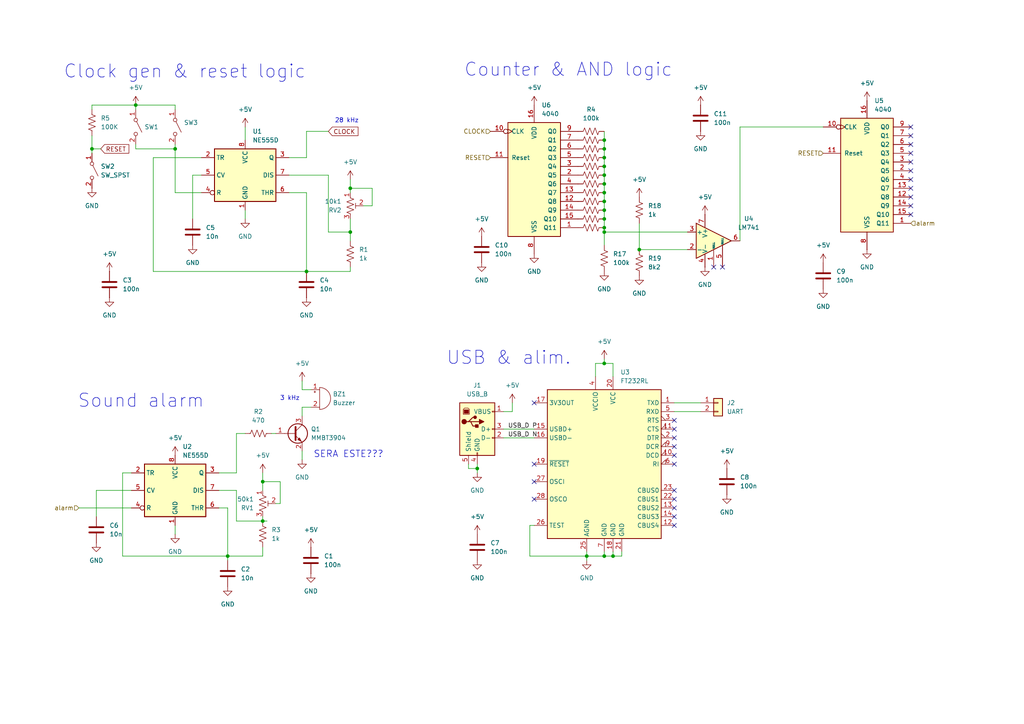
<source format=kicad_sch>
(kicad_sch
	(version 20250114)
	(generator "eeschema")
	(generator_version "9.0")
	(uuid "1f4a6d4a-c12a-4ef3-9f73-a5cf73355041")
	(paper "A4")
	(lib_symbols
		(symbol "4xxx:4040"
			(pin_names
				(offset 1.016)
			)
			(exclude_from_sim no)
			(in_bom yes)
			(on_board yes)
			(property "Reference" "U"
				(at -7.62 16.51 0)
				(effects
					(font
						(size 1.27 1.27)
					)
				)
			)
			(property "Value" "4040"
				(at -7.62 -19.05 0)
				(effects
					(font
						(size 1.27 1.27)
					)
				)
			)
			(property "Footprint" ""
				(at 0 0 0)
				(effects
					(font
						(size 1.27 1.27)
					)
					(hide yes)
				)
			)
			(property "Datasheet" "http://www.intersil.com/content/dam/Intersil/documents/cd40/cd4020bms-24bms-40bms.pdf"
				(at 0 0 0)
				(effects
					(font
						(size 1.27 1.27)
					)
					(hide yes)
				)
			)
			(property "Description" "Binary Counter 12 stages (Asynchronous)"
				(at 0 0 0)
				(effects
					(font
						(size 1.27 1.27)
					)
					(hide yes)
				)
			)
			(property "ki_locked" ""
				(at 0 0 0)
				(effects
					(font
						(size 1.27 1.27)
					)
				)
			)
			(property "ki_keywords" "CMOS CNT CNT12"
				(at 0 0 0)
				(effects
					(font
						(size 1.27 1.27)
					)
					(hide yes)
				)
			)
			(property "ki_fp_filters" "DIP?16*"
				(at 0 0 0)
				(effects
					(font
						(size 1.27 1.27)
					)
					(hide yes)
				)
			)
			(symbol "4040_1_0"
				(pin input inverted_clock
					(at -12.7 12.7 0)
					(length 5.08)
					(name "CLK"
						(effects
							(font
								(size 1.27 1.27)
							)
						)
					)
					(number "10"
						(effects
							(font
								(size 1.27 1.27)
							)
						)
					)
				)
				(pin input line
					(at -12.7 5.08 0)
					(length 5.08)
					(name "Reset"
						(effects
							(font
								(size 1.27 1.27)
							)
						)
					)
					(number "11"
						(effects
							(font
								(size 1.27 1.27)
							)
						)
					)
				)
				(pin power_in line
					(at 0 20.32 270)
					(length 5.08)
					(name "VDD"
						(effects
							(font
								(size 1.27 1.27)
							)
						)
					)
					(number "16"
						(effects
							(font
								(size 1.27 1.27)
							)
						)
					)
				)
				(pin power_in line
					(at 0 -22.86 90)
					(length 5.08)
					(name "VSS"
						(effects
							(font
								(size 1.27 1.27)
							)
						)
					)
					(number "8"
						(effects
							(font
								(size 1.27 1.27)
							)
						)
					)
				)
				(pin output line
					(at 12.7 12.7 180)
					(length 5.08)
					(name "Q0"
						(effects
							(font
								(size 1.27 1.27)
							)
						)
					)
					(number "9"
						(effects
							(font
								(size 1.27 1.27)
							)
						)
					)
				)
				(pin output line
					(at 12.7 10.16 180)
					(length 5.08)
					(name "Q1"
						(effects
							(font
								(size 1.27 1.27)
							)
						)
					)
					(number "7"
						(effects
							(font
								(size 1.27 1.27)
							)
						)
					)
				)
				(pin output line
					(at 12.7 7.62 180)
					(length 5.08)
					(name "Q2"
						(effects
							(font
								(size 1.27 1.27)
							)
						)
					)
					(number "6"
						(effects
							(font
								(size 1.27 1.27)
							)
						)
					)
				)
				(pin output line
					(at 12.7 5.08 180)
					(length 5.08)
					(name "Q3"
						(effects
							(font
								(size 1.27 1.27)
							)
						)
					)
					(number "5"
						(effects
							(font
								(size 1.27 1.27)
							)
						)
					)
				)
				(pin output line
					(at 12.7 2.54 180)
					(length 5.08)
					(name "Q4"
						(effects
							(font
								(size 1.27 1.27)
							)
						)
					)
					(number "3"
						(effects
							(font
								(size 1.27 1.27)
							)
						)
					)
				)
				(pin output line
					(at 12.7 0 180)
					(length 5.08)
					(name "Q5"
						(effects
							(font
								(size 1.27 1.27)
							)
						)
					)
					(number "2"
						(effects
							(font
								(size 1.27 1.27)
							)
						)
					)
				)
				(pin output line
					(at 12.7 -2.54 180)
					(length 5.08)
					(name "Q6"
						(effects
							(font
								(size 1.27 1.27)
							)
						)
					)
					(number "4"
						(effects
							(font
								(size 1.27 1.27)
							)
						)
					)
				)
				(pin output line
					(at 12.7 -5.08 180)
					(length 5.08)
					(name "Q7"
						(effects
							(font
								(size 1.27 1.27)
							)
						)
					)
					(number "13"
						(effects
							(font
								(size 1.27 1.27)
							)
						)
					)
				)
				(pin output line
					(at 12.7 -7.62 180)
					(length 5.08)
					(name "Q8"
						(effects
							(font
								(size 1.27 1.27)
							)
						)
					)
					(number "12"
						(effects
							(font
								(size 1.27 1.27)
							)
						)
					)
				)
				(pin output line
					(at 12.7 -10.16 180)
					(length 5.08)
					(name "Q9"
						(effects
							(font
								(size 1.27 1.27)
							)
						)
					)
					(number "14"
						(effects
							(font
								(size 1.27 1.27)
							)
						)
					)
				)
				(pin output line
					(at 12.7 -12.7 180)
					(length 5.08)
					(name "Q10"
						(effects
							(font
								(size 1.27 1.27)
							)
						)
					)
					(number "15"
						(effects
							(font
								(size 1.27 1.27)
							)
						)
					)
				)
				(pin output line
					(at 12.7 -15.24 180)
					(length 5.08)
					(name "Q11"
						(effects
							(font
								(size 1.27 1.27)
							)
						)
					)
					(number "1"
						(effects
							(font
								(size 1.27 1.27)
							)
						)
					)
				)
			)
			(symbol "4040_1_1"
				(rectangle
					(start -7.62 15.24)
					(end 7.62 -17.78)
					(stroke
						(width 0.254)
						(type default)
					)
					(fill
						(type background)
					)
				)
			)
			(embedded_fonts no)
		)
		(symbol "Amplifier_Operational:LM741"
			(pin_names
				(offset 0.127)
			)
			(exclude_from_sim no)
			(in_bom yes)
			(on_board yes)
			(property "Reference" "U"
				(at 0 6.35 0)
				(effects
					(font
						(size 1.27 1.27)
					)
					(justify left)
				)
			)
			(property "Value" "LM741"
				(at 0 3.81 0)
				(effects
					(font
						(size 1.27 1.27)
					)
					(justify left)
				)
			)
			(property "Footprint" ""
				(at 1.27 1.27 0)
				(effects
					(font
						(size 1.27 1.27)
					)
					(hide yes)
				)
			)
			(property "Datasheet" "http://www.ti.com/lit/ds/symlink/lm741.pdf"
				(at 3.81 3.81 0)
				(effects
					(font
						(size 1.27 1.27)
					)
					(hide yes)
				)
			)
			(property "Description" "Operational Amplifier, DIP-8/TO-99-8"
				(at 0 0 0)
				(effects
					(font
						(size 1.27 1.27)
					)
					(hide yes)
				)
			)
			(property "ki_keywords" "single opamp"
				(at 0 0 0)
				(effects
					(font
						(size 1.27 1.27)
					)
					(hide yes)
				)
			)
			(property "ki_fp_filters" "SOIC*3.9x4.9mm*P1.27mm* DIP*W7.62mm* TSSOP*3x3mm*P0.65mm*"
				(at 0 0 0)
				(effects
					(font
						(size 1.27 1.27)
					)
					(hide yes)
				)
			)
			(symbol "LM741_0_1"
				(polyline
					(pts
						(xy -5.08 5.08) (xy 5.08 0) (xy -5.08 -5.08) (xy -5.08 5.08)
					)
					(stroke
						(width 0.254)
						(type default)
					)
					(fill
						(type background)
					)
				)
			)
			(symbol "LM741_1_1"
				(pin input line
					(at -7.62 2.54 0)
					(length 2.54)
					(name "+"
						(effects
							(font
								(size 1.27 1.27)
							)
						)
					)
					(number "3"
						(effects
							(font
								(size 1.27 1.27)
							)
						)
					)
				)
				(pin input line
					(at -7.62 -2.54 0)
					(length 2.54)
					(name "-"
						(effects
							(font
								(size 1.27 1.27)
							)
						)
					)
					(number "2"
						(effects
							(font
								(size 1.27 1.27)
							)
						)
					)
				)
				(pin power_in line
					(at -2.54 7.62 270)
					(length 3.81)
					(name "V+"
						(effects
							(font
								(size 1.27 1.27)
							)
						)
					)
					(number "7"
						(effects
							(font
								(size 1.27 1.27)
							)
						)
					)
				)
				(pin power_in line
					(at -2.54 -7.62 90)
					(length 3.81)
					(name "V-"
						(effects
							(font
								(size 1.27 1.27)
							)
						)
					)
					(number "4"
						(effects
							(font
								(size 1.27 1.27)
							)
						)
					)
				)
				(pin no_connect line
					(at 0 2.54 270)
					(length 2.54)
					(hide yes)
					(name "NC"
						(effects
							(font
								(size 1.27 1.27)
							)
						)
					)
					(number "8"
						(effects
							(font
								(size 1.27 1.27)
							)
						)
					)
				)
				(pin input line
					(at 0 -7.62 90)
					(length 5.08)
					(name "NULL"
						(effects
							(font
								(size 0.508 0.508)
							)
						)
					)
					(number "1"
						(effects
							(font
								(size 1.27 1.27)
							)
						)
					)
				)
				(pin input line
					(at 2.54 -7.62 90)
					(length 6.35)
					(name "NULL"
						(effects
							(font
								(size 0.508 0.508)
							)
						)
					)
					(number "5"
						(effects
							(font
								(size 1.27 1.27)
							)
						)
					)
				)
				(pin output line
					(at 7.62 0 180)
					(length 2.54)
					(name "~"
						(effects
							(font
								(size 1.27 1.27)
							)
						)
					)
					(number "6"
						(effects
							(font
								(size 1.27 1.27)
							)
						)
					)
				)
			)
			(embedded_fonts no)
		)
		(symbol "Connector:USB_B"
			(pin_names
				(offset 1.016)
			)
			(exclude_from_sim no)
			(in_bom yes)
			(on_board yes)
			(property "Reference" "J"
				(at -5.08 11.43 0)
				(effects
					(font
						(size 1.27 1.27)
					)
					(justify left)
				)
			)
			(property "Value" "USB_B"
				(at -5.08 8.89 0)
				(effects
					(font
						(size 1.27 1.27)
					)
					(justify left)
				)
			)
			(property "Footprint" ""
				(at 3.81 -1.27 0)
				(effects
					(font
						(size 1.27 1.27)
					)
					(hide yes)
				)
			)
			(property "Datasheet" "~"
				(at 3.81 -1.27 0)
				(effects
					(font
						(size 1.27 1.27)
					)
					(hide yes)
				)
			)
			(property "Description" "USB Type B connector"
				(at 0 0 0)
				(effects
					(font
						(size 1.27 1.27)
					)
					(hide yes)
				)
			)
			(property "ki_keywords" "connector USB"
				(at 0 0 0)
				(effects
					(font
						(size 1.27 1.27)
					)
					(hide yes)
				)
			)
			(property "ki_fp_filters" "USB*"
				(at 0 0 0)
				(effects
					(font
						(size 1.27 1.27)
					)
					(hide yes)
				)
			)
			(symbol "USB_B_0_1"
				(rectangle
					(start -5.08 -7.62)
					(end 5.08 7.62)
					(stroke
						(width 0.254)
						(type default)
					)
					(fill
						(type background)
					)
				)
				(polyline
					(pts
						(xy -4.064 4.318) (xy -2.286 4.318) (xy -2.286 5.715) (xy -2.667 6.096) (xy -3.683 6.096) (xy -4.064 5.715)
						(xy -4.064 4.318)
					)
					(stroke
						(width 0)
						(type default)
					)
					(fill
						(type none)
					)
				)
				(rectangle
					(start -3.81 5.588)
					(end -2.54 4.572)
					(stroke
						(width 0)
						(type default)
					)
					(fill
						(type outline)
					)
				)
				(circle
					(center -3.81 2.159)
					(radius 0.635)
					(stroke
						(width 0.254)
						(type default)
					)
					(fill
						(type outline)
					)
				)
				(polyline
					(pts
						(xy -3.175 2.159) (xy -2.54 2.159) (xy -1.27 3.429) (xy -0.635 3.429)
					)
					(stroke
						(width 0.254)
						(type default)
					)
					(fill
						(type none)
					)
				)
				(polyline
					(pts
						(xy -2.54 2.159) (xy -1.905 2.159) (xy -1.27 0.889) (xy 0 0.889)
					)
					(stroke
						(width 0.254)
						(type default)
					)
					(fill
						(type none)
					)
				)
				(polyline
					(pts
						(xy -1.905 2.159) (xy 0.635 2.159)
					)
					(stroke
						(width 0.254)
						(type default)
					)
					(fill
						(type none)
					)
				)
				(circle
					(center -0.635 3.429)
					(radius 0.381)
					(stroke
						(width 0.254)
						(type default)
					)
					(fill
						(type outline)
					)
				)
				(rectangle
					(start -0.127 -7.62)
					(end 0.127 -6.858)
					(stroke
						(width 0)
						(type default)
					)
					(fill
						(type none)
					)
				)
				(rectangle
					(start 0.254 1.27)
					(end -0.508 0.508)
					(stroke
						(width 0.254)
						(type default)
					)
					(fill
						(type outline)
					)
				)
				(polyline
					(pts
						(xy 0.635 2.794) (xy 0.635 1.524) (xy 1.905 2.159) (xy 0.635 2.794)
					)
					(stroke
						(width 0.254)
						(type default)
					)
					(fill
						(type outline)
					)
				)
				(rectangle
					(start 5.08 4.953)
					(end 4.318 5.207)
					(stroke
						(width 0)
						(type default)
					)
					(fill
						(type none)
					)
				)
				(rectangle
					(start 5.08 -0.127)
					(end 4.318 0.127)
					(stroke
						(width 0)
						(type default)
					)
					(fill
						(type none)
					)
				)
				(rectangle
					(start 5.08 -2.667)
					(end 4.318 -2.413)
					(stroke
						(width 0)
						(type default)
					)
					(fill
						(type none)
					)
				)
			)
			(symbol "USB_B_1_1"
				(pin passive line
					(at -2.54 -10.16 90)
					(length 2.54)
					(name "Shield"
						(effects
							(font
								(size 1.27 1.27)
							)
						)
					)
					(number "5"
						(effects
							(font
								(size 1.27 1.27)
							)
						)
					)
				)
				(pin power_out line
					(at 0 -10.16 90)
					(length 2.54)
					(name "GND"
						(effects
							(font
								(size 1.27 1.27)
							)
						)
					)
					(number "4"
						(effects
							(font
								(size 1.27 1.27)
							)
						)
					)
				)
				(pin power_out line
					(at 7.62 5.08 180)
					(length 2.54)
					(name "VBUS"
						(effects
							(font
								(size 1.27 1.27)
							)
						)
					)
					(number "1"
						(effects
							(font
								(size 1.27 1.27)
							)
						)
					)
				)
				(pin bidirectional line
					(at 7.62 0 180)
					(length 2.54)
					(name "D+"
						(effects
							(font
								(size 1.27 1.27)
							)
						)
					)
					(number "3"
						(effects
							(font
								(size 1.27 1.27)
							)
						)
					)
				)
				(pin bidirectional line
					(at 7.62 -2.54 180)
					(length 2.54)
					(name "D-"
						(effects
							(font
								(size 1.27 1.27)
							)
						)
					)
					(number "2"
						(effects
							(font
								(size 1.27 1.27)
							)
						)
					)
				)
			)
			(embedded_fonts no)
		)
		(symbol "Connector_Generic:Conn_01x02"
			(pin_names
				(offset 1.016)
				(hide yes)
			)
			(exclude_from_sim no)
			(in_bom yes)
			(on_board yes)
			(property "Reference" "J"
				(at 0 2.54 0)
				(effects
					(font
						(size 1.27 1.27)
					)
				)
			)
			(property "Value" "Conn_01x02"
				(at 0 -5.08 0)
				(effects
					(font
						(size 1.27 1.27)
					)
				)
			)
			(property "Footprint" ""
				(at 0 0 0)
				(effects
					(font
						(size 1.27 1.27)
					)
					(hide yes)
				)
			)
			(property "Datasheet" "~"
				(at 0 0 0)
				(effects
					(font
						(size 1.27 1.27)
					)
					(hide yes)
				)
			)
			(property "Description" "Generic connector, single row, 01x02, script generated (kicad-library-utils/schlib/autogen/connector/)"
				(at 0 0 0)
				(effects
					(font
						(size 1.27 1.27)
					)
					(hide yes)
				)
			)
			(property "ki_keywords" "connector"
				(at 0 0 0)
				(effects
					(font
						(size 1.27 1.27)
					)
					(hide yes)
				)
			)
			(property "ki_fp_filters" "Connector*:*_1x??_*"
				(at 0 0 0)
				(effects
					(font
						(size 1.27 1.27)
					)
					(hide yes)
				)
			)
			(symbol "Conn_01x02_1_1"
				(rectangle
					(start -1.27 1.27)
					(end 1.27 -3.81)
					(stroke
						(width 0.254)
						(type default)
					)
					(fill
						(type background)
					)
				)
				(rectangle
					(start -1.27 0.127)
					(end 0 -0.127)
					(stroke
						(width 0.1524)
						(type default)
					)
					(fill
						(type none)
					)
				)
				(rectangle
					(start -1.27 -2.413)
					(end 0 -2.667)
					(stroke
						(width 0.1524)
						(type default)
					)
					(fill
						(type none)
					)
				)
				(pin passive line
					(at -5.08 0 0)
					(length 3.81)
					(name "Pin_1"
						(effects
							(font
								(size 1.27 1.27)
							)
						)
					)
					(number "1"
						(effects
							(font
								(size 1.27 1.27)
							)
						)
					)
				)
				(pin passive line
					(at -5.08 -2.54 0)
					(length 3.81)
					(name "Pin_2"
						(effects
							(font
								(size 1.27 1.27)
							)
						)
					)
					(number "2"
						(effects
							(font
								(size 1.27 1.27)
							)
						)
					)
				)
			)
			(embedded_fonts no)
		)
		(symbol "Device:Buzzer"
			(pin_names
				(offset 0.0254)
				(hide yes)
			)
			(exclude_from_sim no)
			(in_bom yes)
			(on_board yes)
			(property "Reference" "BZ"
				(at 3.81 1.27 0)
				(effects
					(font
						(size 1.27 1.27)
					)
					(justify left)
				)
			)
			(property "Value" "Buzzer"
				(at 3.81 -1.27 0)
				(effects
					(font
						(size 1.27 1.27)
					)
					(justify left)
				)
			)
			(property "Footprint" ""
				(at -0.635 2.54 90)
				(effects
					(font
						(size 1.27 1.27)
					)
					(hide yes)
				)
			)
			(property "Datasheet" "~"
				(at -0.635 2.54 90)
				(effects
					(font
						(size 1.27 1.27)
					)
					(hide yes)
				)
			)
			(property "Description" "Buzzer, polarized"
				(at 0 0 0)
				(effects
					(font
						(size 1.27 1.27)
					)
					(hide yes)
				)
			)
			(property "ki_keywords" "quartz resonator ceramic"
				(at 0 0 0)
				(effects
					(font
						(size 1.27 1.27)
					)
					(hide yes)
				)
			)
			(property "ki_fp_filters" "*Buzzer*"
				(at 0 0 0)
				(effects
					(font
						(size 1.27 1.27)
					)
					(hide yes)
				)
			)
			(symbol "Buzzer_0_1"
				(polyline
					(pts
						(xy -1.651 1.905) (xy -1.143 1.905)
					)
					(stroke
						(width 0)
						(type default)
					)
					(fill
						(type none)
					)
				)
				(polyline
					(pts
						(xy -1.397 2.159) (xy -1.397 1.651)
					)
					(stroke
						(width 0)
						(type default)
					)
					(fill
						(type none)
					)
				)
				(arc
					(start 0 3.175)
					(mid 3.1612 0)
					(end 0 -3.175)
					(stroke
						(width 0)
						(type default)
					)
					(fill
						(type none)
					)
				)
				(polyline
					(pts
						(xy 0 3.175) (xy 0 -3.175)
					)
					(stroke
						(width 0)
						(type default)
					)
					(fill
						(type none)
					)
				)
			)
			(symbol "Buzzer_1_1"
				(pin passive line
					(at -2.54 2.54 0)
					(length 2.54)
					(name "+"
						(effects
							(font
								(size 1.27 1.27)
							)
						)
					)
					(number "1"
						(effects
							(font
								(size 1.27 1.27)
							)
						)
					)
				)
				(pin passive line
					(at -2.54 -2.54 0)
					(length 2.54)
					(name "-"
						(effects
							(font
								(size 1.27 1.27)
							)
						)
					)
					(number "2"
						(effects
							(font
								(size 1.27 1.27)
							)
						)
					)
				)
			)
			(embedded_fonts no)
		)
		(symbol "Device:C"
			(pin_numbers
				(hide yes)
			)
			(pin_names
				(offset 0.254)
			)
			(exclude_from_sim no)
			(in_bom yes)
			(on_board yes)
			(property "Reference" "C"
				(at 0.635 2.54 0)
				(effects
					(font
						(size 1.27 1.27)
					)
					(justify left)
				)
			)
			(property "Value" "C"
				(at 0.635 -2.54 0)
				(effects
					(font
						(size 1.27 1.27)
					)
					(justify left)
				)
			)
			(property "Footprint" ""
				(at 0.9652 -3.81 0)
				(effects
					(font
						(size 1.27 1.27)
					)
					(hide yes)
				)
			)
			(property "Datasheet" "~"
				(at 0 0 0)
				(effects
					(font
						(size 1.27 1.27)
					)
					(hide yes)
				)
			)
			(property "Description" "Unpolarized capacitor"
				(at 0 0 0)
				(effects
					(font
						(size 1.27 1.27)
					)
					(hide yes)
				)
			)
			(property "ki_keywords" "cap capacitor"
				(at 0 0 0)
				(effects
					(font
						(size 1.27 1.27)
					)
					(hide yes)
				)
			)
			(property "ki_fp_filters" "C_*"
				(at 0 0 0)
				(effects
					(font
						(size 1.27 1.27)
					)
					(hide yes)
				)
			)
			(symbol "C_0_1"
				(polyline
					(pts
						(xy -2.032 0.762) (xy 2.032 0.762)
					)
					(stroke
						(width 0.508)
						(type default)
					)
					(fill
						(type none)
					)
				)
				(polyline
					(pts
						(xy -2.032 -0.762) (xy 2.032 -0.762)
					)
					(stroke
						(width 0.508)
						(type default)
					)
					(fill
						(type none)
					)
				)
			)
			(symbol "C_1_1"
				(pin passive line
					(at 0 3.81 270)
					(length 2.794)
					(name "~"
						(effects
							(font
								(size 1.27 1.27)
							)
						)
					)
					(number "1"
						(effects
							(font
								(size 1.27 1.27)
							)
						)
					)
				)
				(pin passive line
					(at 0 -3.81 90)
					(length 2.794)
					(name "~"
						(effects
							(font
								(size 1.27 1.27)
							)
						)
					)
					(number "2"
						(effects
							(font
								(size 1.27 1.27)
							)
						)
					)
				)
			)
			(embedded_fonts no)
		)
		(symbol "Device:R_Potentiometer_Trim_US"
			(pin_names
				(offset 1.016)
				(hide yes)
			)
			(exclude_from_sim no)
			(in_bom yes)
			(on_board yes)
			(property "Reference" "RV"
				(at -4.445 0 90)
				(effects
					(font
						(size 1.27 1.27)
					)
				)
			)
			(property "Value" "R_Potentiometer_Trim_US"
				(at -2.54 0 90)
				(effects
					(font
						(size 1.27 1.27)
					)
				)
			)
			(property "Footprint" ""
				(at 0 0 0)
				(effects
					(font
						(size 1.27 1.27)
					)
					(hide yes)
				)
			)
			(property "Datasheet" "~"
				(at 0 0 0)
				(effects
					(font
						(size 1.27 1.27)
					)
					(hide yes)
				)
			)
			(property "Description" "Trim-potentiometer, US symbol"
				(at 0 0 0)
				(effects
					(font
						(size 1.27 1.27)
					)
					(hide yes)
				)
			)
			(property "ki_keywords" "resistor variable trimpot trimmer"
				(at 0 0 0)
				(effects
					(font
						(size 1.27 1.27)
					)
					(hide yes)
				)
			)
			(property "ki_fp_filters" "Potentiometer*"
				(at 0 0 0)
				(effects
					(font
						(size 1.27 1.27)
					)
					(hide yes)
				)
			)
			(symbol "R_Potentiometer_Trim_US_0_1"
				(polyline
					(pts
						(xy 0 2.286) (xy 0 2.54)
					)
					(stroke
						(width 0)
						(type default)
					)
					(fill
						(type none)
					)
				)
				(polyline
					(pts
						(xy 0 2.286) (xy 1.016 1.905) (xy 0 1.524) (xy -1.016 1.143) (xy 0 0.762)
					)
					(stroke
						(width 0)
						(type default)
					)
					(fill
						(type none)
					)
				)
				(polyline
					(pts
						(xy 0 0.762) (xy 1.016 0.381) (xy 0 0) (xy -1.016 -0.381) (xy 0 -0.762)
					)
					(stroke
						(width 0)
						(type default)
					)
					(fill
						(type none)
					)
				)
				(polyline
					(pts
						(xy 0 -0.762) (xy 1.016 -1.143) (xy 0 -1.524) (xy -1.016 -1.905) (xy 0 -2.286)
					)
					(stroke
						(width 0)
						(type default)
					)
					(fill
						(type none)
					)
				)
				(polyline
					(pts
						(xy 0 -2.286) (xy 0 -2.54)
					)
					(stroke
						(width 0)
						(type default)
					)
					(fill
						(type none)
					)
				)
				(polyline
					(pts
						(xy 1.524 0.762) (xy 1.524 -0.762)
					)
					(stroke
						(width 0)
						(type default)
					)
					(fill
						(type none)
					)
				)
				(polyline
					(pts
						(xy 2.54 0) (xy 1.524 0)
					)
					(stroke
						(width 0)
						(type default)
					)
					(fill
						(type none)
					)
				)
			)
			(symbol "R_Potentiometer_Trim_US_1_1"
				(pin passive line
					(at 0 3.81 270)
					(length 1.27)
					(name "1"
						(effects
							(font
								(size 1.27 1.27)
							)
						)
					)
					(number "1"
						(effects
							(font
								(size 1.27 1.27)
							)
						)
					)
				)
				(pin passive line
					(at 0 -3.81 90)
					(length 1.27)
					(name "3"
						(effects
							(font
								(size 1.27 1.27)
							)
						)
					)
					(number "3"
						(effects
							(font
								(size 1.27 1.27)
							)
						)
					)
				)
				(pin passive line
					(at 3.81 0 180)
					(length 1.27)
					(name "2"
						(effects
							(font
								(size 1.27 1.27)
							)
						)
					)
					(number "2"
						(effects
							(font
								(size 1.27 1.27)
							)
						)
					)
				)
			)
			(embedded_fonts no)
		)
		(symbol "Device:R_US"
			(pin_numbers
				(hide yes)
			)
			(pin_names
				(offset 0)
			)
			(exclude_from_sim no)
			(in_bom yes)
			(on_board yes)
			(property "Reference" "R"
				(at 2.54 0 90)
				(effects
					(font
						(size 1.27 1.27)
					)
				)
			)
			(property "Value" "R_US"
				(at -2.54 0 90)
				(effects
					(font
						(size 1.27 1.27)
					)
				)
			)
			(property "Footprint" ""
				(at 1.016 -0.254 90)
				(effects
					(font
						(size 1.27 1.27)
					)
					(hide yes)
				)
			)
			(property "Datasheet" "~"
				(at 0 0 0)
				(effects
					(font
						(size 1.27 1.27)
					)
					(hide yes)
				)
			)
			(property "Description" "Resistor, US symbol"
				(at 0 0 0)
				(effects
					(font
						(size 1.27 1.27)
					)
					(hide yes)
				)
			)
			(property "ki_keywords" "R res resistor"
				(at 0 0 0)
				(effects
					(font
						(size 1.27 1.27)
					)
					(hide yes)
				)
			)
			(property "ki_fp_filters" "R_*"
				(at 0 0 0)
				(effects
					(font
						(size 1.27 1.27)
					)
					(hide yes)
				)
			)
			(symbol "R_US_0_1"
				(polyline
					(pts
						(xy 0 2.286) (xy 0 2.54)
					)
					(stroke
						(width 0)
						(type default)
					)
					(fill
						(type none)
					)
				)
				(polyline
					(pts
						(xy 0 2.286) (xy 1.016 1.905) (xy 0 1.524) (xy -1.016 1.143) (xy 0 0.762)
					)
					(stroke
						(width 0)
						(type default)
					)
					(fill
						(type none)
					)
				)
				(polyline
					(pts
						(xy 0 0.762) (xy 1.016 0.381) (xy 0 0) (xy -1.016 -0.381) (xy 0 -0.762)
					)
					(stroke
						(width 0)
						(type default)
					)
					(fill
						(type none)
					)
				)
				(polyline
					(pts
						(xy 0 -0.762) (xy 1.016 -1.143) (xy 0 -1.524) (xy -1.016 -1.905) (xy 0 -2.286)
					)
					(stroke
						(width 0)
						(type default)
					)
					(fill
						(type none)
					)
				)
				(polyline
					(pts
						(xy 0 -2.286) (xy 0 -2.54)
					)
					(stroke
						(width 0)
						(type default)
					)
					(fill
						(type none)
					)
				)
			)
			(symbol "R_US_1_1"
				(pin passive line
					(at 0 3.81 270)
					(length 1.27)
					(name "~"
						(effects
							(font
								(size 1.27 1.27)
							)
						)
					)
					(number "1"
						(effects
							(font
								(size 1.27 1.27)
							)
						)
					)
				)
				(pin passive line
					(at 0 -3.81 90)
					(length 1.27)
					(name "~"
						(effects
							(font
								(size 1.27 1.27)
							)
						)
					)
					(number "2"
						(effects
							(font
								(size 1.27 1.27)
							)
						)
					)
				)
			)
			(embedded_fonts no)
		)
		(symbol "Interface_USB:FT232RL"
			(exclude_from_sim no)
			(in_bom yes)
			(on_board yes)
			(property "Reference" "U"
				(at -16.51 22.86 0)
				(effects
					(font
						(size 1.27 1.27)
					)
					(justify left)
				)
			)
			(property "Value" "FT232RL"
				(at 10.16 22.86 0)
				(effects
					(font
						(size 1.27 1.27)
					)
					(justify left)
				)
			)
			(property "Footprint" "Package_SO:SSOP-28_5.3x10.2mm_P0.65mm"
				(at 27.94 -22.86 0)
				(effects
					(font
						(size 1.27 1.27)
					)
					(hide yes)
				)
			)
			(property "Datasheet" "https://www.ftdichip.com/Support/Documents/DataSheets/ICs/DS_FT232R.pdf"
				(at 0 0 0)
				(effects
					(font
						(size 1.27 1.27)
					)
					(hide yes)
				)
			)
			(property "Description" "USB to Serial Interface, SSOP-28"
				(at 0 0 0)
				(effects
					(font
						(size 1.27 1.27)
					)
					(hide yes)
				)
			)
			(property "ki_keywords" "FTDI USB Serial"
				(at 0 0 0)
				(effects
					(font
						(size 1.27 1.27)
					)
					(hide yes)
				)
			)
			(property "ki_fp_filters" "SSOP*5.3x10.2mm*P0.65mm*"
				(at 0 0 0)
				(effects
					(font
						(size 1.27 1.27)
					)
					(hide yes)
				)
			)
			(symbol "FT232RL_0_1"
				(rectangle
					(start -16.51 21.59)
					(end 16.51 -21.59)
					(stroke
						(width 0.254)
						(type default)
					)
					(fill
						(type background)
					)
				)
			)
			(symbol "FT232RL_1_1"
				(pin power_out line
					(at -20.32 17.78 0)
					(length 3.81)
					(name "3V3OUT"
						(effects
							(font
								(size 1.27 1.27)
							)
						)
					)
					(number "17"
						(effects
							(font
								(size 1.27 1.27)
							)
						)
					)
				)
				(pin bidirectional line
					(at -20.32 10.16 0)
					(length 3.81)
					(name "USBD+"
						(effects
							(font
								(size 1.27 1.27)
							)
						)
					)
					(number "15"
						(effects
							(font
								(size 1.27 1.27)
							)
						)
					)
				)
				(pin bidirectional line
					(at -20.32 7.62 0)
					(length 3.81)
					(name "USBD-"
						(effects
							(font
								(size 1.27 1.27)
							)
						)
					)
					(number "16"
						(effects
							(font
								(size 1.27 1.27)
							)
						)
					)
				)
				(pin input line
					(at -20.32 0 0)
					(length 3.81)
					(name "~{RESET}"
						(effects
							(font
								(size 1.27 1.27)
							)
						)
					)
					(number "19"
						(effects
							(font
								(size 1.27 1.27)
							)
						)
					)
				)
				(pin input line
					(at -20.32 -5.08 0)
					(length 3.81)
					(name "OSCI"
						(effects
							(font
								(size 1.27 1.27)
							)
						)
					)
					(number "27"
						(effects
							(font
								(size 1.27 1.27)
							)
						)
					)
				)
				(pin output line
					(at -20.32 -10.16 0)
					(length 3.81)
					(name "OSCO"
						(effects
							(font
								(size 1.27 1.27)
							)
						)
					)
					(number "28"
						(effects
							(font
								(size 1.27 1.27)
							)
						)
					)
				)
				(pin input line
					(at -20.32 -17.78 0)
					(length 3.81)
					(name "TEST"
						(effects
							(font
								(size 1.27 1.27)
							)
						)
					)
					(number "26"
						(effects
							(font
								(size 1.27 1.27)
							)
						)
					)
				)
				(pin power_in line
					(at -5.08 -25.4 90)
					(length 3.81)
					(name "AGND"
						(effects
							(font
								(size 1.27 1.27)
							)
						)
					)
					(number "25"
						(effects
							(font
								(size 1.27 1.27)
							)
						)
					)
				)
				(pin power_in line
					(at -2.54 25.4 270)
					(length 3.81)
					(name "VCCIO"
						(effects
							(font
								(size 1.27 1.27)
							)
						)
					)
					(number "4"
						(effects
							(font
								(size 1.27 1.27)
							)
						)
					)
				)
				(pin power_in line
					(at 0 -25.4 90)
					(length 3.81)
					(name "GND"
						(effects
							(font
								(size 1.27 1.27)
							)
						)
					)
					(number "7"
						(effects
							(font
								(size 1.27 1.27)
							)
						)
					)
				)
				(pin power_in line
					(at 2.54 25.4 270)
					(length 3.81)
					(name "VCC"
						(effects
							(font
								(size 1.27 1.27)
							)
						)
					)
					(number "20"
						(effects
							(font
								(size 1.27 1.27)
							)
						)
					)
				)
				(pin power_in line
					(at 2.54 -25.4 90)
					(length 3.81)
					(name "GND"
						(effects
							(font
								(size 1.27 1.27)
							)
						)
					)
					(number "18"
						(effects
							(font
								(size 1.27 1.27)
							)
						)
					)
				)
				(pin power_in line
					(at 5.08 -25.4 90)
					(length 3.81)
					(name "GND"
						(effects
							(font
								(size 1.27 1.27)
							)
						)
					)
					(number "21"
						(effects
							(font
								(size 1.27 1.27)
							)
						)
					)
				)
				(pin output line
					(at 20.32 17.78 180)
					(length 3.81)
					(name "TXD"
						(effects
							(font
								(size 1.27 1.27)
							)
						)
					)
					(number "1"
						(effects
							(font
								(size 1.27 1.27)
							)
						)
					)
				)
				(pin input line
					(at 20.32 15.24 180)
					(length 3.81)
					(name "RXD"
						(effects
							(font
								(size 1.27 1.27)
							)
						)
					)
					(number "5"
						(effects
							(font
								(size 1.27 1.27)
							)
						)
					)
				)
				(pin output output_low
					(at 20.32 12.7 180)
					(length 3.81)
					(name "RTS"
						(effects
							(font
								(size 1.27 1.27)
							)
						)
					)
					(number "3"
						(effects
							(font
								(size 1.27 1.27)
							)
						)
					)
				)
				(pin input input_low
					(at 20.32 10.16 180)
					(length 3.81)
					(name "CTS"
						(effects
							(font
								(size 1.27 1.27)
							)
						)
					)
					(number "11"
						(effects
							(font
								(size 1.27 1.27)
							)
						)
					)
				)
				(pin output output_low
					(at 20.32 7.62 180)
					(length 3.81)
					(name "DTR"
						(effects
							(font
								(size 1.27 1.27)
							)
						)
					)
					(number "2"
						(effects
							(font
								(size 1.27 1.27)
							)
						)
					)
				)
				(pin input input_low
					(at 20.32 5.08 180)
					(length 3.81)
					(name "DCR"
						(effects
							(font
								(size 1.27 1.27)
							)
						)
					)
					(number "9"
						(effects
							(font
								(size 1.27 1.27)
							)
						)
					)
				)
				(pin input input_low
					(at 20.32 2.54 180)
					(length 3.81)
					(name "DCD"
						(effects
							(font
								(size 1.27 1.27)
							)
						)
					)
					(number "10"
						(effects
							(font
								(size 1.27 1.27)
							)
						)
					)
				)
				(pin input input_low
					(at 20.32 0 180)
					(length 3.81)
					(name "RI"
						(effects
							(font
								(size 1.27 1.27)
							)
						)
					)
					(number "6"
						(effects
							(font
								(size 1.27 1.27)
							)
						)
					)
				)
				(pin bidirectional line
					(at 20.32 -7.62 180)
					(length 3.81)
					(name "CBUS0"
						(effects
							(font
								(size 1.27 1.27)
							)
						)
					)
					(number "23"
						(effects
							(font
								(size 1.27 1.27)
							)
						)
					)
				)
				(pin bidirectional line
					(at 20.32 -10.16 180)
					(length 3.81)
					(name "CBUS1"
						(effects
							(font
								(size 1.27 1.27)
							)
						)
					)
					(number "22"
						(effects
							(font
								(size 1.27 1.27)
							)
						)
					)
				)
				(pin bidirectional line
					(at 20.32 -12.7 180)
					(length 3.81)
					(name "CBUS2"
						(effects
							(font
								(size 1.27 1.27)
							)
						)
					)
					(number "13"
						(effects
							(font
								(size 1.27 1.27)
							)
						)
					)
				)
				(pin bidirectional line
					(at 20.32 -15.24 180)
					(length 3.81)
					(name "CBUS3"
						(effects
							(font
								(size 1.27 1.27)
							)
						)
					)
					(number "14"
						(effects
							(font
								(size 1.27 1.27)
							)
						)
					)
				)
				(pin bidirectional line
					(at 20.32 -17.78 180)
					(length 3.81)
					(name "CBUS4"
						(effects
							(font
								(size 1.27 1.27)
							)
						)
					)
					(number "12"
						(effects
							(font
								(size 1.27 1.27)
							)
						)
					)
				)
			)
			(embedded_fonts no)
		)
		(symbol "R_US_1"
			(pin_numbers
				(hide yes)
			)
			(pin_names
				(offset 0)
				(hide yes)
			)
			(exclude_from_sim no)
			(in_bom yes)
			(on_board yes)
			(property "Reference" "R"
				(at 2.54 0 90)
				(effects
					(font
						(size 1.27 1.27)
					)
				)
			)
			(property "Value" "R_US"
				(at -2.54 0 90)
				(effects
					(font
						(size 1.27 1.27)
					)
				)
			)
			(property "Footprint" ""
				(at 1.016 -0.254 90)
				(effects
					(font
						(size 1.27 1.27)
					)
					(hide yes)
				)
			)
			(property "Datasheet" "~"
				(at 0 0 0)
				(effects
					(font
						(size 1.27 1.27)
					)
					(hide yes)
				)
			)
			(property "Description" "Resistor, US symbol"
				(at 0 0 0)
				(effects
					(font
						(size 1.27 1.27)
					)
					(hide yes)
				)
			)
			(property "ki_keywords" "R res resistor"
				(at 0 0 0)
				(effects
					(font
						(size 1.27 1.27)
					)
					(hide yes)
				)
			)
			(property "ki_fp_filters" "R_*"
				(at 0 0 0)
				(effects
					(font
						(size 1.27 1.27)
					)
					(hide yes)
				)
			)
			(symbol "R_US_1_0_1"
				(polyline
					(pts
						(xy 0 2.286) (xy 0 2.54)
					)
					(stroke
						(width 0)
						(type default)
					)
					(fill
						(type none)
					)
				)
				(polyline
					(pts
						(xy 0 2.286) (xy 1.016 1.905) (xy 0 1.524) (xy -1.016 1.143) (xy 0 0.762)
					)
					(stroke
						(width 0)
						(type default)
					)
					(fill
						(type none)
					)
				)
				(polyline
					(pts
						(xy 0 0.762) (xy 1.016 0.381) (xy 0 0) (xy -1.016 -0.381) (xy 0 -0.762)
					)
					(stroke
						(width 0)
						(type default)
					)
					(fill
						(type none)
					)
				)
				(polyline
					(pts
						(xy 0 -0.762) (xy 1.016 -1.143) (xy 0 -1.524) (xy -1.016 -1.905) (xy 0 -2.286)
					)
					(stroke
						(width 0)
						(type default)
					)
					(fill
						(type none)
					)
				)
				(polyline
					(pts
						(xy 0 -2.286) (xy 0 -2.54)
					)
					(stroke
						(width 0)
						(type default)
					)
					(fill
						(type none)
					)
				)
			)
			(symbol "R_US_1_1_1"
				(pin passive line
					(at 0 3.81 270)
					(length 1.27)
					(name "~"
						(effects
							(font
								(size 1.27 1.27)
							)
						)
					)
					(number "1"
						(effects
							(font
								(size 1.27 1.27)
							)
						)
					)
				)
				(pin passive line
					(at 0 -3.81 90)
					(length 1.27)
					(name "~"
						(effects
							(font
								(size 1.27 1.27)
							)
						)
					)
					(number "2"
						(effects
							(font
								(size 1.27 1.27)
							)
						)
					)
				)
			)
			(embedded_fonts no)
		)
		(symbol "Switch:SW_SPST"
			(pin_names
				(offset 0)
				(hide yes)
			)
			(exclude_from_sim no)
			(in_bom yes)
			(on_board yes)
			(property "Reference" "SW"
				(at 0 3.175 0)
				(effects
					(font
						(size 1.27 1.27)
					)
				)
			)
			(property "Value" "SW_SPST"
				(at 0 -2.54 0)
				(effects
					(font
						(size 1.27 1.27)
					)
				)
			)
			(property "Footprint" ""
				(at 0 0 0)
				(effects
					(font
						(size 1.27 1.27)
					)
					(hide yes)
				)
			)
			(property "Datasheet" "~"
				(at 0 0 0)
				(effects
					(font
						(size 1.27 1.27)
					)
					(hide yes)
				)
			)
			(property "Description" "Single Pole Single Throw (SPST) switch"
				(at 0 0 0)
				(effects
					(font
						(size 1.27 1.27)
					)
					(hide yes)
				)
			)
			(property "ki_keywords" "switch lever"
				(at 0 0 0)
				(effects
					(font
						(size 1.27 1.27)
					)
					(hide yes)
				)
			)
			(symbol "SW_SPST_0_0"
				(circle
					(center -2.032 0)
					(radius 0.508)
					(stroke
						(width 0)
						(type default)
					)
					(fill
						(type none)
					)
				)
				(polyline
					(pts
						(xy -1.524 0.254) (xy 1.524 1.778)
					)
					(stroke
						(width 0)
						(type default)
					)
					(fill
						(type none)
					)
				)
				(circle
					(center 2.032 0)
					(radius 0.508)
					(stroke
						(width 0)
						(type default)
					)
					(fill
						(type none)
					)
				)
			)
			(symbol "SW_SPST_1_1"
				(pin passive line
					(at -5.08 0 0)
					(length 2.54)
					(name "A"
						(effects
							(font
								(size 1.27 1.27)
							)
						)
					)
					(number "1"
						(effects
							(font
								(size 1.27 1.27)
							)
						)
					)
				)
				(pin passive line
					(at 5.08 0 180)
					(length 2.54)
					(name "B"
						(effects
							(font
								(size 1.27 1.27)
							)
						)
					)
					(number "2"
						(effects
							(font
								(size 1.27 1.27)
							)
						)
					)
				)
			)
			(embedded_fonts no)
		)
		(symbol "Timer:NE555D"
			(exclude_from_sim no)
			(in_bom yes)
			(on_board yes)
			(property "Reference" "U"
				(at -10.16 8.89 0)
				(effects
					(font
						(size 1.27 1.27)
					)
					(justify left)
				)
			)
			(property "Value" "NE555D"
				(at 2.54 8.89 0)
				(effects
					(font
						(size 1.27 1.27)
					)
					(justify left)
				)
			)
			(property "Footprint" "Package_SO:SOIC-8_3.9x4.9mm_P1.27mm"
				(at 21.59 -10.16 0)
				(effects
					(font
						(size 1.27 1.27)
					)
					(hide yes)
				)
			)
			(property "Datasheet" "http://www.ti.com/lit/ds/symlink/ne555.pdf"
				(at 21.59 -10.16 0)
				(effects
					(font
						(size 1.27 1.27)
					)
					(hide yes)
				)
			)
			(property "Description" "Precision Timers, 555 compatible, SOIC-8"
				(at 0 0 0)
				(effects
					(font
						(size 1.27 1.27)
					)
					(hide yes)
				)
			)
			(property "ki_keywords" "single timer 555"
				(at 0 0 0)
				(effects
					(font
						(size 1.27 1.27)
					)
					(hide yes)
				)
			)
			(property "ki_fp_filters" "SOIC*3.9x4.9mm*P1.27mm*"
				(at 0 0 0)
				(effects
					(font
						(size 1.27 1.27)
					)
					(hide yes)
				)
			)
			(symbol "NE555D_0_0"
				(pin power_in line
					(at 0 10.16 270)
					(length 2.54)
					(name "VCC"
						(effects
							(font
								(size 1.27 1.27)
							)
						)
					)
					(number "8"
						(effects
							(font
								(size 1.27 1.27)
							)
						)
					)
				)
				(pin power_in line
					(at 0 -10.16 90)
					(length 2.54)
					(name "GND"
						(effects
							(font
								(size 1.27 1.27)
							)
						)
					)
					(number "1"
						(effects
							(font
								(size 1.27 1.27)
							)
						)
					)
				)
			)
			(symbol "NE555D_0_1"
				(rectangle
					(start -8.89 -7.62)
					(end 8.89 7.62)
					(stroke
						(width 0.254)
						(type default)
					)
					(fill
						(type background)
					)
				)
				(rectangle
					(start -8.89 -7.62)
					(end 8.89 7.62)
					(stroke
						(width 0.254)
						(type default)
					)
					(fill
						(type background)
					)
				)
			)
			(symbol "NE555D_1_1"
				(pin input line
					(at -12.7 5.08 0)
					(length 3.81)
					(name "TR"
						(effects
							(font
								(size 1.27 1.27)
							)
						)
					)
					(number "2"
						(effects
							(font
								(size 1.27 1.27)
							)
						)
					)
				)
				(pin input line
					(at -12.7 0 0)
					(length 3.81)
					(name "CV"
						(effects
							(font
								(size 1.27 1.27)
							)
						)
					)
					(number "5"
						(effects
							(font
								(size 1.27 1.27)
							)
						)
					)
				)
				(pin input inverted
					(at -12.7 -5.08 0)
					(length 3.81)
					(name "R"
						(effects
							(font
								(size 1.27 1.27)
							)
						)
					)
					(number "4"
						(effects
							(font
								(size 1.27 1.27)
							)
						)
					)
				)
				(pin output line
					(at 12.7 5.08 180)
					(length 3.81)
					(name "Q"
						(effects
							(font
								(size 1.27 1.27)
							)
						)
					)
					(number "3"
						(effects
							(font
								(size 1.27 1.27)
							)
						)
					)
				)
				(pin input line
					(at 12.7 0 180)
					(length 3.81)
					(name "DIS"
						(effects
							(font
								(size 1.27 1.27)
							)
						)
					)
					(number "7"
						(effects
							(font
								(size 1.27 1.27)
							)
						)
					)
				)
				(pin input line
					(at 12.7 -5.08 180)
					(length 3.81)
					(name "THR"
						(effects
							(font
								(size 1.27 1.27)
							)
						)
					)
					(number "6"
						(effects
							(font
								(size 1.27 1.27)
							)
						)
					)
				)
			)
			(embedded_fonts no)
		)
		(symbol "Transistor_BJT:MMBT3904"
			(pin_names
				(offset 0)
				(hide yes)
			)
			(exclude_from_sim no)
			(in_bom yes)
			(on_board yes)
			(property "Reference" "Q"
				(at 5.08 1.905 0)
				(effects
					(font
						(size 1.27 1.27)
					)
					(justify left)
				)
			)
			(property "Value" "MMBT3904"
				(at 5.08 0 0)
				(effects
					(font
						(size 1.27 1.27)
					)
					(justify left)
				)
			)
			(property "Footprint" "Package_TO_SOT_SMD:SOT-23"
				(at 5.08 -1.905 0)
				(effects
					(font
						(size 1.27 1.27)
						(italic yes)
					)
					(justify left)
					(hide yes)
				)
			)
			(property "Datasheet" "https://www.onsemi.com/pdf/datasheet/pzt3904-d.pdf"
				(at 0 0 0)
				(effects
					(font
						(size 1.27 1.27)
					)
					(justify left)
					(hide yes)
				)
			)
			(property "Description" "0.2A Ic, 40V Vce, Small Signal NPN Transistor, SOT-23"
				(at 0 0 0)
				(effects
					(font
						(size 1.27 1.27)
					)
					(hide yes)
				)
			)
			(property "ki_keywords" "NPN Transistor"
				(at 0 0 0)
				(effects
					(font
						(size 1.27 1.27)
					)
					(hide yes)
				)
			)
			(property "ki_fp_filters" "SOT?23*"
				(at 0 0 0)
				(effects
					(font
						(size 1.27 1.27)
					)
					(hide yes)
				)
			)
			(symbol "MMBT3904_0_1"
				(polyline
					(pts
						(xy -2.54 0) (xy 0.635 0)
					)
					(stroke
						(width 0)
						(type default)
					)
					(fill
						(type none)
					)
				)
				(polyline
					(pts
						(xy 0.635 1.905) (xy 0.635 -1.905)
					)
					(stroke
						(width 0.508)
						(type default)
					)
					(fill
						(type none)
					)
				)
				(circle
					(center 1.27 0)
					(radius 2.8194)
					(stroke
						(width 0.254)
						(type default)
					)
					(fill
						(type none)
					)
				)
			)
			(symbol "MMBT3904_1_1"
				(polyline
					(pts
						(xy 0.635 0.635) (xy 2.54 2.54)
					)
					(stroke
						(width 0)
						(type default)
					)
					(fill
						(type none)
					)
				)
				(polyline
					(pts
						(xy 0.635 -0.635) (xy 2.54 -2.54)
					)
					(stroke
						(width 0)
						(type default)
					)
					(fill
						(type none)
					)
				)
				(polyline
					(pts
						(xy 1.27 -1.778) (xy 1.778 -1.27) (xy 2.286 -2.286) (xy 1.27 -1.778)
					)
					(stroke
						(width 0)
						(type default)
					)
					(fill
						(type outline)
					)
				)
				(pin input line
					(at -5.08 0 0)
					(length 2.54)
					(name "B"
						(effects
							(font
								(size 1.27 1.27)
							)
						)
					)
					(number "1"
						(effects
							(font
								(size 1.27 1.27)
							)
						)
					)
				)
				(pin passive line
					(at 2.54 5.08 270)
					(length 2.54)
					(name "C"
						(effects
							(font
								(size 1.27 1.27)
							)
						)
					)
					(number "3"
						(effects
							(font
								(size 1.27 1.27)
							)
						)
					)
				)
				(pin passive line
					(at 2.54 -5.08 90)
					(length 2.54)
					(name "E"
						(effects
							(font
								(size 1.27 1.27)
							)
						)
					)
					(number "2"
						(effects
							(font
								(size 1.27 1.27)
							)
						)
					)
				)
			)
			(embedded_fonts no)
		)
		(symbol "power:+5V"
			(power)
			(pin_numbers
				(hide yes)
			)
			(pin_names
				(offset 0)
				(hide yes)
			)
			(exclude_from_sim no)
			(in_bom yes)
			(on_board yes)
			(property "Reference" "#PWR"
				(at 0 -3.81 0)
				(effects
					(font
						(size 1.27 1.27)
					)
					(hide yes)
				)
			)
			(property "Value" "+5V"
				(at 0 3.556 0)
				(effects
					(font
						(size 1.27 1.27)
					)
				)
			)
			(property "Footprint" ""
				(at 0 0 0)
				(effects
					(font
						(size 1.27 1.27)
					)
					(hide yes)
				)
			)
			(property "Datasheet" ""
				(at 0 0 0)
				(effects
					(font
						(size 1.27 1.27)
					)
					(hide yes)
				)
			)
			(property "Description" "Power symbol creates a global label with name \"+5V\""
				(at 0 0 0)
				(effects
					(font
						(size 1.27 1.27)
					)
					(hide yes)
				)
			)
			(property "ki_keywords" "global power"
				(at 0 0 0)
				(effects
					(font
						(size 1.27 1.27)
					)
					(hide yes)
				)
			)
			(symbol "+5V_0_1"
				(polyline
					(pts
						(xy -0.762 1.27) (xy 0 2.54)
					)
					(stroke
						(width 0)
						(type default)
					)
					(fill
						(type none)
					)
				)
				(polyline
					(pts
						(xy 0 2.54) (xy 0.762 1.27)
					)
					(stroke
						(width 0)
						(type default)
					)
					(fill
						(type none)
					)
				)
				(polyline
					(pts
						(xy 0 0) (xy 0 2.54)
					)
					(stroke
						(width 0)
						(type default)
					)
					(fill
						(type none)
					)
				)
			)
			(symbol "+5V_1_1"
				(pin power_in line
					(at 0 0 90)
					(length 0)
					(name "~"
						(effects
							(font
								(size 1.27 1.27)
							)
						)
					)
					(number "1"
						(effects
							(font
								(size 1.27 1.27)
							)
						)
					)
				)
			)
			(embedded_fonts no)
		)
		(symbol "power:GND"
			(power)
			(pin_numbers
				(hide yes)
			)
			(pin_names
				(offset 0)
				(hide yes)
			)
			(exclude_from_sim no)
			(in_bom yes)
			(on_board yes)
			(property "Reference" "#PWR"
				(at 0 -6.35 0)
				(effects
					(font
						(size 1.27 1.27)
					)
					(hide yes)
				)
			)
			(property "Value" "GND"
				(at 0 -3.81 0)
				(effects
					(font
						(size 1.27 1.27)
					)
				)
			)
			(property "Footprint" ""
				(at 0 0 0)
				(effects
					(font
						(size 1.27 1.27)
					)
					(hide yes)
				)
			)
			(property "Datasheet" ""
				(at 0 0 0)
				(effects
					(font
						(size 1.27 1.27)
					)
					(hide yes)
				)
			)
			(property "Description" "Power symbol creates a global label with name \"GND\" , ground"
				(at 0 0 0)
				(effects
					(font
						(size 1.27 1.27)
					)
					(hide yes)
				)
			)
			(property "ki_keywords" "global power"
				(at 0 0 0)
				(effects
					(font
						(size 1.27 1.27)
					)
					(hide yes)
				)
			)
			(symbol "GND_0_1"
				(polyline
					(pts
						(xy 0 0) (xy 0 -1.27) (xy 1.27 -1.27) (xy 0 -2.54) (xy -1.27 -1.27) (xy 0 -1.27)
					)
					(stroke
						(width 0)
						(type default)
					)
					(fill
						(type none)
					)
				)
			)
			(symbol "GND_1_1"
				(pin power_in line
					(at 0 0 270)
					(length 0)
					(name "~"
						(effects
							(font
								(size 1.27 1.27)
							)
						)
					)
					(number "1"
						(effects
							(font
								(size 1.27 1.27)
							)
						)
					)
				)
			)
			(embedded_fonts no)
		)
	)
	(text "28 kHz"
		(exclude_from_sim no)
		(at 100.584 35.052 0)
		(effects
			(font
				(size 1.27 1.27)
			)
		)
		(uuid "08a8265b-9adf-4e91-a6da-e38fc3f7c6d4")
	)
	(text "Clock gen & reset logic"
		(exclude_from_sim no)
		(at 53.594 20.828 0)
		(effects
			(font
				(size 3.81 3.81)
			)
		)
		(uuid "3ae3e929-fd6b-43e6-a68a-56e7349467e1")
	)
	(text "Sound alarm"
		(exclude_from_sim no)
		(at 40.894 116.332 0)
		(effects
			(font
				(size 3.81 3.81)
			)
		)
		(uuid "44b509eb-c5cf-4678-91ba-81578899d1f0")
	)
	(text "3 kHz"
		(exclude_from_sim no)
		(at 84.074 115.57 0)
		(effects
			(font
				(size 1.27 1.27)
			)
		)
		(uuid "78877959-435a-40e8-ab2b-e2a0e939857f")
	)
	(text "Counter & AND logic"
		(exclude_from_sim no)
		(at 164.846 20.32 0)
		(effects
			(font
				(size 3.81 3.81)
			)
		)
		(uuid "d51e3035-d1dc-4bc6-85b8-1df7ccdaabc0")
	)
	(text "SERA ESTE???"
		(exclude_from_sim no)
		(at 101.092 131.826 0)
		(effects
			(font
				(size 1.905 1.905)
			)
		)
		(uuid "db3ad3fe-d7ed-49eb-a5ab-aceb205ed057")
	)
	(text "USB & alim."
		(exclude_from_sim no)
		(at 147.574 103.886 0)
		(effects
			(font
				(size 3.81 3.81)
			)
		)
		(uuid "fa8206dc-f638-4cb7-841b-9918d11e84fb")
	)
	(junction
		(at 175.26 50.8)
		(diameter 0)
		(color 0 0 0 0)
		(uuid "172e7719-c61f-4bbf-94ac-2985e0aa4f60")
	)
	(junction
		(at 101.6 67.31)
		(diameter 0)
		(color 0 0 0 0)
		(uuid "1781d48a-de48-4c93-8902-6323dac499c8")
	)
	(junction
		(at 175.26 53.34)
		(diameter 0)
		(color 0 0 0 0)
		(uuid "180b4f66-7953-43db-a46e-ef1aab025a01")
	)
	(junction
		(at 76.2 139.7)
		(diameter 0)
		(color 0 0 0 0)
		(uuid "193a19a4-4b67-441b-a533-a0f0beb5a3fd")
	)
	(junction
		(at 175.26 43.18)
		(diameter 0)
		(color 0 0 0 0)
		(uuid "1a6ee424-07c6-4726-bb6b-1bce6aab6ad2")
	)
	(junction
		(at 175.26 55.88)
		(diameter 0)
		(color 0 0 0 0)
		(uuid "2861600a-59a1-41e4-99c6-e3df06052448")
	)
	(junction
		(at 175.26 48.26)
		(diameter 0)
		(color 0 0 0 0)
		(uuid "2e270897-808d-4c5b-87c0-7730f4fb035c")
	)
	(junction
		(at 88.9 78.74)
		(diameter 0)
		(color 0 0 0 0)
		(uuid "39f163ea-00d4-4450-93a2-c7f9b53faf1b")
	)
	(junction
		(at 26.67 43.18)
		(diameter 0)
		(color 0 0 0 0)
		(uuid "3e78ffb1-b7d3-4978-8808-61bf83bc46ec")
	)
	(junction
		(at 175.26 58.42)
		(diameter 0)
		(color 0 0 0 0)
		(uuid "46cf1c54-3a7f-40bc-afaa-b4cc236fb781")
	)
	(junction
		(at 50.8 43.18)
		(diameter 0)
		(color 0 0 0 0)
		(uuid "48904e3f-665e-4bae-990b-c3857bfe0406")
	)
	(junction
		(at 175.26 161.29)
		(diameter 0)
		(color 0 0 0 0)
		(uuid "52294a9a-b99d-4770-acf5-06c9459b64ea")
	)
	(junction
		(at 175.26 45.72)
		(diameter 0)
		(color 0 0 0 0)
		(uuid "5cff168a-be2f-4d8a-bc4b-e0e7c2a2c4ca")
	)
	(junction
		(at 175.26 67.31)
		(diameter 0)
		(color 0 0 0 0)
		(uuid "61a80ba7-1f0c-4be6-b45e-e3913f69af1b")
	)
	(junction
		(at 138.43 135.89)
		(diameter 0)
		(color 0 0 0 0)
		(uuid "6204bf55-3bcd-4ba4-b07c-c22da18919ff")
	)
	(junction
		(at 39.37 30.48)
		(diameter 0)
		(color 0 0 0 0)
		(uuid "6a2c0684-2c52-4197-8b9c-dd8800029586")
	)
	(junction
		(at 175.26 40.64)
		(diameter 0)
		(color 0 0 0 0)
		(uuid "7ae18e16-5b25-4487-895a-c4248c0fdc20")
	)
	(junction
		(at 101.6 54.61)
		(diameter 0)
		(color 0 0 0 0)
		(uuid "836d1bea-88e8-4966-a0e6-a9c102aede2e")
	)
	(junction
		(at 76.2 151.13)
		(diameter 0)
		(color 0 0 0 0)
		(uuid "9ff210d6-c285-4c11-90eb-f10ce2c5dbcb")
	)
	(junction
		(at 170.18 161.29)
		(diameter 0)
		(color 0 0 0 0)
		(uuid "a5d04569-32f1-4ea6-bdbe-7c867279c6ee")
	)
	(junction
		(at 175.26 66.04)
		(diameter 0)
		(color 0 0 0 0)
		(uuid "af3727fb-86e0-44f1-94a4-528332fb04bf")
	)
	(junction
		(at 175.26 60.96)
		(diameter 0)
		(color 0 0 0 0)
		(uuid "c34a317e-84b2-4f3c-9840-efd27c062dd3")
	)
	(junction
		(at 175.26 105.41)
		(diameter 0)
		(color 0 0 0 0)
		(uuid "c4040e79-2cb3-42c8-a61a-4894bfd9470f")
	)
	(junction
		(at 66.04 161.29)
		(diameter 0)
		(color 0 0 0 0)
		(uuid "d3c129c9-f32c-4914-a12e-12e70c5e8c6d")
	)
	(junction
		(at 185.42 72.39)
		(diameter 0)
		(color 0 0 0 0)
		(uuid "d4790cb8-a8ef-472c-b585-3889451dbff4")
	)
	(junction
		(at 175.26 63.5)
		(diameter 0)
		(color 0 0 0 0)
		(uuid "d5f40d41-53dc-490c-a4ef-fc129842f176")
	)
	(junction
		(at 177.8 161.29)
		(diameter 0)
		(color 0 0 0 0)
		(uuid "d92069f0-e116-46f7-8e3a-f57672e82547")
	)
	(no_connect
		(at 154.94 144.78)
		(uuid "0b6a8526-42ae-45c2-a85d-6aa2597dc3b7")
	)
	(no_connect
		(at 154.94 134.62)
		(uuid "1050c2dd-2742-40f0-bc24-97b4ce9155a5")
	)
	(no_connect
		(at 195.58 147.32)
		(uuid "12acbb05-51df-4840-8913-3cac630186dd")
	)
	(no_connect
		(at 195.58 127)
		(uuid "15e16242-0aa3-4620-b0bc-d7f837f23b58")
	)
	(no_connect
		(at 195.58 129.54)
		(uuid "1f06d745-fb45-4cf6-9a20-f3eec79498e7")
	)
	(no_connect
		(at 195.58 144.78)
		(uuid "2133aad2-af80-4a54-ad3d-20169a3cc0b1")
	)
	(no_connect
		(at 154.94 116.84)
		(uuid "243881bc-e638-4200-9347-5cde3e0ddcad")
	)
	(no_connect
		(at 264.16 59.69)
		(uuid "2faea21b-591d-445d-911a-2b5e1669be00")
	)
	(no_connect
		(at 264.16 57.15)
		(uuid "377abd23-159e-426b-ba48-99520af3af44")
	)
	(no_connect
		(at 195.58 142.24)
		(uuid "409d54ac-e13e-4683-9ae2-00351e9c949d")
	)
	(no_connect
		(at 154.94 139.7)
		(uuid "4c6c3b01-c75a-43f0-bd52-6d1d57743ae3")
	)
	(no_connect
		(at 195.58 149.86)
		(uuid "5681ed83-b0ab-44df-b0fe-b37489163fcc")
	)
	(no_connect
		(at 264.16 36.83)
		(uuid "5a823283-e809-481c-9753-c58f523db1ac")
	)
	(no_connect
		(at 264.16 49.53)
		(uuid "5ff5616f-499c-48a9-9fe9-81d62a7c2cff")
	)
	(no_connect
		(at 195.58 124.46)
		(uuid "64b55aae-aca0-4b1a-900c-9aa3b88aae51")
	)
	(no_connect
		(at 264.16 52.07)
		(uuid "707bb251-5d9d-4dea-bbd7-e2336bba8b93")
	)
	(no_connect
		(at 264.16 44.45)
		(uuid "81b8e9c3-138f-46f0-99c5-b318f88f0ef6")
	)
	(no_connect
		(at 264.16 46.99)
		(uuid "8f440058-c28d-46ed-ace7-ae87ab62424e")
	)
	(no_connect
		(at 195.58 152.4)
		(uuid "ae30309d-696e-4bf0-b8e6-51b21d23a23e")
	)
	(no_connect
		(at 264.16 41.91)
		(uuid "b44c2625-e21a-4115-863f-9f00876a29c1")
	)
	(no_connect
		(at 195.58 132.08)
		(uuid "baf5858b-6e65-4678-a623-4da6afe70d54")
	)
	(no_connect
		(at 264.16 62.23)
		(uuid "bf194528-708b-44a7-8dd2-afa663714efe")
	)
	(no_connect
		(at 207.01 77.47)
		(uuid "c4f42a11-efbf-4d49-ba12-d2c25fb8e7e0")
	)
	(no_connect
		(at 264.16 39.37)
		(uuid "cb0d14c3-a328-4b28-8238-c96cb71d2009")
	)
	(no_connect
		(at 209.55 77.47)
		(uuid "d616de37-e809-4c62-8813-e8726d7d8721")
	)
	(no_connect
		(at 195.58 134.62)
		(uuid "e592d71b-e0da-4f85-94de-3edbfeb7b02f")
	)
	(no_connect
		(at 264.16 54.61)
		(uuid "e660116d-f95d-406d-be30-537b533b8211")
	)
	(no_connect
		(at 195.58 121.92)
		(uuid "fe2055ec-d255-45b9-864a-fde0467deb05")
	)
	(wire
		(pts
			(xy 95.25 50.8) (xy 95.25 67.31)
		)
		(stroke
			(width 0)
			(type default)
		)
		(uuid "083058c0-ee30-4f5b-88f5-3c89b5df4758")
	)
	(wire
		(pts
			(xy 76.2 151.13) (xy 77.47 151.13)
		)
		(stroke
			(width 0)
			(type default)
		)
		(uuid "0d6f4815-d7d0-4239-ad1e-6054ce265b36")
	)
	(wire
		(pts
			(xy 68.58 142.24) (xy 68.58 151.13)
		)
		(stroke
			(width 0)
			(type default)
		)
		(uuid "0f567eb7-447c-4c28-90fa-43313d5e114d")
	)
	(wire
		(pts
			(xy 50.8 55.88) (xy 58.42 55.88)
		)
		(stroke
			(width 0)
			(type default)
		)
		(uuid "1097996f-1a82-41fb-b876-838c84eb35f6")
	)
	(wire
		(pts
			(xy 88.9 38.1) (xy 95.25 38.1)
		)
		(stroke
			(width 0)
			(type default)
		)
		(uuid "110bc136-62aa-448b-8c90-27e36b4d1855")
	)
	(wire
		(pts
			(xy 55.88 50.8) (xy 58.42 50.8)
		)
		(stroke
			(width 0)
			(type default)
		)
		(uuid "15dcaa9e-3252-4d39-924b-4f93b429cbf7")
	)
	(wire
		(pts
			(xy 214.63 69.85) (xy 214.63 36.83)
		)
		(stroke
			(width 0)
			(type default)
		)
		(uuid "16015644-b867-4262-b1b4-63cc01b15262")
	)
	(wire
		(pts
			(xy 27.94 142.24) (xy 38.1 142.24)
		)
		(stroke
			(width 0)
			(type default)
		)
		(uuid "166c8869-859d-4eb8-b49c-8f1359dccab8")
	)
	(wire
		(pts
			(xy 148.59 116.84) (xy 148.59 119.38)
		)
		(stroke
			(width 0)
			(type default)
		)
		(uuid "1ad37831-bde4-40fb-9b96-3571141ada08")
	)
	(wire
		(pts
			(xy 26.67 31.75) (xy 26.67 30.48)
		)
		(stroke
			(width 0)
			(type default)
		)
		(uuid "1f2bd94b-4553-4c5c-ac36-7cf3080ab0ea")
	)
	(wire
		(pts
			(xy 138.43 134.62) (xy 138.43 135.89)
		)
		(stroke
			(width 0)
			(type default)
		)
		(uuid "1f3881f9-103d-4cbf-860d-564edf058899")
	)
	(wire
		(pts
			(xy 71.12 36.83) (xy 71.12 40.64)
		)
		(stroke
			(width 0)
			(type default)
		)
		(uuid "24a14f36-f2b5-44de-ac35-d8b40ea79a20")
	)
	(wire
		(pts
			(xy 175.26 60.96) (xy 175.26 63.5)
		)
		(stroke
			(width 0)
			(type default)
		)
		(uuid "261af972-a770-4f76-8e50-b7a2224f923d")
	)
	(wire
		(pts
			(xy 87.63 118.11) (xy 90.17 118.11)
		)
		(stroke
			(width 0)
			(type default)
		)
		(uuid "27cb997a-06eb-4aac-9ee9-66d72ea44b16")
	)
	(wire
		(pts
			(xy 175.26 161.29) (xy 177.8 161.29)
		)
		(stroke
			(width 0)
			(type default)
		)
		(uuid "284e9923-4a2b-4c86-bc99-e800ec99a0ee")
	)
	(wire
		(pts
			(xy 177.8 161.29) (xy 180.34 161.29)
		)
		(stroke
			(width 0)
			(type default)
		)
		(uuid "2bd04e6d-bd0a-4fd9-86da-0793feac9351")
	)
	(wire
		(pts
			(xy 63.5 137.16) (xy 68.58 137.16)
		)
		(stroke
			(width 0)
			(type default)
		)
		(uuid "2dec9903-2459-4dad-b7fb-ed830fb3329e")
	)
	(wire
		(pts
			(xy 154.94 152.4) (xy 153.67 152.4)
		)
		(stroke
			(width 0)
			(type default)
		)
		(uuid "2ef4d46f-8358-443a-8475-ab61facfa507")
	)
	(wire
		(pts
			(xy 146.05 127) (xy 154.94 127)
		)
		(stroke
			(width 0)
			(type default)
		)
		(uuid "330af046-93f5-42a4-8653-c3136be80d96")
	)
	(wire
		(pts
			(xy 26.67 30.48) (xy 39.37 30.48)
		)
		(stroke
			(width 0)
			(type default)
		)
		(uuid "33e9bce1-e7d7-4fa1-92b1-02cba2dd3fbe")
	)
	(wire
		(pts
			(xy 175.26 50.8) (xy 175.26 53.34)
		)
		(stroke
			(width 0)
			(type default)
		)
		(uuid "34cc11f8-34f7-4bd4-a259-5214578eba3e")
	)
	(wire
		(pts
			(xy 35.56 161.29) (xy 66.04 161.29)
		)
		(stroke
			(width 0)
			(type default)
		)
		(uuid "3b8f1b45-7eea-4ced-b04e-4e6fc41c3b1e")
	)
	(wire
		(pts
			(xy 214.63 36.83) (xy 238.76 36.83)
		)
		(stroke
			(width 0)
			(type default)
		)
		(uuid "3c22c8c6-f0b4-4c87-a983-08955bd5e3f6")
	)
	(wire
		(pts
			(xy 175.26 67.31) (xy 175.26 71.12)
		)
		(stroke
			(width 0)
			(type default)
		)
		(uuid "3cff4f29-e984-4bba-9306-854c4bba5980")
	)
	(wire
		(pts
			(xy 180.34 161.29) (xy 180.34 160.02)
		)
		(stroke
			(width 0)
			(type default)
		)
		(uuid "41778546-b937-41e3-a203-b0809ac77b89")
	)
	(wire
		(pts
			(xy 50.8 152.4) (xy 50.8 154.94)
		)
		(stroke
			(width 0)
			(type default)
		)
		(uuid "4418534c-b90e-4776-b6ec-0d511af7aa8b")
	)
	(wire
		(pts
			(xy 175.26 160.02) (xy 175.26 161.29)
		)
		(stroke
			(width 0)
			(type default)
		)
		(uuid "49160350-c2e3-4ee6-97cb-496e9b397ba5")
	)
	(wire
		(pts
			(xy 76.2 139.7) (xy 76.2 142.24)
		)
		(stroke
			(width 0)
			(type default)
		)
		(uuid "4baa3244-6ab7-4156-8b8c-6538c05a0be0")
	)
	(wire
		(pts
			(xy 88.9 55.88) (xy 88.9 78.74)
		)
		(stroke
			(width 0)
			(type default)
		)
		(uuid "4e331518-3070-47f0-a9b7-96573c183c1a")
	)
	(wire
		(pts
			(xy 101.6 54.61) (xy 107.95 54.61)
		)
		(stroke
			(width 0)
			(type default)
		)
		(uuid "4ea4d326-770d-43a0-b500-e5af0bb5f04a")
	)
	(wire
		(pts
			(xy 101.6 78.74) (xy 101.6 77.47)
		)
		(stroke
			(width 0)
			(type default)
		)
		(uuid "503c746b-5762-4499-b5d8-f79e8c1db06a")
	)
	(wire
		(pts
			(xy 50.8 43.18) (xy 50.8 55.88)
		)
		(stroke
			(width 0)
			(type default)
		)
		(uuid "56119917-4cc5-4ddd-a59c-e7e9a66b11f6")
	)
	(wire
		(pts
			(xy 170.18 161.29) (xy 175.26 161.29)
		)
		(stroke
			(width 0)
			(type default)
		)
		(uuid "57c8b1fc-6938-41da-8003-b2c93909da60")
	)
	(wire
		(pts
			(xy 22.86 147.32) (xy 38.1 147.32)
		)
		(stroke
			(width 0)
			(type default)
		)
		(uuid "59b48d5b-6ba6-48b7-8352-829aa3cde062")
	)
	(wire
		(pts
			(xy 29.21 43.18) (xy 26.67 43.18)
		)
		(stroke
			(width 0)
			(type default)
		)
		(uuid "5aad9fa8-99c1-4616-8478-9137da296bff")
	)
	(wire
		(pts
			(xy 63.5 142.24) (xy 68.58 142.24)
		)
		(stroke
			(width 0)
			(type default)
		)
		(uuid "5b23e575-d1be-4ca6-ad82-495e2382a6e2")
	)
	(wire
		(pts
			(xy 175.26 43.18) (xy 175.26 45.72)
		)
		(stroke
			(width 0)
			(type default)
		)
		(uuid "5beec376-8127-480f-a209-b3c054813dbd")
	)
	(wire
		(pts
			(xy 101.6 67.31) (xy 101.6 69.85)
		)
		(stroke
			(width 0)
			(type default)
		)
		(uuid "5d536d12-db11-43e6-a1eb-4775fec36923")
	)
	(wire
		(pts
			(xy 101.6 63.5) (xy 101.6 67.31)
		)
		(stroke
			(width 0)
			(type default)
		)
		(uuid "62dd2e1c-bf99-4686-b5b4-829844686aef")
	)
	(wire
		(pts
			(xy 66.04 161.29) (xy 66.04 162.56)
		)
		(stroke
			(width 0)
			(type default)
		)
		(uuid "653ebd11-8c0b-4b1b-81dd-7bb3f39faea6")
	)
	(wire
		(pts
			(xy 185.42 72.39) (xy 199.39 72.39)
		)
		(stroke
			(width 0)
			(type default)
		)
		(uuid "683bee44-6a8b-4c1a-b9e2-347212613892")
	)
	(wire
		(pts
			(xy 185.42 64.77) (xy 185.42 72.39)
		)
		(stroke
			(width 0)
			(type default)
		)
		(uuid "695f93c0-2a31-44b8-b8c4-8582ae4f56ab")
	)
	(wire
		(pts
			(xy 39.37 31.75) (xy 39.37 30.48)
		)
		(stroke
			(width 0)
			(type default)
		)
		(uuid "69f49c50-e2e1-4653-bfa5-f36f2b19891b")
	)
	(wire
		(pts
			(xy 90.17 113.03) (xy 87.63 113.03)
		)
		(stroke
			(width 0)
			(type default)
		)
		(uuid "6b7f7b49-13e4-4fed-8d07-1ebc445aba7e")
	)
	(wire
		(pts
			(xy 146.05 124.46) (xy 154.94 124.46)
		)
		(stroke
			(width 0)
			(type default)
		)
		(uuid "6d3df634-4692-412c-8fbc-6a2a9d172329")
	)
	(wire
		(pts
			(xy 26.67 43.18) (xy 26.67 44.45)
		)
		(stroke
			(width 0)
			(type default)
		)
		(uuid "6efe736a-211b-4b61-88a5-272d6bffb428")
	)
	(wire
		(pts
			(xy 175.26 48.26) (xy 175.26 50.8)
		)
		(stroke
			(width 0)
			(type default)
		)
		(uuid "727ddeb0-4f09-44a6-867d-51af8db078d6")
	)
	(wire
		(pts
			(xy 39.37 43.18) (xy 39.37 41.91)
		)
		(stroke
			(width 0)
			(type default)
		)
		(uuid "73dd2346-e848-4856-b7ed-bef23474a7e4")
	)
	(wire
		(pts
			(xy 68.58 125.73) (xy 71.12 125.73)
		)
		(stroke
			(width 0)
			(type default)
		)
		(uuid "74472510-42c5-4e03-90a9-8bc16a34cdd4")
	)
	(wire
		(pts
			(xy 195.58 116.84) (xy 203.2 116.84)
		)
		(stroke
			(width 0)
			(type default)
		)
		(uuid "74a462ed-e4fc-4e5f-b809-f70a20b6427a")
	)
	(wire
		(pts
			(xy 175.26 105.41) (xy 177.8 105.41)
		)
		(stroke
			(width 0)
			(type default)
		)
		(uuid "7a26123b-2ae0-4380-97af-98e9c10609f9")
	)
	(wire
		(pts
			(xy 50.8 30.48) (xy 50.8 31.75)
		)
		(stroke
			(width 0)
			(type default)
		)
		(uuid "7a77c579-b9e3-43e4-9036-77833b1ff527")
	)
	(wire
		(pts
			(xy 105.41 59.69) (xy 107.95 59.69)
		)
		(stroke
			(width 0)
			(type default)
		)
		(uuid "7ad755f7-59b1-450b-a866-8ad1af3eeb97")
	)
	(wire
		(pts
			(xy 83.82 45.72) (xy 88.9 45.72)
		)
		(stroke
			(width 0)
			(type default)
		)
		(uuid "7b4d2ba1-22b7-4455-b529-542f32e29f9a")
	)
	(wire
		(pts
			(xy 170.18 161.29) (xy 170.18 162.56)
		)
		(stroke
			(width 0)
			(type default)
		)
		(uuid "7c34ffaa-0d9b-4cd8-9600-5cd105174365")
	)
	(wire
		(pts
			(xy 175.26 104.14) (xy 175.26 105.41)
		)
		(stroke
			(width 0)
			(type default)
		)
		(uuid "7c5ab79b-bebc-40ca-810f-8fbcfa017de4")
	)
	(wire
		(pts
			(xy 175.26 45.72) (xy 175.26 48.26)
		)
		(stroke
			(width 0)
			(type default)
		)
		(uuid "7c925a0a-e3c9-43dd-8376-ed454a26ef60")
	)
	(wire
		(pts
			(xy 135.89 135.89) (xy 138.43 135.89)
		)
		(stroke
			(width 0)
			(type default)
		)
		(uuid "7d625344-d2bd-4b49-a76f-000a7314db40")
	)
	(wire
		(pts
			(xy 27.94 149.86) (xy 27.94 142.24)
		)
		(stroke
			(width 0)
			(type default)
		)
		(uuid "80f82604-88a5-4e41-8627-6eda32c32647")
	)
	(wire
		(pts
			(xy 135.89 134.62) (xy 135.89 135.89)
		)
		(stroke
			(width 0)
			(type default)
		)
		(uuid "80fe6e59-b433-4b14-ae31-c78681d2059d")
	)
	(wire
		(pts
			(xy 71.12 63.5) (xy 71.12 60.96)
		)
		(stroke
			(width 0)
			(type default)
		)
		(uuid "836cc1fb-d16b-48ec-9762-556cad25102f")
	)
	(wire
		(pts
			(xy 83.82 55.88) (xy 88.9 55.88)
		)
		(stroke
			(width 0)
			(type default)
		)
		(uuid "844718c4-cef3-4844-b441-af85a4403e9f")
	)
	(wire
		(pts
			(xy 88.9 45.72) (xy 88.9 38.1)
		)
		(stroke
			(width 0)
			(type default)
		)
		(uuid "8482034f-04c5-4823-be1a-764a8e75802e")
	)
	(wire
		(pts
			(xy 35.56 137.16) (xy 35.56 161.29)
		)
		(stroke
			(width 0)
			(type default)
		)
		(uuid "86ca44cf-0d63-47f6-bc67-97eba4aae064")
	)
	(wire
		(pts
			(xy 153.67 161.29) (xy 170.18 161.29)
		)
		(stroke
			(width 0)
			(type default)
		)
		(uuid "8974b332-c382-4ac2-ae68-e42e7d595b4e")
	)
	(wire
		(pts
			(xy 80.01 146.05) (xy 81.28 146.05)
		)
		(stroke
			(width 0)
			(type default)
		)
		(uuid "8a5fac2d-43d9-4c2d-85d5-8d089226e5b2")
	)
	(wire
		(pts
			(xy 68.58 151.13) (xy 76.2 151.13)
		)
		(stroke
			(width 0)
			(type default)
		)
		(uuid "8c5b9b9c-bcff-47fb-89f3-4a3ca18746af")
	)
	(wire
		(pts
			(xy 39.37 30.48) (xy 50.8 30.48)
		)
		(stroke
			(width 0)
			(type default)
		)
		(uuid "8ec8992c-7fe2-4783-a3b0-9e0d16d01fb0")
	)
	(wire
		(pts
			(xy 175.26 63.5) (xy 175.26 66.04)
		)
		(stroke
			(width 0)
			(type default)
		)
		(uuid "94ca410e-fdd0-4758-82f9-09f115a832e5")
	)
	(wire
		(pts
			(xy 175.26 40.64) (xy 175.26 43.18)
		)
		(stroke
			(width 0)
			(type default)
		)
		(uuid "9524cf1c-6c90-4a5b-be60-5b8dee967bc9")
	)
	(wire
		(pts
			(xy 95.25 67.31) (xy 101.6 67.31)
		)
		(stroke
			(width 0)
			(type default)
		)
		(uuid "97418dfd-3ff6-4683-ace7-ce84708d96b8")
	)
	(wire
		(pts
			(xy 66.04 161.29) (xy 76.2 161.29)
		)
		(stroke
			(width 0)
			(type default)
		)
		(uuid "974e147b-4524-4996-9e9a-39fbdcc30672")
	)
	(wire
		(pts
			(xy 175.26 38.1) (xy 175.26 40.64)
		)
		(stroke
			(width 0)
			(type default)
		)
		(uuid "9a2217fb-2da0-4f73-9c8e-cb2a58d95d0f")
	)
	(wire
		(pts
			(xy 63.5 147.32) (xy 66.04 147.32)
		)
		(stroke
			(width 0)
			(type default)
		)
		(uuid "9b7ae085-cba5-47d0-b6ec-2806f03c0f19")
	)
	(wire
		(pts
			(xy 87.63 120.65) (xy 87.63 118.11)
		)
		(stroke
			(width 0)
			(type default)
		)
		(uuid "9b804fe9-8c4f-4048-9404-b9cb19780ac3")
	)
	(wire
		(pts
			(xy 55.88 50.8) (xy 55.88 63.5)
		)
		(stroke
			(width 0)
			(type default)
		)
		(uuid "9dd24eb2-5f8f-4968-a06c-2b86146dbb64")
	)
	(wire
		(pts
			(xy 26.67 39.37) (xy 26.67 43.18)
		)
		(stroke
			(width 0)
			(type default)
		)
		(uuid "a00e5076-55f2-41f1-86f5-83f82e7cebf4")
	)
	(wire
		(pts
			(xy 38.1 137.16) (xy 35.56 137.16)
		)
		(stroke
			(width 0)
			(type default)
		)
		(uuid "a16f18be-0a1c-4193-bf99-2bf677ec686a")
	)
	(wire
		(pts
			(xy 101.6 52.07) (xy 101.6 54.61)
		)
		(stroke
			(width 0)
			(type default)
		)
		(uuid "a43ea6c5-f433-4a4e-b968-78d2c60ebc7f")
	)
	(wire
		(pts
			(xy 172.72 105.41) (xy 175.26 105.41)
		)
		(stroke
			(width 0)
			(type default)
		)
		(uuid "a47b206a-e492-4c0a-a61b-83446a396d1f")
	)
	(wire
		(pts
			(xy 177.8 105.41) (xy 177.8 109.22)
		)
		(stroke
			(width 0)
			(type default)
		)
		(uuid "a792de79-ccd0-4b1f-b53b-755dd778f84c")
	)
	(wire
		(pts
			(xy 76.2 137.16) (xy 76.2 139.7)
		)
		(stroke
			(width 0)
			(type default)
		)
		(uuid "aa0f548c-3213-4692-ad14-c1ac8442deb5")
	)
	(wire
		(pts
			(xy 175.26 67.31) (xy 199.39 67.31)
		)
		(stroke
			(width 0)
			(type default)
		)
		(uuid "ae2acc98-c86d-4154-8105-34df3893c040")
	)
	(wire
		(pts
			(xy 101.6 54.61) (xy 101.6 55.88)
		)
		(stroke
			(width 0)
			(type default)
		)
		(uuid "b0534470-c05c-447d-af8d-b56a884d7a47")
	)
	(wire
		(pts
			(xy 76.2 149.86) (xy 76.2 151.13)
		)
		(stroke
			(width 0)
			(type default)
		)
		(uuid "b5f0553d-6661-473a-931f-557392dc1c14")
	)
	(wire
		(pts
			(xy 88.9 78.74) (xy 101.6 78.74)
		)
		(stroke
			(width 0)
			(type default)
		)
		(uuid "b69b4bde-559d-4269-acc3-6581190ef276")
	)
	(wire
		(pts
			(xy 81.28 139.7) (xy 81.28 146.05)
		)
		(stroke
			(width 0)
			(type default)
		)
		(uuid "ba1c80f2-a400-44eb-8b23-c57551864ca9")
	)
	(wire
		(pts
			(xy 195.58 119.38) (xy 203.2 119.38)
		)
		(stroke
			(width 0)
			(type default)
		)
		(uuid "bb83d284-8606-4a7b-b6ae-c3b19ffd061f")
	)
	(wire
		(pts
			(xy 87.63 130.81) (xy 87.63 133.35)
		)
		(stroke
			(width 0)
			(type default)
		)
		(uuid "bcbbfac5-6e61-4f91-880c-b3016102788c")
	)
	(wire
		(pts
			(xy 39.37 43.18) (xy 50.8 43.18)
		)
		(stroke
			(width 0)
			(type default)
		)
		(uuid "c097a51c-aad7-4a95-97f9-18f36fe3e951")
	)
	(wire
		(pts
			(xy 175.26 58.42) (xy 175.26 60.96)
		)
		(stroke
			(width 0)
			(type default)
		)
		(uuid "c2655aca-bf41-4d20-997b-85f2e2a9cc4f")
	)
	(wire
		(pts
			(xy 107.95 59.69) (xy 107.95 54.61)
		)
		(stroke
			(width 0)
			(type default)
		)
		(uuid "c329b16e-8fc1-4630-847e-206aa43e8d73")
	)
	(wire
		(pts
			(xy 87.63 113.03) (xy 87.63 110.49)
		)
		(stroke
			(width 0)
			(type default)
		)
		(uuid "c38f0916-3d76-42af-9e91-ef9aadb15949")
	)
	(wire
		(pts
			(xy 76.2 158.75) (xy 76.2 161.29)
		)
		(stroke
			(width 0)
			(type default)
		)
		(uuid "c9cc814e-623a-4e66-8bb0-6585d0bbbe5b")
	)
	(wire
		(pts
			(xy 138.43 135.89) (xy 138.43 137.16)
		)
		(stroke
			(width 0)
			(type default)
		)
		(uuid "cb20997f-1fe7-4884-b16c-aadc0b034ff1")
	)
	(wire
		(pts
			(xy 58.42 45.72) (xy 44.45 45.72)
		)
		(stroke
			(width 0)
			(type default)
		)
		(uuid "cbc8ee01-ff98-4027-8107-5a5d1784dcc5")
	)
	(wire
		(pts
			(xy 44.45 78.74) (xy 88.9 78.74)
		)
		(stroke
			(width 0)
			(type default)
		)
		(uuid "cde27386-ab30-4d08-9161-6feb1e2f21ff")
	)
	(wire
		(pts
			(xy 78.74 125.73) (xy 80.01 125.73)
		)
		(stroke
			(width 0)
			(type default)
		)
		(uuid "d3dff0ff-674b-421e-b2d8-007bb7f95872")
	)
	(wire
		(pts
			(xy 50.8 41.91) (xy 50.8 43.18)
		)
		(stroke
			(width 0)
			(type default)
		)
		(uuid "d4d30fe8-6bb4-46ec-bd71-c32e72c638b0")
	)
	(wire
		(pts
			(xy 153.67 152.4) (xy 153.67 161.29)
		)
		(stroke
			(width 0)
			(type default)
		)
		(uuid "d629b13a-d1d7-4ee3-9ee8-4e96f50071dc")
	)
	(wire
		(pts
			(xy 177.8 160.02) (xy 177.8 161.29)
		)
		(stroke
			(width 0)
			(type default)
		)
		(uuid "dcee0451-c32f-4a6f-8e40-fe5daa45affc")
	)
	(wire
		(pts
			(xy 175.26 66.04) (xy 175.26 67.31)
		)
		(stroke
			(width 0)
			(type default)
		)
		(uuid "deee949c-bbe6-48b7-8994-6d60d16e8675")
	)
	(wire
		(pts
			(xy 83.82 50.8) (xy 95.25 50.8)
		)
		(stroke
			(width 0)
			(type default)
		)
		(uuid "e0f34ea5-6380-4e2a-bb75-4d0608c0deb4")
	)
	(wire
		(pts
			(xy 148.59 119.38) (xy 146.05 119.38)
		)
		(stroke
			(width 0)
			(type default)
		)
		(uuid "e329bc82-7b6c-485e-aa74-d94b563e998f")
	)
	(wire
		(pts
			(xy 175.26 55.88) (xy 175.26 58.42)
		)
		(stroke
			(width 0)
			(type default)
		)
		(uuid "ea982486-4d7b-4ed8-b81a-02dbc54cccb2")
	)
	(wire
		(pts
			(xy 175.26 53.34) (xy 175.26 55.88)
		)
		(stroke
			(width 0)
			(type default)
		)
		(uuid "f2cd6289-1475-4219-a2ef-e20028264edb")
	)
	(wire
		(pts
			(xy 66.04 147.32) (xy 66.04 161.29)
		)
		(stroke
			(width 0)
			(type default)
		)
		(uuid "f46783b9-f656-4ee3-892f-431157a2f673")
	)
	(wire
		(pts
			(xy 76.2 139.7) (xy 81.28 139.7)
		)
		(stroke
			(width 0)
			(type default)
		)
		(uuid "f8b4af80-5fa1-4abc-a3c2-94f0c168c0f6")
	)
	(wire
		(pts
			(xy 68.58 137.16) (xy 68.58 125.73)
		)
		(stroke
			(width 0)
			(type default)
		)
		(uuid "fc37697d-e3c3-494f-8a21-57f8886e568d")
	)
	(wire
		(pts
			(xy 172.72 109.22) (xy 172.72 105.41)
		)
		(stroke
			(width 0)
			(type default)
		)
		(uuid "fcb7297e-c187-47a2-8433-c3aa2875046e")
	)
	(wire
		(pts
			(xy 170.18 160.02) (xy 170.18 161.29)
		)
		(stroke
			(width 0)
			(type default)
		)
		(uuid "fcdc9c33-22cc-4f84-a05e-1c5659a24995")
	)
	(wire
		(pts
			(xy 44.45 45.72) (xy 44.45 78.74)
		)
		(stroke
			(width 0)
			(type default)
		)
		(uuid "ffeb2bae-070f-4416-9aeb-eb504a444804")
	)
	(label "USB_D P"
		(at 147.32 124.46 0)
		(effects
			(font
				(size 1.27 1.27)
			)
			(justify left bottom)
		)
		(uuid "72c0b5f8-f4f3-415c-a026-2b1ebe2f5f6e")
	)
	(label "USB_D N"
		(at 147.32 127 0)
		(effects
			(font
				(size 1.27 1.27)
			)
			(justify left bottom)
		)
		(uuid "e72d0c72-2d3b-4b61-9c2d-507154ff29ce")
	)
	(global_label "RESET"
		(shape input)
		(at 29.21 43.18 0)
		(fields_autoplaced yes)
		(effects
			(font
				(size 1.27 1.27)
			)
			(justify left)
		)
		(uuid "5eade47c-38f5-4c7a-a54a-a66920031d26")
		(property "Intersheetrefs" "${INTERSHEET_REFS}"
			(at 37.9403 43.18 0)
			(effects
				(font
					(size 1.27 1.27)
				)
				(justify left)
				(hide yes)
			)
		)
	)
	(global_label "CLOCK"
		(shape input)
		(at 95.25 38.1 0)
		(fields_autoplaced yes)
		(effects
			(font
				(size 1.27 1.27)
			)
			(justify left)
		)
		(uuid "d8b8926e-2869-4342-bcd5-bfbffe133062")
		(property "Intersheetrefs" "${INTERSHEET_REFS}"
			(at 104.4038 38.1 0)
			(effects
				(font
					(size 1.27 1.27)
				)
				(justify left)
				(hide yes)
			)
		)
	)
	(hierarchical_label "alarm"
		(shape input)
		(at 22.86 147.32 180)
		(effects
			(font
				(size 1.27 1.27)
			)
			(justify right)
		)
		(uuid "319aeddb-df61-4fa8-ad2c-6c0fad3d0be9")
	)
	(hierarchical_label "RESET"
		(shape input)
		(at 238.76 44.45 180)
		(effects
			(font
				(size 1.27 1.27)
			)
			(justify right)
		)
		(uuid "457dbc77-135b-4b5f-a9db-ae1a335bfb57")
	)
	(hierarchical_label "RESET"
		(shape input)
		(at 142.24 45.72 180)
		(effects
			(font
				(size 1.27 1.27)
			)
			(justify right)
		)
		(uuid "46a87281-1436-41c3-b96f-83821c991413")
	)
	(hierarchical_label "CLOCK"
		(shape input)
		(at 142.24 38.1 180)
		(effects
			(font
				(size 1.27 1.27)
			)
			(justify right)
		)
		(uuid "e1a4d0d2-74bf-42a4-8cb3-2fe0e01c2322")
	)
	(hierarchical_label "alarm"
		(shape input)
		(at 264.16 64.77 0)
		(effects
			(font
				(size 1.27 1.27)
			)
			(justify left)
		)
		(uuid "e57c9199-e2b5-4a57-86cd-f3e186e56a97")
	)
	(symbol
		(lib_id "power:+5V")
		(at 101.6 52.07 0)
		(unit 1)
		(exclude_from_sim no)
		(in_bom yes)
		(on_board yes)
		(dnp no)
		(fields_autoplaced yes)
		(uuid "03e7dac3-2796-40ed-a42d-c1b81aded2f5")
		(property "Reference" "#PWR018"
			(at 101.6 55.88 0)
			(effects
				(font
					(size 1.27 1.27)
				)
				(hide yes)
			)
		)
		(property "Value" "+5V"
			(at 101.6 46.99 0)
			(effects
				(font
					(size 1.27 1.27)
				)
			)
		)
		(property "Footprint" ""
			(at 101.6 52.07 0)
			(effects
				(font
					(size 1.27 1.27)
				)
				(hide yes)
			)
		)
		(property "Datasheet" ""
			(at 101.6 52.07 0)
			(effects
				(font
					(size 1.27 1.27)
				)
				(hide yes)
			)
		)
		(property "Description" "Power symbol creates a global label with name \"+5V\""
			(at 101.6 52.07 0)
			(effects
				(font
					(size 1.27 1.27)
				)
				(hide yes)
			)
		)
		(pin "1"
			(uuid "007f423b-14e6-471d-bc4c-f49223fc70d9")
		)
		(instances
			(project ""
				(path "/1f4a6d4a-c12a-4ef3-9f73-a5cf73355041"
					(reference "#PWR018")
					(unit 1)
				)
			)
		)
	)
	(symbol
		(lib_id "Device:C")
		(at 90.17 162.56 0)
		(unit 1)
		(exclude_from_sim no)
		(in_bom yes)
		(on_board yes)
		(dnp no)
		(fields_autoplaced yes)
		(uuid "04c44802-f3d9-4542-8301-3848b179d24e")
		(property "Reference" "C1"
			(at 93.98 161.2899 0)
			(effects
				(font
					(size 1.27 1.27)
				)
				(justify left)
			)
		)
		(property "Value" "100n"
			(at 93.98 163.8299 0)
			(effects
				(font
					(size 1.27 1.27)
				)
				(justify left)
			)
		)
		(property "Footprint" "Capacitor_SMD:C_0603_1608Metric"
			(at 91.1352 166.37 0)
			(effects
				(font
					(size 1.27 1.27)
				)
				(hide yes)
			)
		)
		(property "Datasheet" "~"
			(at 90.17 162.56 0)
			(effects
				(font
					(size 1.27 1.27)
				)
				(hide yes)
			)
		)
		(property "Description" "Unpolarized capacitor"
			(at 90.17 162.56 0)
			(effects
				(font
					(size 1.27 1.27)
				)
				(hide yes)
			)
		)
		(pin "2"
			(uuid "9a2ea6c1-297d-4ffc-9e3d-01cef65aaa27")
		)
		(pin "1"
			(uuid "81598d94-70ee-470e-8cc1-3c040f1e2a28")
		)
		(instances
			(project "kicad proyecto"
				(path "/1f4a6d4a-c12a-4ef3-9f73-a5cf73355041"
					(reference "C1")
					(unit 1)
				)
			)
		)
	)
	(symbol
		(lib_id "Device:C")
		(at 139.7 72.39 0)
		(unit 1)
		(exclude_from_sim no)
		(in_bom yes)
		(on_board yes)
		(dnp no)
		(fields_autoplaced yes)
		(uuid "0c390f3a-53b0-4125-8fec-e83e8dd3a946")
		(property "Reference" "C10"
			(at 143.51 71.1199 0)
			(effects
				(font
					(size 1.27 1.27)
				)
				(justify left)
			)
		)
		(property "Value" "100n"
			(at 143.51 73.6599 0)
			(effects
				(font
					(size 1.27 1.27)
				)
				(justify left)
			)
		)
		(property "Footprint" "Capacitor_SMD:C_0603_1608Metric"
			(at 140.6652 76.2 0)
			(effects
				(font
					(size 1.27 1.27)
				)
				(hide yes)
			)
		)
		(property "Datasheet" "~"
			(at 139.7 72.39 0)
			(effects
				(font
					(size 1.27 1.27)
				)
				(hide yes)
			)
		)
		(property "Description" "Unpolarized capacitor"
			(at 139.7 72.39 0)
			(effects
				(font
					(size 1.27 1.27)
				)
				(hide yes)
			)
		)
		(pin "1"
			(uuid "f76c5598-41cd-4b81-95a9-2cc9c50c66a8")
		)
		(pin "2"
			(uuid "340dcf07-4fef-48de-af84-0846b4ae0092")
		)
		(instances
			(project ""
				(path "/1f4a6d4a-c12a-4ef3-9f73-a5cf73355041"
					(reference "C10")
					(unit 1)
				)
			)
		)
	)
	(symbol
		(lib_id "power:+5V")
		(at 154.94 30.48 0)
		(unit 1)
		(exclude_from_sim no)
		(in_bom yes)
		(on_board yes)
		(dnp no)
		(fields_autoplaced yes)
		(uuid "0f8f7f7a-d028-42c2-8612-8a97aedf8b7a")
		(property "Reference" "#PWR025"
			(at 154.94 34.29 0)
			(effects
				(font
					(size 1.27 1.27)
				)
				(hide yes)
			)
		)
		(property "Value" "+5V"
			(at 154.94 25.4 0)
			(effects
				(font
					(size 1.27 1.27)
				)
			)
		)
		(property "Footprint" ""
			(at 154.94 30.48 0)
			(effects
				(font
					(size 1.27 1.27)
				)
				(hide yes)
			)
		)
		(property "Datasheet" ""
			(at 154.94 30.48 0)
			(effects
				(font
					(size 1.27 1.27)
				)
				(hide yes)
			)
		)
		(property "Description" "Power symbol creates a global label with name \"+5V\""
			(at 154.94 30.48 0)
			(effects
				(font
					(size 1.27 1.27)
				)
				(hide yes)
			)
		)
		(pin "1"
			(uuid "396c235a-da02-4da8-98c9-cbbbc693fb4c")
		)
		(instances
			(project ""
				(path "/1f4a6d4a-c12a-4ef3-9f73-a5cf73355041"
					(reference "#PWR025")
					(unit 1)
				)
			)
		)
	)
	(symbol
		(lib_id "power:+5V")
		(at 50.8 132.08 0)
		(unit 1)
		(exclude_from_sim no)
		(in_bom yes)
		(on_board yes)
		(dnp no)
		(fields_autoplaced yes)
		(uuid "1834d536-1931-49d4-a6fe-eacfc71512e2")
		(property "Reference" "#PWR06"
			(at 50.8 135.89 0)
			(effects
				(font
					(size 1.27 1.27)
				)
				(hide yes)
			)
		)
		(property "Value" "+5V"
			(at 50.8 127 0)
			(effects
				(font
					(size 1.27 1.27)
				)
			)
		)
		(property "Footprint" ""
			(at 50.8 132.08 0)
			(effects
				(font
					(size 1.27 1.27)
				)
				(hide yes)
			)
		)
		(property "Datasheet" ""
			(at 50.8 132.08 0)
			(effects
				(font
					(size 1.27 1.27)
				)
				(hide yes)
			)
		)
		(property "Description" "Power symbol creates a global label with name \"+5V\""
			(at 50.8 132.08 0)
			(effects
				(font
					(size 1.27 1.27)
				)
				(hide yes)
			)
		)
		(pin "1"
			(uuid "de4b37f0-4383-40a1-80df-429b0d4c6b9d")
		)
		(instances
			(project "kicad proyecto"
				(path "/1f4a6d4a-c12a-4ef3-9f73-a5cf73355041"
					(reference "#PWR06")
					(unit 1)
				)
			)
		)
	)
	(symbol
		(lib_id "Device:R_US")
		(at 185.42 76.2 0)
		(unit 1)
		(exclude_from_sim no)
		(in_bom yes)
		(on_board yes)
		(dnp no)
		(fields_autoplaced yes)
		(uuid "1cb7d280-9727-4cef-9c47-9edb49e0d5ad")
		(property "Reference" "R19"
			(at 187.96 74.9299 0)
			(effects
				(font
					(size 1.27 1.27)
				)
				(justify left)
			)
		)
		(property "Value" "8k2"
			(at 187.96 77.4699 0)
			(effects
				(font
					(size 1.27 1.27)
				)
				(justify left)
			)
		)
		(property "Footprint" "Resistor_SMD:R_0603_1608Metric"
			(at 186.436 76.454 90)
			(effects
				(font
					(size 1.27 1.27)
				)
				(hide yes)
			)
		)
		(property "Datasheet" "~"
			(at 185.42 76.2 0)
			(effects
				(font
					(size 1.27 1.27)
				)
				(hide yes)
			)
		)
		(property "Description" "Resistor, US symbol"
			(at 185.42 76.2 0)
			(effects
				(font
					(size 1.27 1.27)
				)
				(hide yes)
			)
		)
		(pin "1"
			(uuid "7bdb026d-fb02-4cdd-a198-a417a1dc5529")
		)
		(pin "2"
			(uuid "94cf1a16-55fc-4865-8b05-32b8f9c4d391")
		)
		(instances
			(project "kicad proyecto"
				(path "/1f4a6d4a-c12a-4ef3-9f73-a5cf73355041"
					(reference "R19")
					(unit 1)
				)
			)
		)
	)
	(symbol
		(lib_id "Transistor_BJT:MMBT3904")
		(at 85.09 125.73 0)
		(unit 1)
		(exclude_from_sim no)
		(in_bom yes)
		(on_board yes)
		(dnp no)
		(fields_autoplaced yes)
		(uuid "23dfd6f2-82dc-4e97-97c0-e4f957c75ad2")
		(property "Reference" "Q1"
			(at 90.17 124.4599 0)
			(effects
				(font
					(size 1.27 1.27)
				)
				(justify left)
			)
		)
		(property "Value" "MMBT3904"
			(at 90.17 126.9999 0)
			(effects
				(font
					(size 1.27 1.27)
				)
				(justify left)
			)
		)
		(property "Footprint" "Package_TO_SOT_SMD:SOT-23"
			(at 90.17 127.635 0)
			(effects
				(font
					(size 1.27 1.27)
					(italic yes)
				)
				(justify left)
				(hide yes)
			)
		)
		(property "Datasheet" "https://www.onsemi.com/pdf/datasheet/pzt3904-d.pdf"
			(at 85.09 125.73 0)
			(effects
				(font
					(size 1.27 1.27)
				)
				(justify left)
				(hide yes)
			)
		)
		(property "Description" "0.2A Ic, 40V Vce, Small Signal NPN Transistor, SOT-23"
			(at 85.09 125.73 0)
			(effects
				(font
					(size 1.27 1.27)
				)
				(hide yes)
			)
		)
		(pin "3"
			(uuid "c2b8b8e9-c8cc-4c6a-856f-0fd849c035e6")
		)
		(pin "2"
			(uuid "373ebfa7-c787-4188-938b-3f27b1ab5a29")
		)
		(pin "1"
			(uuid "4812aaf4-47f7-4dc1-a45d-11b9e705ee93")
		)
		(instances
			(project ""
				(path "/1f4a6d4a-c12a-4ef3-9f73-a5cf73355041"
					(reference "Q1")
					(unit 1)
				)
			)
		)
	)
	(symbol
		(lib_id "power:+5V")
		(at 185.42 57.15 0)
		(unit 1)
		(exclude_from_sim no)
		(in_bom yes)
		(on_board yes)
		(dnp no)
		(fields_autoplaced yes)
		(uuid "26635f12-728e-4e04-ae97-a66b657df5b6")
		(property "Reference" "#PWR030"
			(at 185.42 60.96 0)
			(effects
				(font
					(size 1.27 1.27)
				)
				(hide yes)
			)
		)
		(property "Value" "+5V"
			(at 185.42 52.07 0)
			(effects
				(font
					(size 1.27 1.27)
				)
			)
		)
		(property "Footprint" ""
			(at 185.42 57.15 0)
			(effects
				(font
					(size 1.27 1.27)
				)
				(hide yes)
			)
		)
		(property "Datasheet" ""
			(at 185.42 57.15 0)
			(effects
				(font
					(size 1.27 1.27)
				)
				(hide yes)
			)
		)
		(property "Description" "Power symbol creates a global label with name \"+5V\""
			(at 185.42 57.15 0)
			(effects
				(font
					(size 1.27 1.27)
				)
				(hide yes)
			)
		)
		(pin "1"
			(uuid "30a56f4d-3c17-4318-9702-14672ea97edf")
		)
		(instances
			(project ""
				(path "/1f4a6d4a-c12a-4ef3-9f73-a5cf73355041"
					(reference "#PWR030")
					(unit 1)
				)
			)
		)
	)
	(symbol
		(lib_id "Amplifier_Operational:LM741")
		(at 207.01 69.85 0)
		(unit 1)
		(exclude_from_sim no)
		(in_bom yes)
		(on_board yes)
		(dnp no)
		(fields_autoplaced yes)
		(uuid "28683a86-ca8c-4126-a99c-a90a51314c8a")
		(property "Reference" "U4"
			(at 217.17 63.4298 0)
			(effects
				(font
					(size 1.27 1.27)
				)
			)
		)
		(property "Value" "LM741"
			(at 217.17 65.9698 0)
			(effects
				(font
					(size 1.27 1.27)
				)
			)
		)
		(property "Footprint" "Package_SO:SOIC-8_3.9x4.9mm_P1.27mm"
			(at 208.28 68.58 0)
			(effects
				(font
					(size 1.27 1.27)
				)
				(hide yes)
			)
		)
		(property "Datasheet" "http://www.ti.com/lit/ds/symlink/lm741.pdf"
			(at 210.82 66.04 0)
			(effects
				(font
					(size 1.27 1.27)
				)
				(hide yes)
			)
		)
		(property "Description" "Operational Amplifier, DIP-8/TO-99-8"
			(at 207.01 69.85 0)
			(effects
				(font
					(size 1.27 1.27)
				)
				(hide yes)
			)
		)
		(pin "5"
			(uuid "b0cedab4-b2ee-45ed-96c7-6af5df000062")
		)
		(pin "3"
			(uuid "34c98242-d194-4820-9050-ef2d414da23e")
		)
		(pin "1"
			(uuid "12ea197d-ed83-48e1-a0c4-28df73bd736a")
		)
		(pin "8"
			(uuid "62a56360-8ef0-451b-93e1-85f2bd89230b")
		)
		(pin "7"
			(uuid "774370f4-3bd9-4f5c-a119-6970624702ca")
		)
		(pin "2"
			(uuid "5ed54bd6-4e9e-44ad-8f8c-bab4d2daa319")
		)
		(pin "4"
			(uuid "94b0242a-46e8-48ee-be16-943b59d153f2")
		)
		(pin "6"
			(uuid "855b5725-e20c-4018-bf36-af1f61cd3675")
		)
		(instances
			(project ""
				(path "/1f4a6d4a-c12a-4ef3-9f73-a5cf73355041"
					(reference "U4")
					(unit 1)
				)
			)
		)
	)
	(symbol
		(lib_id "power:GND")
		(at 210.82 143.51 0)
		(unit 1)
		(exclude_from_sim no)
		(in_bom yes)
		(on_board yes)
		(dnp no)
		(fields_autoplaced yes)
		(uuid "288eff1a-f148-482a-949a-e4451cbd8f7b")
		(property "Reference" "#PWR037"
			(at 210.82 149.86 0)
			(effects
				(font
					(size 1.27 1.27)
				)
				(hide yes)
			)
		)
		(property "Value" "GND"
			(at 210.82 148.59 0)
			(effects
				(font
					(size 1.27 1.27)
				)
			)
		)
		(property "Footprint" ""
			(at 210.82 143.51 0)
			(effects
				(font
					(size 1.27 1.27)
				)
				(hide yes)
			)
		)
		(property "Datasheet" ""
			(at 210.82 143.51 0)
			(effects
				(font
					(size 1.27 1.27)
				)
				(hide yes)
			)
		)
		(property "Description" "Power symbol creates a global label with name \"GND\" , ground"
			(at 210.82 143.51 0)
			(effects
				(font
					(size 1.27 1.27)
				)
				(hide yes)
			)
		)
		(pin "1"
			(uuid "a606144c-e2d3-4dbf-96c7-acc15d7cd026")
		)
		(instances
			(project "kicad proyecto"
				(path "/1f4a6d4a-c12a-4ef3-9f73-a5cf73355041"
					(reference "#PWR037")
					(unit 1)
				)
			)
		)
	)
	(symbol
		(lib_id "power:+5V")
		(at 203.2 30.48 0)
		(unit 1)
		(exclude_from_sim no)
		(in_bom yes)
		(on_board yes)
		(dnp no)
		(fields_autoplaced yes)
		(uuid "292dccc2-a9da-47cd-8d1f-c2f64d5bdad1")
		(property "Reference" "#PWR032"
			(at 203.2 34.29 0)
			(effects
				(font
					(size 1.27 1.27)
				)
				(hide yes)
			)
		)
		(property "Value" "+5V"
			(at 203.2 25.4 0)
			(effects
				(font
					(size 1.27 1.27)
				)
			)
		)
		(property "Footprint" ""
			(at 203.2 30.48 0)
			(effects
				(font
					(size 1.27 1.27)
				)
				(hide yes)
			)
		)
		(property "Datasheet" ""
			(at 203.2 30.48 0)
			(effects
				(font
					(size 1.27 1.27)
				)
				(hide yes)
			)
		)
		(property "Description" "Power symbol creates a global label with name \"+5V\""
			(at 203.2 30.48 0)
			(effects
				(font
					(size 1.27 1.27)
				)
				(hide yes)
			)
		)
		(pin "1"
			(uuid "b90e25db-13ef-4e6e-9256-6c2171088f84")
		)
		(instances
			(project "kicad proyecto"
				(path "/1f4a6d4a-c12a-4ef3-9f73-a5cf73355041"
					(reference "#PWR032")
					(unit 1)
				)
			)
		)
	)
	(symbol
		(lib_name "R_US_1")
		(lib_id "Device:R_US")
		(at 171.45 40.64 90)
		(unit 1)
		(exclude_from_sim no)
		(in_bom yes)
		(on_board yes)
		(dnp no)
		(fields_autoplaced yes)
		(uuid "295ece9a-1f13-4084-ba5c-7afa38a352da")
		(property "Reference" "R6"
			(at 171.45 34.29 90)
			(effects
				(font
					(size 1.27 1.27)
				)
				(hide yes)
			)
		)
		(property "Value" "100k"
			(at 171.45 36.83 90)
			(effects
				(font
					(size 1.27 1.27)
				)
				(hide yes)
			)
		)
		(property "Footprint" "Resistor_SMD:R_0603_1608Metric"
			(at 171.704 39.624 90)
			(effects
				(font
					(size 1.27 1.27)
				)
				(hide yes)
			)
		)
		(property "Datasheet" "~"
			(at 171.45 40.64 0)
			(effects
				(font
					(size 1.27 1.27)
				)
				(hide yes)
			)
		)
		(property "Description" "Resistor, US symbol"
			(at 171.45 40.64 0)
			(effects
				(font
					(size 1.27 1.27)
				)
				(hide yes)
			)
		)
		(pin "2"
			(uuid "96891432-545e-464e-916b-763a97a7a014")
		)
		(pin "1"
			(uuid "d3000de1-bdb4-4af1-9c89-c4bbebb881a9")
		)
		(instances
			(project "kicad proyecto"
				(path "/1f4a6d4a-c12a-4ef3-9f73-a5cf73355041"
					(reference "R6")
					(unit 1)
				)
			)
		)
	)
	(symbol
		(lib_id "power:GND")
		(at 170.18 162.56 0)
		(unit 1)
		(exclude_from_sim no)
		(in_bom yes)
		(on_board yes)
		(dnp no)
		(fields_autoplaced yes)
		(uuid "2a430460-056c-4413-882d-f47b8b3821dd")
		(property "Reference" "#PWR027"
			(at 170.18 168.91 0)
			(effects
				(font
					(size 1.27 1.27)
				)
				(hide yes)
			)
		)
		(property "Value" "GND"
			(at 170.18 167.64 0)
			(effects
				(font
					(size 1.27 1.27)
				)
			)
		)
		(property "Footprint" ""
			(at 170.18 162.56 0)
			(effects
				(font
					(size 1.27 1.27)
				)
				(hide yes)
			)
		)
		(property "Datasheet" ""
			(at 170.18 162.56 0)
			(effects
				(font
					(size 1.27 1.27)
				)
				(hide yes)
			)
		)
		(property "Description" "Power symbol creates a global label with name \"GND\" , ground"
			(at 170.18 162.56 0)
			(effects
				(font
					(size 1.27 1.27)
				)
				(hide yes)
			)
		)
		(pin "1"
			(uuid "504975e9-0eaf-4169-b3eb-408f8afb2dc0")
		)
		(instances
			(project "kicad proyecto"
				(path "/1f4a6d4a-c12a-4ef3-9f73-a5cf73355041"
					(reference "#PWR027")
					(unit 1)
				)
			)
		)
	)
	(symbol
		(lib_id "Device:C")
		(at 27.94 153.67 0)
		(unit 1)
		(exclude_from_sim no)
		(in_bom yes)
		(on_board yes)
		(dnp no)
		(fields_autoplaced yes)
		(uuid "2b397a00-3583-4eef-ac72-61755fe5ea2d")
		(property "Reference" "C6"
			(at 31.75 152.3999 0)
			(effects
				(font
					(size 1.27 1.27)
				)
				(justify left)
			)
		)
		(property "Value" "10n"
			(at 31.75 154.9399 0)
			(effects
				(font
					(size 1.27 1.27)
				)
				(justify left)
			)
		)
		(property "Footprint" "Capacitor_SMD:C_0603_1608Metric"
			(at 28.9052 157.48 0)
			(effects
				(font
					(size 1.27 1.27)
				)
				(hide yes)
			)
		)
		(property "Datasheet" "~"
			(at 27.94 153.67 0)
			(effects
				(font
					(size 1.27 1.27)
				)
				(hide yes)
			)
		)
		(property "Description" "Unpolarized capacitor"
			(at 27.94 153.67 0)
			(effects
				(font
					(size 1.27 1.27)
				)
				(hide yes)
			)
		)
		(pin "2"
			(uuid "d44185da-5d61-4080-a44b-5d7840c03bf1")
		)
		(pin "1"
			(uuid "9d968aaf-165d-42af-a4b5-4644a6ee9671")
		)
		(instances
			(project "kicad proyecto"
				(path "/1f4a6d4a-c12a-4ef3-9f73-a5cf73355041"
					(reference "C6")
					(unit 1)
				)
			)
		)
	)
	(symbol
		(lib_id "power:+5V")
		(at 76.2 137.16 0)
		(unit 1)
		(exclude_from_sim no)
		(in_bom yes)
		(on_board yes)
		(dnp no)
		(fields_autoplaced yes)
		(uuid "2ca395df-9501-4f5d-95e8-7ac1d4d29b0f")
		(property "Reference" "#PWR012"
			(at 76.2 140.97 0)
			(effects
				(font
					(size 1.27 1.27)
				)
				(hide yes)
			)
		)
		(property "Value" "+5V"
			(at 76.2 132.08 0)
			(effects
				(font
					(size 1.27 1.27)
				)
			)
		)
		(property "Footprint" ""
			(at 76.2 137.16 0)
			(effects
				(font
					(size 1.27 1.27)
				)
				(hide yes)
			)
		)
		(property "Datasheet" ""
			(at 76.2 137.16 0)
			(effects
				(font
					(size 1.27 1.27)
				)
				(hide yes)
			)
		)
		(property "Description" "Power symbol creates a global label with name \"+5V\""
			(at 76.2 137.16 0)
			(effects
				(font
					(size 1.27 1.27)
				)
				(hide yes)
			)
		)
		(pin "1"
			(uuid "8905067c-7955-462d-b352-2cb1835b24f7")
		)
		(instances
			(project "kicad proyecto"
				(path "/1f4a6d4a-c12a-4ef3-9f73-a5cf73355041"
					(reference "#PWR012")
					(unit 1)
				)
			)
		)
	)
	(symbol
		(lib_id "power:GND")
		(at 31.75 86.36 0)
		(unit 1)
		(exclude_from_sim no)
		(in_bom yes)
		(on_board yes)
		(dnp no)
		(fields_autoplaced yes)
		(uuid "2e35f2a3-9d9b-438f-b547-1437b49f6ead")
		(property "Reference" "#PWR04"
			(at 31.75 92.71 0)
			(effects
				(font
					(size 1.27 1.27)
				)
				(hide yes)
			)
		)
		(property "Value" "GND"
			(at 31.75 91.44 0)
			(effects
				(font
					(size 1.27 1.27)
				)
			)
		)
		(property "Footprint" ""
			(at 31.75 86.36 0)
			(effects
				(font
					(size 1.27 1.27)
				)
				(hide yes)
			)
		)
		(property "Datasheet" ""
			(at 31.75 86.36 0)
			(effects
				(font
					(size 1.27 1.27)
				)
				(hide yes)
			)
		)
		(property "Description" "Power symbol creates a global label with name \"GND\" , ground"
			(at 31.75 86.36 0)
			(effects
				(font
					(size 1.27 1.27)
				)
				(hide yes)
			)
		)
		(pin "1"
			(uuid "1e213451-0a05-4a96-bd55-69c934b3196f")
		)
		(instances
			(project ""
				(path "/1f4a6d4a-c12a-4ef3-9f73-a5cf73355041"
					(reference "#PWR04")
					(unit 1)
				)
			)
		)
	)
	(symbol
		(lib_name "R_US_1")
		(lib_id "Device:R_US")
		(at 171.45 55.88 90)
		(unit 1)
		(exclude_from_sim no)
		(in_bom yes)
		(on_board yes)
		(dnp no)
		(fields_autoplaced yes)
		(uuid "3a0e47d7-8880-4eb2-a616-af0d8cc3bc0a")
		(property "Reference" "R10"
			(at 171.45 49.53 90)
			(effects
				(font
					(size 1.27 1.27)
				)
				(hide yes)
			)
		)
		(property "Value" "100k"
			(at 171.45 52.07 90)
			(effects
				(font
					(size 1.27 1.27)
				)
				(hide yes)
			)
		)
		(property "Footprint" "Resistor_SMD:R_0603_1608Metric"
			(at 171.704 54.864 90)
			(effects
				(font
					(size 1.27 1.27)
				)
				(hide yes)
			)
		)
		(property "Datasheet" "~"
			(at 171.45 55.88 0)
			(effects
				(font
					(size 1.27 1.27)
				)
				(hide yes)
			)
		)
		(property "Description" "Resistor, US symbol"
			(at 171.45 55.88 0)
			(effects
				(font
					(size 1.27 1.27)
				)
				(hide yes)
			)
		)
		(pin "2"
			(uuid "b917c3e5-2c4b-4f0c-adbe-ce021e5849c6")
		)
		(pin "1"
			(uuid "d3c8da02-b294-4047-af01-b3f6e69ca3ba")
		)
		(instances
			(project "kicad proyecto"
				(path "/1f4a6d4a-c12a-4ef3-9f73-a5cf73355041"
					(reference "R10")
					(unit 1)
				)
			)
		)
	)
	(symbol
		(lib_id "Device:Buzzer")
		(at 92.71 115.57 0)
		(unit 1)
		(exclude_from_sim no)
		(in_bom yes)
		(on_board yes)
		(dnp no)
		(fields_autoplaced yes)
		(uuid "3e01e519-f42b-49e6-aeb5-3a5c75775165")
		(property "Reference" "BZ1"
			(at 96.52 114.2999 0)
			(effects
				(font
					(size 1.27 1.27)
				)
				(justify left)
			)
		)
		(property "Value" "Buzzer"
			(at 96.52 116.8399 0)
			(effects
				(font
					(size 1.27 1.27)
				)
				(justify left)
			)
		)
		(property "Footprint" "pretty:Buzzer"
			(at 92.075 113.03 90)
			(effects
				(font
					(size 1.27 1.27)
				)
				(hide yes)
			)
		)
		(property "Datasheet" "~"
			(at 92.075 113.03 90)
			(effects
				(font
					(size 1.27 1.27)
				)
				(hide yes)
			)
		)
		(property "Description" "Buzzer, polarized"
			(at 92.71 115.57 0)
			(effects
				(font
					(size 1.27 1.27)
				)
				(hide yes)
			)
		)
		(pin "2"
			(uuid "b89d5282-e2e0-455b-a2d0-e47e448f7288")
		)
		(pin "1"
			(uuid "ccbe6b30-4c69-4017-8c7f-0ce655fe87a8")
		)
		(instances
			(project ""
				(path "/1f4a6d4a-c12a-4ef3-9f73-a5cf73355041"
					(reference "BZ1")
					(unit 1)
				)
			)
		)
	)
	(symbol
		(lib_id "Device:R_US")
		(at 175.26 74.93 0)
		(unit 1)
		(exclude_from_sim no)
		(in_bom yes)
		(on_board yes)
		(dnp no)
		(fields_autoplaced yes)
		(uuid "3ed42e66-b201-48a2-8c15-7cd647bfe7e8")
		(property "Reference" "R17"
			(at 177.8 73.6599 0)
			(effects
				(font
					(size 1.27 1.27)
				)
				(justify left)
			)
		)
		(property "Value" "100k"
			(at 177.8 76.1999 0)
			(effects
				(font
					(size 1.27 1.27)
				)
				(justify left)
			)
		)
		(property "Footprint" "Resistor_SMD:R_0603_1608Metric"
			(at 176.276 75.184 90)
			(effects
				(font
					(size 1.27 1.27)
				)
				(hide yes)
			)
		)
		(property "Datasheet" "~"
			(at 175.26 74.93 0)
			(effects
				(font
					(size 1.27 1.27)
				)
				(hide yes)
			)
		)
		(property "Description" "Resistor, US symbol"
			(at 175.26 74.93 0)
			(effects
				(font
					(size 1.27 1.27)
				)
				(hide yes)
			)
		)
		(pin "1"
			(uuid "492a4a39-7615-40f9-8f90-8c8e9a4fc3b7")
		)
		(pin "2"
			(uuid "888025c0-4627-4b1b-8452-233d47186d16")
		)
		(instances
			(project ""
				(path "/1f4a6d4a-c12a-4ef3-9f73-a5cf73355041"
					(reference "R17")
					(unit 1)
				)
			)
		)
	)
	(symbol
		(lib_id "Device:C")
		(at 31.75 82.55 0)
		(unit 1)
		(exclude_from_sim no)
		(in_bom yes)
		(on_board yes)
		(dnp no)
		(fields_autoplaced yes)
		(uuid "43e97f08-ee2b-4a09-bc8c-89b4f0bfc6ed")
		(property "Reference" "C3"
			(at 35.56 81.2799 0)
			(effects
				(font
					(size 1.27 1.27)
				)
				(justify left)
			)
		)
		(property "Value" "100n"
			(at 35.56 83.8199 0)
			(effects
				(font
					(size 1.27 1.27)
				)
				(justify left)
			)
		)
		(property "Footprint" "Capacitor_SMD:C_0603_1608Metric"
			(at 32.7152 86.36 0)
			(effects
				(font
					(size 1.27 1.27)
				)
				(hide yes)
			)
		)
		(property "Datasheet" "~"
			(at 31.75 82.55 0)
			(effects
				(font
					(size 1.27 1.27)
				)
				(hide yes)
			)
		)
		(property "Description" "Unpolarized capacitor"
			(at 31.75 82.55 0)
			(effects
				(font
					(size 1.27 1.27)
				)
				(hide yes)
			)
		)
		(pin "1"
			(uuid "4a129fc3-3966-4b1f-912f-0238581ee446")
		)
		(pin "2"
			(uuid "8503479b-1199-469f-b2c8-fe0fc3fdc7fb")
		)
		(instances
			(project ""
				(path "/1f4a6d4a-c12a-4ef3-9f73-a5cf73355041"
					(reference "C3")
					(unit 1)
				)
			)
		)
	)
	(symbol
		(lib_id "4xxx:4040")
		(at 154.94 50.8 0)
		(unit 1)
		(exclude_from_sim no)
		(in_bom yes)
		(on_board yes)
		(dnp no)
		(fields_autoplaced yes)
		(uuid "4930609a-5902-4e18-bf67-88b232935676")
		(property "Reference" "U6"
			(at 157.0833 30.48 0)
			(effects
				(font
					(size 1.27 1.27)
				)
				(justify left)
			)
		)
		(property "Value" "4040"
			(at 157.0833 33.02 0)
			(effects
				(font
					(size 1.27 1.27)
				)
				(justify left)
			)
		)
		(property "Footprint" "Package_SO:SOIC-16_3.9x9.9mm_P1.27mm"
			(at 154.94 50.8 0)
			(effects
				(font
					(size 1.27 1.27)
				)
				(hide yes)
			)
		)
		(property "Datasheet" "http://www.intersil.com/content/dam/Intersil/documents/cd40/cd4020bms-24bms-40bms.pdf"
			(at 154.94 50.8 0)
			(effects
				(font
					(size 1.27 1.27)
				)
				(hide yes)
			)
		)
		(property "Description" "Binary Counter 12 stages (Asynchronous)"
			(at 154.94 50.8 0)
			(effects
				(font
					(size 1.27 1.27)
				)
				(hide yes)
			)
		)
		(pin "16"
			(uuid "41133adf-1ef0-4ec1-886e-82b006d8327e")
		)
		(pin "15"
			(uuid "95d229bf-58e1-45fc-81d7-3c944ed754ce")
		)
		(pin "3"
			(uuid "dda721c1-d604-465d-83c2-8d27a1dfefcf")
		)
		(pin "11"
			(uuid "a1ef6eec-a105-40a0-9348-2452bcf6f5e3")
		)
		(pin "10"
			(uuid "c06a5658-d163-4990-b6a9-812089638e94")
		)
		(pin "12"
			(uuid "9df89b86-e1bf-4ce1-bc62-afa044bf2707")
		)
		(pin "13"
			(uuid "c94448dd-ea6c-4971-b9ff-af6909aef2cd")
		)
		(pin "14"
			(uuid "011180ab-629b-4702-9ace-535a0dcb10dc")
		)
		(pin "4"
			(uuid "53a3b977-de74-4e33-9cfb-904b0a5da743")
		)
		(pin "2"
			(uuid "85f3ab8c-b6f7-4a8b-8e7c-64dd5aa733d7")
		)
		(pin "8"
			(uuid "ceef93e4-6ef9-4a0d-8437-6044d048dc49")
		)
		(pin "1"
			(uuid "af7bf945-a18b-441d-aaee-954aca8c97c0")
		)
		(pin "6"
			(uuid "394afddf-a6cc-48a7-8293-5ae9f20feb33")
		)
		(pin "9"
			(uuid "72ab839f-b093-4204-be9c-81e9d296fded")
		)
		(pin "7"
			(uuid "64466ebe-e678-4d5e-a7f2-3cc0904d99e7")
		)
		(pin "5"
			(uuid "f21cc30f-8f33-4519-aee5-84e47161406e")
		)
		(instances
			(project ""
				(path "/1f4a6d4a-c12a-4ef3-9f73-a5cf73355041"
					(reference "U6")
					(unit 1)
				)
			)
		)
	)
	(symbol
		(lib_id "power:GND")
		(at 251.46 72.39 0)
		(unit 1)
		(exclude_from_sim no)
		(in_bom yes)
		(on_board yes)
		(dnp no)
		(fields_autoplaced yes)
		(uuid "4f4fd11d-380b-4de1-bb3b-f9b9efe49ef2")
		(property "Reference" "#PWR041"
			(at 251.46 78.74 0)
			(effects
				(font
					(size 1.27 1.27)
				)
				(hide yes)
			)
		)
		(property "Value" "GND"
			(at 251.46 77.47 0)
			(effects
				(font
					(size 1.27 1.27)
				)
			)
		)
		(property "Footprint" ""
			(at 251.46 72.39 0)
			(effects
				(font
					(size 1.27 1.27)
				)
				(hide yes)
			)
		)
		(property "Datasheet" ""
			(at 251.46 72.39 0)
			(effects
				(font
					(size 1.27 1.27)
				)
				(hide yes)
			)
		)
		(property "Description" "Power symbol creates a global label with name \"GND\" , ground"
			(at 251.46 72.39 0)
			(effects
				(font
					(size 1.27 1.27)
				)
				(hide yes)
			)
		)
		(pin "1"
			(uuid "68110770-06b0-41fb-b356-1bd437fcd4fb")
		)
		(instances
			(project ""
				(path "/1f4a6d4a-c12a-4ef3-9f73-a5cf73355041"
					(reference "#PWR041")
					(unit 1)
				)
			)
		)
	)
	(symbol
		(lib_id "Device:R_US")
		(at 171.45 38.1 90)
		(unit 1)
		(exclude_from_sim no)
		(in_bom yes)
		(on_board yes)
		(dnp no)
		(fields_autoplaced yes)
		(uuid "4f639e9a-0f78-4da5-8ba5-df9b8352a82d")
		(property "Reference" "R4"
			(at 171.45 31.75 90)
			(effects
				(font
					(size 1.27 1.27)
				)
			)
		)
		(property "Value" "100k"
			(at 171.45 34.29 90)
			(effects
				(font
					(size 1.27 1.27)
				)
			)
		)
		(property "Footprint" "Resistor_SMD:R_0603_1608Metric"
			(at 171.704 37.084 90)
			(effects
				(font
					(size 1.27 1.27)
				)
				(hide yes)
			)
		)
		(property "Datasheet" "~"
			(at 171.45 38.1 0)
			(effects
				(font
					(size 1.27 1.27)
				)
				(hide yes)
			)
		)
		(property "Description" "Resistor, US symbol"
			(at 171.45 38.1 0)
			(effects
				(font
					(size 1.27 1.27)
				)
				(hide yes)
			)
		)
		(pin "2"
			(uuid "8eb7ba2f-04da-422f-989d-639547ed1792")
		)
		(pin "1"
			(uuid "3f88e36b-3e02-4399-bde5-59e8983ae13f")
		)
		(instances
			(project "kicad proyecto"
				(path "/1f4a6d4a-c12a-4ef3-9f73-a5cf73355041"
					(reference "R4")
					(unit 1)
				)
			)
		)
	)
	(symbol
		(lib_id "power:+5V")
		(at 204.47 62.23 0)
		(unit 1)
		(exclude_from_sim no)
		(in_bom yes)
		(on_board yes)
		(dnp no)
		(fields_autoplaced yes)
		(uuid "5d37c462-13b2-474d-8c96-3dfa6375a165")
		(property "Reference" "#PWR034"
			(at 204.47 66.04 0)
			(effects
				(font
					(size 1.27 1.27)
				)
				(hide yes)
			)
		)
		(property "Value" "+5V"
			(at 204.47 57.15 0)
			(effects
				(font
					(size 1.27 1.27)
				)
			)
		)
		(property "Footprint" ""
			(at 204.47 62.23 0)
			(effects
				(font
					(size 1.27 1.27)
				)
				(hide yes)
			)
		)
		(property "Datasheet" ""
			(at 204.47 62.23 0)
			(effects
				(font
					(size 1.27 1.27)
				)
				(hide yes)
			)
		)
		(property "Description" "Power symbol creates a global label with name \"+5V\""
			(at 204.47 62.23 0)
			(effects
				(font
					(size 1.27 1.27)
				)
				(hide yes)
			)
		)
		(pin "1"
			(uuid "ace11175-eea0-416e-94c7-38b61fc4d341")
		)
		(instances
			(project ""
				(path "/1f4a6d4a-c12a-4ef3-9f73-a5cf73355041"
					(reference "#PWR034")
					(unit 1)
				)
			)
		)
	)
	(symbol
		(lib_id "Connector:USB_B")
		(at 138.43 124.46 0)
		(unit 1)
		(exclude_from_sim no)
		(in_bom yes)
		(on_board yes)
		(dnp no)
		(fields_autoplaced yes)
		(uuid "5e55f633-e1d1-410a-9aa5-e18bbbf3b525")
		(property "Reference" "J1"
			(at 138.43 111.76 0)
			(effects
				(font
					(size 1.27 1.27)
				)
			)
		)
		(property "Value" "USB_B"
			(at 138.43 114.3 0)
			(effects
				(font
					(size 1.27 1.27)
				)
			)
		)
		(property "Footprint" "Connector_USB:USB_Mini-B_Wuerth_65100516121_Horizontal"
			(at 142.24 125.73 0)
			(effects
				(font
					(size 1.27 1.27)
				)
				(hide yes)
			)
		)
		(property "Datasheet" "~"
			(at 142.24 125.73 0)
			(effects
				(font
					(size 1.27 1.27)
				)
				(hide yes)
			)
		)
		(property "Description" "USB Type B connector"
			(at 138.43 124.46 0)
			(effects
				(font
					(size 1.27 1.27)
				)
				(hide yes)
			)
		)
		(pin "5"
			(uuid "f3bb2659-f789-4f0f-953a-31ffd5d709c3")
		)
		(pin "3"
			(uuid "9bfda4a3-f739-4ac9-80a1-f2df38cd0b7d")
		)
		(pin "2"
			(uuid "e392b7d0-9085-4483-a276-ff4f9515782b")
		)
		(pin "4"
			(uuid "6f4b5436-2710-4bfd-b0de-2c93bac6620d")
		)
		(pin "1"
			(uuid "e236eee7-8d9f-47ec-a0c1-6c0319e8dec4")
		)
		(instances
			(project ""
				(path "/1f4a6d4a-c12a-4ef3-9f73-a5cf73355041"
					(reference "J1")
					(unit 1)
				)
			)
		)
	)
	(symbol
		(lib_id "power:+5V")
		(at 87.63 110.49 0)
		(unit 1)
		(exclude_from_sim no)
		(in_bom yes)
		(on_board yes)
		(dnp no)
		(fields_autoplaced yes)
		(uuid "631c193d-2be4-4c4c-b6eb-27da786b4b13")
		(property "Reference" "#PWR013"
			(at 87.63 114.3 0)
			(effects
				(font
					(size 1.27 1.27)
				)
				(hide yes)
			)
		)
		(property "Value" "+5V"
			(at 87.63 105.41 0)
			(effects
				(font
					(size 1.27 1.27)
				)
			)
		)
		(property "Footprint" ""
			(at 87.63 110.49 0)
			(effects
				(font
					(size 1.27 1.27)
				)
				(hide yes)
			)
		)
		(property "Datasheet" ""
			(at 87.63 110.49 0)
			(effects
				(font
					(size 1.27 1.27)
				)
				(hide yes)
			)
		)
		(property "Description" "Power symbol creates a global label with name \"+5V\""
			(at 87.63 110.49 0)
			(effects
				(font
					(size 1.27 1.27)
				)
				(hide yes)
			)
		)
		(pin "1"
			(uuid "50a58ee1-b79b-4ca3-9e0d-358ebd3bd228")
		)
		(instances
			(project "kicad proyecto"
				(path "/1f4a6d4a-c12a-4ef3-9f73-a5cf73355041"
					(reference "#PWR013")
					(unit 1)
				)
			)
		)
	)
	(symbol
		(lib_id "power:+5V")
		(at 90.17 158.75 0)
		(unit 1)
		(exclude_from_sim no)
		(in_bom yes)
		(on_board yes)
		(dnp no)
		(fields_autoplaced yes)
		(uuid "65078418-016f-49f7-96ec-ace3d698d8d5")
		(property "Reference" "#PWR016"
			(at 90.17 162.56 0)
			(effects
				(font
					(size 1.27 1.27)
				)
				(hide yes)
			)
		)
		(property "Value" "+5V"
			(at 90.17 153.67 0)
			(effects
				(font
					(size 1.27 1.27)
				)
			)
		)
		(property "Footprint" ""
			(at 90.17 158.75 0)
			(effects
				(font
					(size 1.27 1.27)
				)
				(hide yes)
			)
		)
		(property "Datasheet" ""
			(at 90.17 158.75 0)
			(effects
				(font
					(size 1.27 1.27)
				)
				(hide yes)
			)
		)
		(property "Description" "Power symbol creates a global label with name \"+5V\""
			(at 90.17 158.75 0)
			(effects
				(font
					(size 1.27 1.27)
				)
				(hide yes)
			)
		)
		(pin "1"
			(uuid "c51b85cc-aacf-4b41-bbc6-b0fd18763d6e")
		)
		(instances
			(project "kicad proyecto"
				(path "/1f4a6d4a-c12a-4ef3-9f73-a5cf73355041"
					(reference "#PWR016")
					(unit 1)
				)
			)
		)
	)
	(symbol
		(lib_id "4xxx:4040")
		(at 251.46 49.53 0)
		(unit 1)
		(exclude_from_sim no)
		(in_bom yes)
		(on_board yes)
		(dnp no)
		(fields_autoplaced yes)
		(uuid "6a81f730-d463-4d83-82f1-3a7d4587e60f")
		(property "Reference" "U5"
			(at 253.6033 29.21 0)
			(effects
				(font
					(size 1.27 1.27)
				)
				(justify left)
			)
		)
		(property "Value" "4040"
			(at 253.6033 31.75 0)
			(effects
				(font
					(size 1.27 1.27)
				)
				(justify left)
			)
		)
		(property "Footprint" "Package_SO:SOIC-16_3.9x9.9mm_P1.27mm"
			(at 251.46 49.53 0)
			(effects
				(font
					(size 1.27 1.27)
				)
				(hide yes)
			)
		)
		(property "Datasheet" "http://www.intersil.com/content/dam/Intersil/documents/cd40/cd4020bms-24bms-40bms.pdf"
			(at 251.46 49.53 0)
			(effects
				(font
					(size 1.27 1.27)
				)
				(hide yes)
			)
		)
		(property "Description" "Binary Counter 12 stages (Asynchronous)"
			(at 251.46 49.53 0)
			(effects
				(font
					(size 1.27 1.27)
				)
				(hide yes)
			)
		)
		(pin "16"
			(uuid "330cabf1-932e-4692-b44d-d4b1a6e00a0c")
		)
		(pin "15"
			(uuid "e8bdfbea-6ff5-4b7a-b0f6-0a77e30d350b")
		)
		(pin "3"
			(uuid "0132c097-e591-45c1-b00b-3d5b534d2bbd")
		)
		(pin "11"
			(uuid "05e256ee-9c76-4ebe-9806-dc7fa2da56a2")
		)
		(pin "10"
			(uuid "4af90f95-ca8d-449d-b3f3-b43c20fb902e")
		)
		(pin "12"
			(uuid "a7af8f19-0b5f-425a-8d31-ecbe3ec66631")
		)
		(pin "13"
			(uuid "163abd02-e4b5-40eb-b951-8fa4e8ae7999")
		)
		(pin "14"
			(uuid "5789b491-9f12-477f-8077-cdc54c797207")
		)
		(pin "4"
			(uuid "0448dfed-6cc3-45d4-b505-f834477ef85a")
		)
		(pin "2"
			(uuid "1b732bda-f5b6-4747-9317-3ac2e95b1d7f")
		)
		(pin "8"
			(uuid "0223f1f8-7817-43cb-827d-feb27009dd3a")
		)
		(pin "1"
			(uuid "152e5d14-3aea-4957-904f-704a2a17ab1c")
		)
		(pin "6"
			(uuid "b1ea40b8-da1a-4459-8376-d38770ebca83")
		)
		(pin "9"
			(uuid "fcdf3488-1779-48de-a1f4-ff72b7976894")
		)
		(pin "7"
			(uuid "95bd8dd4-615c-4fb1-bc07-832df87c10aa")
		)
		(pin "5"
			(uuid "558a4161-5511-4c63-a585-80c29047b53f")
		)
		(instances
			(project "kicad proyecto"
				(path "/1f4a6d4a-c12a-4ef3-9f73-a5cf73355041"
					(reference "U5")
					(unit 1)
				)
			)
		)
	)
	(symbol
		(lib_name "R_US_1")
		(lib_id "Device:R_US")
		(at 171.45 60.96 90)
		(unit 1)
		(exclude_from_sim no)
		(in_bom yes)
		(on_board yes)
		(dnp no)
		(fields_autoplaced yes)
		(uuid "6aad8e84-da4a-4d0f-8416-4785ebd9c54c")
		(property "Reference" "R12"
			(at 171.45 54.61 90)
			(effects
				(font
					(size 1.27 1.27)
				)
				(hide yes)
			)
		)
		(property "Value" "100k"
			(at 171.45 57.15 90)
			(effects
				(font
					(size 1.27 1.27)
				)
				(hide yes)
			)
		)
		(property "Footprint" "Resistor_SMD:R_0603_1608Metric"
			(at 171.704 59.944 90)
			(effects
				(font
					(size 1.27 1.27)
				)
				(hide yes)
			)
		)
		(property "Datasheet" "~"
			(at 171.45 60.96 0)
			(effects
				(font
					(size 1.27 1.27)
				)
				(hide yes)
			)
		)
		(property "Description" "Resistor, US symbol"
			(at 171.45 60.96 0)
			(effects
				(font
					(size 1.27 1.27)
				)
				(hide yes)
			)
		)
		(pin "2"
			(uuid "5ecb29f2-f4dc-470f-a964-6fda73c73f37")
		)
		(pin "1"
			(uuid "4bf579f9-9fc5-489b-a2fe-ba8212e71e7a")
		)
		(instances
			(project "kicad proyecto"
				(path "/1f4a6d4a-c12a-4ef3-9f73-a5cf73355041"
					(reference "R12")
					(unit 1)
				)
			)
		)
	)
	(symbol
		(lib_id "power:+5V")
		(at 138.43 154.94 0)
		(unit 1)
		(exclude_from_sim no)
		(in_bom yes)
		(on_board yes)
		(dnp no)
		(fields_autoplaced yes)
		(uuid "6df8f623-2010-4b0f-95a6-578e202b0ac9")
		(property "Reference" "#PWR020"
			(at 138.43 158.75 0)
			(effects
				(font
					(size 1.27 1.27)
				)
				(hide yes)
			)
		)
		(property "Value" "+5V"
			(at 138.43 149.86 0)
			(effects
				(font
					(size 1.27 1.27)
				)
			)
		)
		(property "Footprint" ""
			(at 138.43 154.94 0)
			(effects
				(font
					(size 1.27 1.27)
				)
				(hide yes)
			)
		)
		(property "Datasheet" ""
			(at 138.43 154.94 0)
			(effects
				(font
					(size 1.27 1.27)
				)
				(hide yes)
			)
		)
		(property "Description" "Power symbol creates a global label with name \"+5V\""
			(at 138.43 154.94 0)
			(effects
				(font
					(size 1.27 1.27)
				)
				(hide yes)
			)
		)
		(pin "1"
			(uuid "0a86f6bc-cd54-4c78-af6a-d61bc321c366")
		)
		(instances
			(project "kicad proyecto"
				(path "/1f4a6d4a-c12a-4ef3-9f73-a5cf73355041"
					(reference "#PWR020")
					(unit 1)
				)
			)
		)
	)
	(symbol
		(lib_id "power:GND")
		(at 139.7 76.2 0)
		(unit 1)
		(exclude_from_sim no)
		(in_bom yes)
		(on_board yes)
		(dnp no)
		(fields_autoplaced yes)
		(uuid "6f0b9c8a-f2c5-4229-a138-dc64fb137214")
		(property "Reference" "#PWR023"
			(at 139.7 82.55 0)
			(effects
				(font
					(size 1.27 1.27)
				)
				(hide yes)
			)
		)
		(property "Value" "GND"
			(at 139.7 81.28 0)
			(effects
				(font
					(size 1.27 1.27)
				)
			)
		)
		(property "Footprint" ""
			(at 139.7 76.2 0)
			(effects
				(font
					(size 1.27 1.27)
				)
				(hide yes)
			)
		)
		(property "Datasheet" ""
			(at 139.7 76.2 0)
			(effects
				(font
					(size 1.27 1.27)
				)
				(hide yes)
			)
		)
		(property "Description" "Power symbol creates a global label with name \"GND\" , ground"
			(at 139.7 76.2 0)
			(effects
				(font
					(size 1.27 1.27)
				)
				(hide yes)
			)
		)
		(pin "1"
			(uuid "ec452de5-37d1-4ef6-bc33-505ad30390fb")
		)
		(instances
			(project ""
				(path "/1f4a6d4a-c12a-4ef3-9f73-a5cf73355041"
					(reference "#PWR023")
					(unit 1)
				)
			)
		)
	)
	(symbol
		(lib_id "power:+5V")
		(at 31.75 78.74 0)
		(unit 1)
		(exclude_from_sim no)
		(in_bom yes)
		(on_board yes)
		(dnp no)
		(fields_autoplaced yes)
		(uuid "6f64d69f-0bbd-47ea-9341-475ba360c77b")
		(property "Reference" "#PWR03"
			(at 31.75 82.55 0)
			(effects
				(font
					(size 1.27 1.27)
				)
				(hide yes)
			)
		)
		(property "Value" "+5V"
			(at 31.75 73.66 0)
			(effects
				(font
					(size 1.27 1.27)
				)
			)
		)
		(property "Footprint" ""
			(at 31.75 78.74 0)
			(effects
				(font
					(size 1.27 1.27)
				)
				(hide yes)
			)
		)
		(property "Datasheet" ""
			(at 31.75 78.74 0)
			(effects
				(font
					(size 1.27 1.27)
				)
				(hide yes)
			)
		)
		(property "Description" "Power symbol creates a global label with name \"+5V\""
			(at 31.75 78.74 0)
			(effects
				(font
					(size 1.27 1.27)
				)
				(hide yes)
			)
		)
		(pin "1"
			(uuid "812410f8-f178-419d-849d-073974a327d4")
		)
		(instances
			(project ""
				(path "/1f4a6d4a-c12a-4ef3-9f73-a5cf73355041"
					(reference "#PWR03")
					(unit 1)
				)
			)
		)
	)
	(symbol
		(lib_id "Switch:SW_SPST")
		(at 50.8 36.83 270)
		(unit 1)
		(exclude_from_sim no)
		(in_bom yes)
		(on_board yes)
		(dnp no)
		(fields_autoplaced yes)
		(uuid "718e5125-3c74-45d3-bad6-6d0d7a6090d7")
		(property "Reference" "SW3"
			(at 53.34 35.5599 90)
			(effects
				(font
					(size 1.27 1.27)
				)
				(justify left)
			)
		)
		(property "Value" "SW_SPST"
			(at 53.34 38.0999 90)
			(effects
				(font
					(size 1.27 1.27)
				)
				(justify left)
				(hide yes)
			)
		)
		(property "Footprint" "Button_Switch_THT:SW_PUSH_6mm_H9.5mm"
			(at 50.8 36.83 0)
			(effects
				(font
					(size 1.27 1.27)
				)
				(hide yes)
			)
		)
		(property "Datasheet" "~"
			(at 50.8 36.83 0)
			(effects
				(font
					(size 1.27 1.27)
				)
				(hide yes)
			)
		)
		(property "Description" "Single Pole Single Throw (SPST) switch"
			(at 50.8 36.83 0)
			(effects
				(font
					(size 1.27 1.27)
				)
				(hide yes)
			)
		)
		(pin "1"
			(uuid "702686f9-31d9-4fe0-a62d-ab226fef5199")
		)
		(pin "2"
			(uuid "e96175b1-bde9-4c1e-9b80-8c9888b8d372")
		)
		(instances
			(project ""
				(path "/1f4a6d4a-c12a-4ef3-9f73-a5cf73355041"
					(reference "SW3")
					(unit 1)
				)
			)
		)
	)
	(symbol
		(lib_id "Device:C")
		(at 210.82 139.7 0)
		(unit 1)
		(exclude_from_sim no)
		(in_bom yes)
		(on_board yes)
		(dnp no)
		(fields_autoplaced yes)
		(uuid "722b466e-7f06-487a-8ce8-c9953d56e191")
		(property "Reference" "C8"
			(at 214.63 138.4299 0)
			(effects
				(font
					(size 1.27 1.27)
				)
				(justify left)
			)
		)
		(property "Value" "100n"
			(at 214.63 140.9699 0)
			(effects
				(font
					(size 1.27 1.27)
				)
				(justify left)
			)
		)
		(property "Footprint" "Capacitor_SMD:C_0603_1608Metric"
			(at 211.7852 143.51 0)
			(effects
				(font
					(size 1.27 1.27)
				)
				(hide yes)
			)
		)
		(property "Datasheet" "~"
			(at 210.82 139.7 0)
			(effects
				(font
					(size 1.27 1.27)
				)
				(hide yes)
			)
		)
		(property "Description" "Unpolarized capacitor"
			(at 210.82 139.7 0)
			(effects
				(font
					(size 1.27 1.27)
				)
				(hide yes)
			)
		)
		(pin "2"
			(uuid "c4db073f-ff31-4728-bbac-4e9f8af91281")
		)
		(pin "1"
			(uuid "5577f546-b9e7-47f7-892b-bb2d7152a040")
		)
		(instances
			(project "kicad proyecto"
				(path "/1f4a6d4a-c12a-4ef3-9f73-a5cf73355041"
					(reference "C8")
					(unit 1)
				)
			)
		)
	)
	(symbol
		(lib_name "R_US_1")
		(lib_id "Device:R_US")
		(at 171.45 53.34 90)
		(unit 1)
		(exclude_from_sim no)
		(in_bom yes)
		(on_board yes)
		(dnp no)
		(fields_autoplaced yes)
		(uuid "729a1a68-0b63-4f73-b866-5d9e7139ab58")
		(property "Reference" "R11"
			(at 171.45 46.99 90)
			(effects
				(font
					(size 1.27 1.27)
				)
				(hide yes)
			)
		)
		(property "Value" "100k"
			(at 171.45 49.53 90)
			(effects
				(font
					(size 1.27 1.27)
				)
				(hide yes)
			)
		)
		(property "Footprint" "Resistor_SMD:R_0603_1608Metric"
			(at 171.704 52.324 90)
			(effects
				(font
					(size 1.27 1.27)
				)
				(hide yes)
			)
		)
		(property "Datasheet" "~"
			(at 171.45 53.34 0)
			(effects
				(font
					(size 1.27 1.27)
				)
				(hide yes)
			)
		)
		(property "Description" "Resistor, US symbol"
			(at 171.45 53.34 0)
			(effects
				(font
					(size 1.27 1.27)
				)
				(hide yes)
			)
		)
		(pin "2"
			(uuid "9bba024f-65f0-4d16-afca-f0bed240f47d")
		)
		(pin "1"
			(uuid "dd00e3f4-d3c9-4795-826e-2eaca95be7b1")
		)
		(instances
			(project "kicad proyecto"
				(path "/1f4a6d4a-c12a-4ef3-9f73-a5cf73355041"
					(reference "R11")
					(unit 1)
				)
			)
		)
	)
	(symbol
		(lib_id "Device:R_US")
		(at 26.67 35.56 0)
		(unit 1)
		(exclude_from_sim no)
		(in_bom yes)
		(on_board yes)
		(dnp no)
		(fields_autoplaced yes)
		(uuid "764bd9db-7483-4e99-b5c0-910bc07715ef")
		(property "Reference" "R5"
			(at 29.21 34.2899 0)
			(effects
				(font
					(size 1.27 1.27)
				)
				(justify left)
			)
		)
		(property "Value" "100K"
			(at 29.21 36.8299 0)
			(effects
				(font
					(size 1.27 1.27)
				)
				(justify left)
			)
		)
		(property "Footprint" "Resistor_SMD:R_0603_1608Metric"
			(at 27.686 35.814 90)
			(effects
				(font
					(size 1.27 1.27)
				)
				(hide yes)
			)
		)
		(property "Datasheet" "~"
			(at 26.67 35.56 0)
			(effects
				(font
					(size 1.27 1.27)
				)
				(hide yes)
			)
		)
		(property "Description" "Resistor, US symbol"
			(at 26.67 35.56 0)
			(effects
				(font
					(size 1.27 1.27)
				)
				(hide yes)
			)
		)
		(pin "1"
			(uuid "90a11b77-6595-4b10-999a-c3cb4ac772d6")
		)
		(pin "2"
			(uuid "77df9d92-5294-41ec-a198-ec1d9dff6a92")
		)
		(instances
			(project ""
				(path "/1f4a6d4a-c12a-4ef3-9f73-a5cf73355041"
					(reference "R5")
					(unit 1)
				)
			)
		)
	)
	(symbol
		(lib_id "Device:C")
		(at 138.43 158.75 0)
		(unit 1)
		(exclude_from_sim no)
		(in_bom yes)
		(on_board yes)
		(dnp no)
		(fields_autoplaced yes)
		(uuid "77154429-49fc-42a7-a2f4-9009e660915d")
		(property "Reference" "C7"
			(at 142.24 157.4799 0)
			(effects
				(font
					(size 1.27 1.27)
				)
				(justify left)
			)
		)
		(property "Value" "100n"
			(at 142.24 160.0199 0)
			(effects
				(font
					(size 1.27 1.27)
				)
				(justify left)
			)
		)
		(property "Footprint" "Capacitor_SMD:C_0603_1608Metric"
			(at 139.3952 162.56 0)
			(effects
				(font
					(size 1.27 1.27)
				)
				(hide yes)
			)
		)
		(property "Datasheet" "~"
			(at 138.43 158.75 0)
			(effects
				(font
					(size 1.27 1.27)
				)
				(hide yes)
			)
		)
		(property "Description" "Unpolarized capacitor"
			(at 138.43 158.75 0)
			(effects
				(font
					(size 1.27 1.27)
				)
				(hide yes)
			)
		)
		(pin "2"
			(uuid "9891f3cb-4e9e-4fa1-aa06-8f61808baa25")
		)
		(pin "1"
			(uuid "efdda72e-405c-4135-b805-8279802f229d")
		)
		(instances
			(project "kicad proyecto"
				(path "/1f4a6d4a-c12a-4ef3-9f73-a5cf73355041"
					(reference "C7")
					(unit 1)
				)
			)
		)
	)
	(symbol
		(lib_id "power:+5V")
		(at 139.7 68.58 0)
		(unit 1)
		(exclude_from_sim no)
		(in_bom yes)
		(on_board yes)
		(dnp no)
		(fields_autoplaced yes)
		(uuid "7865f1a9-bc99-4e20-88b9-3d12609b9035")
		(property "Reference" "#PWR022"
			(at 139.7 72.39 0)
			(effects
				(font
					(size 1.27 1.27)
				)
				(hide yes)
			)
		)
		(property "Value" "+5V"
			(at 139.7 63.5 0)
			(effects
				(font
					(size 1.27 1.27)
				)
			)
		)
		(property "Footprint" ""
			(at 139.7 68.58 0)
			(effects
				(font
					(size 1.27 1.27)
				)
				(hide yes)
			)
		)
		(property "Datasheet" ""
			(at 139.7 68.58 0)
			(effects
				(font
					(size 1.27 1.27)
				)
				(hide yes)
			)
		)
		(property "Description" "Power symbol creates a global label with name \"+5V\""
			(at 139.7 68.58 0)
			(effects
				(font
					(size 1.27 1.27)
				)
				(hide yes)
			)
		)
		(pin "1"
			(uuid "a667a6fc-4ea2-44c1-a05c-cc0fb5f46cb1")
		)
		(instances
			(project ""
				(path "/1f4a6d4a-c12a-4ef3-9f73-a5cf73355041"
					(reference "#PWR022")
					(unit 1)
				)
			)
		)
	)
	(symbol
		(lib_id "Device:C")
		(at 88.9 82.55 0)
		(unit 1)
		(exclude_from_sim no)
		(in_bom yes)
		(on_board yes)
		(dnp no)
		(fields_autoplaced yes)
		(uuid "7a792f72-ddad-47e5-b7dc-c73d66fa6883")
		(property "Reference" "C4"
			(at 92.71 81.2799 0)
			(effects
				(font
					(size 1.27 1.27)
				)
				(justify left)
			)
		)
		(property "Value" "10n"
			(at 92.71 83.8199 0)
			(effects
				(font
					(size 1.27 1.27)
				)
				(justify left)
			)
		)
		(property "Footprint" "Capacitor_SMD:C_0603_1608Metric"
			(at 89.8652 86.36 0)
			(effects
				(font
					(size 1.27 1.27)
				)
				(hide yes)
			)
		)
		(property "Datasheet" "~"
			(at 88.9 82.55 0)
			(effects
				(font
					(size 1.27 1.27)
				)
				(hide yes)
			)
		)
		(property "Description" "Unpolarized capacitor"
			(at 88.9 82.55 0)
			(effects
				(font
					(size 1.27 1.27)
				)
				(hide yes)
			)
		)
		(pin "1"
			(uuid "3bf1472f-b9e1-4478-809e-be78a597ee2c")
		)
		(pin "2"
			(uuid "5f9711fe-630e-427a-a4f3-7f87c77ea0aa")
		)
		(instances
			(project ""
				(path "/1f4a6d4a-c12a-4ef3-9f73-a5cf73355041"
					(reference "C4")
					(unit 1)
				)
			)
		)
	)
	(symbol
		(lib_id "power:GND")
		(at 203.2 38.1 0)
		(unit 1)
		(exclude_from_sim no)
		(in_bom yes)
		(on_board yes)
		(dnp no)
		(fields_autoplaced yes)
		(uuid "828a5257-04c3-411c-86fc-9d41b20da124")
		(property "Reference" "#PWR033"
			(at 203.2 44.45 0)
			(effects
				(font
					(size 1.27 1.27)
				)
				(hide yes)
			)
		)
		(property "Value" "GND"
			(at 203.2 43.18 0)
			(effects
				(font
					(size 1.27 1.27)
				)
			)
		)
		(property "Footprint" ""
			(at 203.2 38.1 0)
			(effects
				(font
					(size 1.27 1.27)
				)
				(hide yes)
			)
		)
		(property "Datasheet" ""
			(at 203.2 38.1 0)
			(effects
				(font
					(size 1.27 1.27)
				)
				(hide yes)
			)
		)
		(property "Description" "Power symbol creates a global label with name \"GND\" , ground"
			(at 203.2 38.1 0)
			(effects
				(font
					(size 1.27 1.27)
				)
				(hide yes)
			)
		)
		(pin "1"
			(uuid "0e40ebb5-ad1a-4589-b831-ed2cb7608c0f")
		)
		(instances
			(project "kicad proyecto"
				(path "/1f4a6d4a-c12a-4ef3-9f73-a5cf73355041"
					(reference "#PWR033")
					(unit 1)
				)
			)
		)
	)
	(symbol
		(lib_id "power:+5V")
		(at 39.37 30.48 0)
		(unit 1)
		(exclude_from_sim no)
		(in_bom yes)
		(on_board yes)
		(dnp no)
		(fields_autoplaced yes)
		(uuid "87596339-7853-4f65-b52e-985642ec3eac")
		(property "Reference" "#PWR05"
			(at 39.37 34.29 0)
			(effects
				(font
					(size 1.27 1.27)
				)
				(hide yes)
			)
		)
		(property "Value" "+5V"
			(at 39.37 25.4 0)
			(effects
				(font
					(size 1.27 1.27)
				)
			)
		)
		(property "Footprint" ""
			(at 39.37 30.48 0)
			(effects
				(font
					(size 1.27 1.27)
				)
				(hide yes)
			)
		)
		(property "Datasheet" ""
			(at 39.37 30.48 0)
			(effects
				(font
					(size 1.27 1.27)
				)
				(hide yes)
			)
		)
		(property "Description" "Power symbol creates a global label with name \"+5V\""
			(at 39.37 30.48 0)
			(effects
				(font
					(size 1.27 1.27)
				)
				(hide yes)
			)
		)
		(pin "1"
			(uuid "0978f999-a523-4302-97b9-f59db56d3964")
		)
		(instances
			(project ""
				(path "/1f4a6d4a-c12a-4ef3-9f73-a5cf73355041"
					(reference "#PWR05")
					(unit 1)
				)
			)
		)
	)
	(symbol
		(lib_id "Device:R_US")
		(at 74.93 125.73 90)
		(unit 1)
		(exclude_from_sim no)
		(in_bom yes)
		(on_board yes)
		(dnp no)
		(fields_autoplaced yes)
		(uuid "8aa69847-4c07-46b2-829a-0483182cd343")
		(property "Reference" "R2"
			(at 74.93 119.38 90)
			(effects
				(font
					(size 1.27 1.27)
				)
			)
		)
		(property "Value" "470"
			(at 74.93 121.92 90)
			(effects
				(font
					(size 1.27 1.27)
				)
			)
		)
		(property "Footprint" "Resistor_SMD:R_0603_1608Metric"
			(at 75.184 124.714 90)
			(effects
				(font
					(size 1.27 1.27)
				)
				(hide yes)
			)
		)
		(property "Datasheet" "~"
			(at 74.93 125.73 0)
			(effects
				(font
					(size 1.27 1.27)
				)
				(hide yes)
			)
		)
		(property "Description" "Resistor, US symbol"
			(at 74.93 125.73 0)
			(effects
				(font
					(size 1.27 1.27)
				)
				(hide yes)
			)
		)
		(pin "1"
			(uuid "bb0de6a6-b530-4a9b-8f17-78ba9015b0af")
		)
		(pin "2"
			(uuid "977b296e-301d-4a7d-805a-88b21d0c36fa")
		)
		(instances
			(project "kicad proyecto"
				(path "/1f4a6d4a-c12a-4ef3-9f73-a5cf73355041"
					(reference "R2")
					(unit 1)
				)
			)
		)
	)
	(symbol
		(lib_id "power:GND")
		(at 88.9 86.36 0)
		(unit 1)
		(exclude_from_sim no)
		(in_bom yes)
		(on_board yes)
		(dnp no)
		(fields_autoplaced yes)
		(uuid "8c7b9c98-54c6-4bda-bab8-a8529672d225")
		(property "Reference" "#PWR015"
			(at 88.9 92.71 0)
			(effects
				(font
					(size 1.27 1.27)
				)
				(hide yes)
			)
		)
		(property "Value" "GND"
			(at 88.9 91.44 0)
			(effects
				(font
					(size 1.27 1.27)
				)
			)
		)
		(property "Footprint" ""
			(at 88.9 86.36 0)
			(effects
				(font
					(size 1.27 1.27)
				)
				(hide yes)
			)
		)
		(property "Datasheet" ""
			(at 88.9 86.36 0)
			(effects
				(font
					(size 1.27 1.27)
				)
				(hide yes)
			)
		)
		(property "Description" "Power symbol creates a global label with name \"GND\" , ground"
			(at 88.9 86.36 0)
			(effects
				(font
					(size 1.27 1.27)
				)
				(hide yes)
			)
		)
		(pin "1"
			(uuid "49de10af-5f12-45af-9da5-5cd46518f5cb")
		)
		(instances
			(project ""
				(path "/1f4a6d4a-c12a-4ef3-9f73-a5cf73355041"
					(reference "#PWR015")
					(unit 1)
				)
			)
		)
	)
	(symbol
		(lib_id "Interface_USB:FT232RL")
		(at 175.26 134.62 0)
		(unit 1)
		(exclude_from_sim no)
		(in_bom yes)
		(on_board yes)
		(dnp no)
		(fields_autoplaced yes)
		(uuid "8e586e4c-a8a9-4d34-88d9-29c610b8ad0b")
		(property "Reference" "U3"
			(at 179.9433 107.95 0)
			(effects
				(font
					(size 1.27 1.27)
				)
				(justify left)
			)
		)
		(property "Value" "FT232RL"
			(at 179.9433 110.49 0)
			(effects
				(font
					(size 1.27 1.27)
				)
				(justify left)
			)
		)
		(property "Footprint" "Package_SO:SSOP-28_5.3x10.2mm_P0.65mm"
			(at 203.2 157.48 0)
			(effects
				(font
					(size 1.27 1.27)
				)
				(hide yes)
			)
		)
		(property "Datasheet" "https://www.ftdichip.com/Support/Documents/DataSheets/ICs/DS_FT232R.pdf"
			(at 175.26 134.62 0)
			(effects
				(font
					(size 1.27 1.27)
				)
				(hide yes)
			)
		)
		(property "Description" "USB to Serial Interface, SSOP-28"
			(at 175.26 134.62 0)
			(effects
				(font
					(size 1.27 1.27)
				)
				(hide yes)
			)
		)
		(pin "26"
			(uuid "42b663aa-c978-4538-9ac0-89818f785cc3")
		)
		(pin "19"
			(uuid "fba64e6e-10b2-476e-9a7b-877454b702ff")
		)
		(pin "13"
			(uuid "95085033-3402-46ef-ad20-d9544bd15e83")
		)
		(pin "2"
			(uuid "03007b4d-4633-4fb2-8d62-c14cda3f499d")
		)
		(pin "14"
			(uuid "7f0c9fe3-61c2-4f0b-a69a-fd0941325482")
		)
		(pin "1"
			(uuid "8f9803e2-007b-4786-9235-856d3b049567")
		)
		(pin "22"
			(uuid "7ed169a4-71a1-45d7-8bbf-79112c01b384")
		)
		(pin "25"
			(uuid "f564998f-58bb-4c0c-8d5b-bb639bfe540b")
		)
		(pin "12"
			(uuid "026e4380-c720-4ddf-99d7-f5011d3c923e")
		)
		(pin "20"
			(uuid "3af92738-c8e6-407f-81c0-bdf05f1e67e0")
		)
		(pin "10"
			(uuid "c8a8e8dd-a96f-4003-9fed-6984af85bd3f")
		)
		(pin "21"
			(uuid "3fc28b09-5ddc-47a2-87bb-58d19e963dcd")
		)
		(pin "17"
			(uuid "e2ba7241-aca9-41f7-9466-3c5895586b5e")
		)
		(pin "4"
			(uuid "408269ef-49da-4631-8448-b3ee0d86920d")
		)
		(pin "5"
			(uuid "feaa90b4-6341-417f-8b30-d6a94358b77b")
		)
		(pin "11"
			(uuid "4d687df4-c1db-459a-b02d-21ed0a7f7041")
		)
		(pin "9"
			(uuid "63f654b2-650f-4d5f-ae39-6b1b0e348961")
		)
		(pin "6"
			(uuid "a5a562e4-dbad-4234-b47d-91ce03ffe3c4")
		)
		(pin "16"
			(uuid "a7892fbc-d183-4e24-8770-8f338f2e6849")
		)
		(pin "28"
			(uuid "eab20543-141c-4d0e-b5e7-b9ea84dfc423")
		)
		(pin "15"
			(uuid "8f3f998b-a3eb-4364-bd29-cfdbe1832e1a")
		)
		(pin "27"
			(uuid "2286db9c-b318-4836-a91a-7850b20d6b20")
		)
		(pin "18"
			(uuid "e3767942-6ab6-4ba6-b936-afdcc702e6f9")
		)
		(pin "3"
			(uuid "090590fd-c591-4b49-bd1d-de6e591e94db")
		)
		(pin "7"
			(uuid "e8a46c48-1299-4fac-b2b5-a70c981ef467")
		)
		(pin "23"
			(uuid "7a2576d9-fe3a-4444-ae34-4596822251d1")
		)
		(instances
			(project ""
				(path "/1f4a6d4a-c12a-4ef3-9f73-a5cf73355041"
					(reference "U3")
					(unit 1)
				)
			)
		)
	)
	(symbol
		(lib_id "Timer:NE555D")
		(at 50.8 142.24 0)
		(unit 1)
		(exclude_from_sim no)
		(in_bom yes)
		(on_board yes)
		(dnp no)
		(fields_autoplaced yes)
		(uuid "8f642655-3bdc-40e5-bb22-a7ea27701f77")
		(property "Reference" "U2"
			(at 52.9433 129.54 0)
			(effects
				(font
					(size 1.27 1.27)
				)
				(justify left)
			)
		)
		(property "Value" "NE555D"
			(at 52.9433 132.08 0)
			(effects
				(font
					(size 1.27 1.27)
				)
				(justify left)
			)
		)
		(property "Footprint" "Package_SO:SOIC-8_3.9x4.9mm_P1.27mm"
			(at 72.39 152.4 0)
			(effects
				(font
					(size 1.27 1.27)
				)
				(hide yes)
			)
		)
		(property "Datasheet" "http://www.ti.com/lit/ds/symlink/ne555.pdf"
			(at 72.39 152.4 0)
			(effects
				(font
					(size 1.27 1.27)
				)
				(hide yes)
			)
		)
		(property "Description" "Precision Timers, 555 compatible, SOIC-8"
			(at 50.8 142.24 0)
			(effects
				(font
					(size 1.27 1.27)
				)
				(hide yes)
			)
		)
		(pin "3"
			(uuid "a75f1edb-db1f-4fac-bba3-72076a364605")
		)
		(pin "5"
			(uuid "cdb6b255-7e91-4307-b13c-8e469a5992b5")
		)
		(pin "1"
			(uuid "4ebd27f8-e1c4-4732-9dff-5d6cc3762b93")
		)
		(pin "2"
			(uuid "01877d02-e808-405e-af24-e9d29a6c9966")
		)
		(pin "8"
			(uuid "7bfb867a-c7e4-48c6-91dd-e59c925e1eba")
		)
		(pin "7"
			(uuid "fdbc3ef9-d4bc-4bbf-b3c4-6028175fa44c")
		)
		(pin "6"
			(uuid "e2b80ab7-459a-49a6-8c62-44e8d0f4ec64")
		)
		(pin "4"
			(uuid "c60a8bd9-3434-4984-b11f-cd59f1956032")
		)
		(instances
			(project "kicad proyecto"
				(path "/1f4a6d4a-c12a-4ef3-9f73-a5cf73355041"
					(reference "U2")
					(unit 1)
				)
			)
		)
	)
	(symbol
		(lib_id "power:GND")
		(at 26.67 54.61 0)
		(unit 1)
		(exclude_from_sim no)
		(in_bom yes)
		(on_board yes)
		(dnp no)
		(fields_autoplaced yes)
		(uuid "91d5b81c-6ce3-4568-9737-2b7910494b35")
		(property "Reference" "#PWR01"
			(at 26.67 60.96 0)
			(effects
				(font
					(size 1.27 1.27)
				)
				(hide yes)
			)
		)
		(property "Value" "GND"
			(at 26.67 59.69 0)
			(effects
				(font
					(size 1.27 1.27)
				)
			)
		)
		(property "Footprint" ""
			(at 26.67 54.61 0)
			(effects
				(font
					(size 1.27 1.27)
				)
				(hide yes)
			)
		)
		(property "Datasheet" ""
			(at 26.67 54.61 0)
			(effects
				(font
					(size 1.27 1.27)
				)
				(hide yes)
			)
		)
		(property "Description" "Power symbol creates a global label with name \"GND\" , ground"
			(at 26.67 54.61 0)
			(effects
				(font
					(size 1.27 1.27)
				)
				(hide yes)
			)
		)
		(pin "1"
			(uuid "ecbe4342-3883-47bd-b348-c4cac92dfa44")
		)
		(instances
			(project ""
				(path "/1f4a6d4a-c12a-4ef3-9f73-a5cf73355041"
					(reference "#PWR01")
					(unit 1)
				)
			)
		)
	)
	(symbol
		(lib_id "power:GND")
		(at 71.12 63.5 0)
		(unit 1)
		(exclude_from_sim no)
		(in_bom yes)
		(on_board yes)
		(dnp no)
		(fields_autoplaced yes)
		(uuid "92f87a0b-bcc5-414e-b302-1ae371d69b12")
		(property "Reference" "#PWR011"
			(at 71.12 69.85 0)
			(effects
				(font
					(size 1.27 1.27)
				)
				(hide yes)
			)
		)
		(property "Value" "GND"
			(at 71.12 68.58 0)
			(effects
				(font
					(size 1.27 1.27)
				)
			)
		)
		(property "Footprint" ""
			(at 71.12 63.5 0)
			(effects
				(font
					(size 1.27 1.27)
				)
				(hide yes)
			)
		)
		(property "Datasheet" ""
			(at 71.12 63.5 0)
			(effects
				(font
					(size 1.27 1.27)
				)
				(hide yes)
			)
		)
		(property "Description" "Power symbol creates a global label with name \"GND\" , ground"
			(at 71.12 63.5 0)
			(effects
				(font
					(size 1.27 1.27)
				)
				(hide yes)
			)
		)
		(pin "1"
			(uuid "f939fd27-5f11-40b9-bb71-e3b7d3d40a05")
		)
		(instances
			(project ""
				(path "/1f4a6d4a-c12a-4ef3-9f73-a5cf73355041"
					(reference "#PWR011")
					(unit 1)
				)
			)
		)
	)
	(symbol
		(lib_id "Switch:SW_SPST")
		(at 26.67 49.53 270)
		(unit 1)
		(exclude_from_sim no)
		(in_bom yes)
		(on_board yes)
		(dnp no)
		(fields_autoplaced yes)
		(uuid "9590c038-f9a4-425e-9cb1-9359d56bc8e4")
		(property "Reference" "SW2"
			(at 29.21 48.2599 90)
			(effects
				(font
					(size 1.27 1.27)
				)
				(justify left)
			)
		)
		(property "Value" "SW_SPST"
			(at 29.21 50.7999 90)
			(effects
				(font
					(size 1.27 1.27)
				)
				(justify left)
			)
		)
		(property "Footprint" "Button_Switch_THT:SW_PUSH_6mm_H9.5mm"
			(at 26.67 49.53 0)
			(effects
				(font
					(size 1.27 1.27)
				)
				(hide yes)
			)
		)
		(property "Datasheet" "~"
			(at 26.67 49.53 0)
			(effects
				(font
					(size 1.27 1.27)
				)
				(hide yes)
			)
		)
		(property "Description" "Single Pole Single Throw (SPST) switch"
			(at 26.67 49.53 0)
			(effects
				(font
					(size 1.27 1.27)
				)
				(hide yes)
			)
		)
		(pin "2"
			(uuid "be5e4df1-d474-42d5-8400-f17af9ad0c28")
		)
		(pin "1"
			(uuid "cc269ddf-f4bf-49fb-b6a5-c939505369b9")
		)
		(instances
			(project ""
				(path "/1f4a6d4a-c12a-4ef3-9f73-a5cf73355041"
					(reference "SW2")
					(unit 1)
				)
			)
		)
	)
	(symbol
		(lib_id "power:GND")
		(at 55.88 71.12 0)
		(unit 1)
		(exclude_from_sim no)
		(in_bom yes)
		(on_board yes)
		(dnp no)
		(fields_autoplaced yes)
		(uuid "9646d98f-6659-48bd-8b96-90d1f0f6536c")
		(property "Reference" "#PWR08"
			(at 55.88 77.47 0)
			(effects
				(font
					(size 1.27 1.27)
				)
				(hide yes)
			)
		)
		(property "Value" "GND"
			(at 55.88 76.2 0)
			(effects
				(font
					(size 1.27 1.27)
				)
			)
		)
		(property "Footprint" ""
			(at 55.88 71.12 0)
			(effects
				(font
					(size 1.27 1.27)
				)
				(hide yes)
			)
		)
		(property "Datasheet" ""
			(at 55.88 71.12 0)
			(effects
				(font
					(size 1.27 1.27)
				)
				(hide yes)
			)
		)
		(property "Description" "Power symbol creates a global label with name \"GND\" , ground"
			(at 55.88 71.12 0)
			(effects
				(font
					(size 1.27 1.27)
				)
				(hide yes)
			)
		)
		(pin "1"
			(uuid "ec9a0c2d-35ec-4f5e-8f41-7e2c9b3487d8")
		)
		(instances
			(project ""
				(path "/1f4a6d4a-c12a-4ef3-9f73-a5cf73355041"
					(reference "#PWR08")
					(unit 1)
				)
			)
		)
	)
	(symbol
		(lib_id "power:GND")
		(at 238.76 83.82 0)
		(unit 1)
		(exclude_from_sim no)
		(in_bom yes)
		(on_board yes)
		(dnp no)
		(fields_autoplaced yes)
		(uuid "9cc0ad76-50c0-4f87-88e5-803afa04dad7")
		(property "Reference" "#PWR039"
			(at 238.76 90.17 0)
			(effects
				(font
					(size 1.27 1.27)
				)
				(hide yes)
			)
		)
		(property "Value" "GND"
			(at 238.76 88.9 0)
			(effects
				(font
					(size 1.27 1.27)
				)
			)
		)
		(property "Footprint" ""
			(at 238.76 83.82 0)
			(effects
				(font
					(size 1.27 1.27)
				)
				(hide yes)
			)
		)
		(property "Datasheet" ""
			(at 238.76 83.82 0)
			(effects
				(font
					(size 1.27 1.27)
				)
				(hide yes)
			)
		)
		(property "Description" "Power symbol creates a global label with name \"GND\" , ground"
			(at 238.76 83.82 0)
			(effects
				(font
					(size 1.27 1.27)
				)
				(hide yes)
			)
		)
		(pin "1"
			(uuid "2f2ba4c7-e5a0-4f6e-b4fe-ad1b634b7d52")
		)
		(instances
			(project "kicad proyecto"
				(path "/1f4a6d4a-c12a-4ef3-9f73-a5cf73355041"
					(reference "#PWR039")
					(unit 1)
				)
			)
		)
	)
	(symbol
		(lib_id "power:GND")
		(at 50.8 154.94 0)
		(unit 1)
		(exclude_from_sim no)
		(in_bom yes)
		(on_board yes)
		(dnp no)
		(fields_autoplaced yes)
		(uuid "9e2f126c-fc64-4c03-b527-e51bb1b6e1d8")
		(property "Reference" "#PWR07"
			(at 50.8 161.29 0)
			(effects
				(font
					(size 1.27 1.27)
				)
				(hide yes)
			)
		)
		(property "Value" "GND"
			(at 50.8 160.02 0)
			(effects
				(font
					(size 1.27 1.27)
				)
			)
		)
		(property "Footprint" ""
			(at 50.8 154.94 0)
			(effects
				(font
					(size 1.27 1.27)
				)
				(hide yes)
			)
		)
		(property "Datasheet" ""
			(at 50.8 154.94 0)
			(effects
				(font
					(size 1.27 1.27)
				)
				(hide yes)
			)
		)
		(property "Description" "Power symbol creates a global label with name \"GND\" , ground"
			(at 50.8 154.94 0)
			(effects
				(font
					(size 1.27 1.27)
				)
				(hide yes)
			)
		)
		(pin "1"
			(uuid "bcf12723-6977-4e58-8739-fd0ec89ffdf7")
		)
		(instances
			(project "kicad proyecto"
				(path "/1f4a6d4a-c12a-4ef3-9f73-a5cf73355041"
					(reference "#PWR07")
					(unit 1)
				)
			)
		)
	)
	(symbol
		(lib_id "Device:R_Potentiometer_Trim_US")
		(at 76.2 146.05 0)
		(unit 1)
		(exclude_from_sim no)
		(in_bom yes)
		(on_board yes)
		(dnp no)
		(fields_autoplaced yes)
		(uuid "a0421c14-f79b-4728-8bf2-600ea7e88e2b")
		(property "Reference" "50k1"
			(at 73.66 144.7799 0)
			(effects
				(font
					(size 1.27 1.27)
				)
				(justify right)
			)
		)
		(property "Value" "RV1"
			(at 73.66 147.3199 0)
			(effects
				(font
					(size 1.27 1.27)
				)
				(justify right)
			)
		)
		(property "Footprint" "Potentiometer_THT:Potentiometer_ACP_CA6-H2,5_Horizontal"
			(at 76.2 146.05 0)
			(effects
				(font
					(size 1.27 1.27)
				)
				(hide yes)
			)
		)
		(property "Datasheet" "~"
			(at 76.2 146.05 0)
			(effects
				(font
					(size 1.27 1.27)
				)
				(hide yes)
			)
		)
		(property "Description" "Trim-potentiometer, US symbol"
			(at 76.2 146.05 0)
			(effects
				(font
					(size 1.27 1.27)
				)
				(hide yes)
			)
		)
		(pin "2"
			(uuid "40bd1723-9d09-4883-ac15-3ef62d205b8b")
		)
		(pin "3"
			(uuid "7627059b-264f-40ec-9ab7-db21d86d0ab5")
		)
		(pin "1"
			(uuid "71ca7b2a-24e6-4b88-acb8-961955da8745")
		)
		(instances
			(project "kicad proyecto"
				(path "/1f4a6d4a-c12a-4ef3-9f73-a5cf73355041"
					(reference "50k1")
					(unit 1)
				)
			)
		)
	)
	(symbol
		(lib_id "power:+5V")
		(at 148.59 116.84 0)
		(unit 1)
		(exclude_from_sim no)
		(in_bom yes)
		(on_board yes)
		(dnp no)
		(fields_autoplaced yes)
		(uuid "a096ba66-ca08-44e2-94f3-31293f532212")
		(property "Reference" "#PWR024"
			(at 148.59 120.65 0)
			(effects
				(font
					(size 1.27 1.27)
				)
				(hide yes)
			)
		)
		(property "Value" "+5V"
			(at 148.59 111.76 0)
			(effects
				(font
					(size 1.27 1.27)
				)
			)
		)
		(property "Footprint" ""
			(at 148.59 116.84 0)
			(effects
				(font
					(size 1.27 1.27)
				)
				(hide yes)
			)
		)
		(property "Datasheet" ""
			(at 148.59 116.84 0)
			(effects
				(font
					(size 1.27 1.27)
				)
				(hide yes)
			)
		)
		(property "Description" "Power symbol creates a global label with name \"+5V\""
			(at 148.59 116.84 0)
			(effects
				(font
					(size 1.27 1.27)
				)
				(hide yes)
			)
		)
		(pin "1"
			(uuid "61139982-4891-4333-b633-959a61df40ce")
		)
		(instances
			(project "kicad proyecto"
				(path "/1f4a6d4a-c12a-4ef3-9f73-a5cf73355041"
					(reference "#PWR024")
					(unit 1)
				)
			)
		)
	)
	(symbol
		(lib_name "R_US_1")
		(lib_id "Device:R_US")
		(at 171.45 43.18 90)
		(unit 1)
		(exclude_from_sim no)
		(in_bom yes)
		(on_board yes)
		(dnp no)
		(fields_autoplaced yes)
		(uuid "a5edfc40-3b82-4b84-b92e-a8291261ec36")
		(property "Reference" "R7"
			(at 171.45 36.83 90)
			(effects
				(font
					(size 1.27 1.27)
				)
				(hide yes)
			)
		)
		(property "Value" "100k"
			(at 171.45 39.37 90)
			(effects
				(font
					(size 1.27 1.27)
				)
				(hide yes)
			)
		)
		(property "Footprint" "Resistor_SMD:R_0603_1608Metric"
			(at 171.704 42.164 90)
			(effects
				(font
					(size 1.27 1.27)
				)
				(hide yes)
			)
		)
		(property "Datasheet" "~"
			(at 171.45 43.18 0)
			(effects
				(font
					(size 1.27 1.27)
				)
				(hide yes)
			)
		)
		(property "Description" "Resistor, US symbol"
			(at 171.45 43.18 0)
			(effects
				(font
					(size 1.27 1.27)
				)
				(hide yes)
			)
		)
		(pin "2"
			(uuid "156da576-2ff2-457f-b437-5d68e8ddbd61")
		)
		(pin "1"
			(uuid "e99b56df-71fc-4b5c-871f-5981578cf452")
		)
		(instances
			(project "kicad proyecto"
				(path "/1f4a6d4a-c12a-4ef3-9f73-a5cf73355041"
					(reference "R7")
					(unit 1)
				)
			)
		)
	)
	(symbol
		(lib_id "Device:R_US")
		(at 76.2 154.94 0)
		(unit 1)
		(exclude_from_sim no)
		(in_bom yes)
		(on_board yes)
		(dnp no)
		(fields_autoplaced yes)
		(uuid "a70bd3a8-1d51-4dbb-8d25-90859d5939d8")
		(property "Reference" "R3"
			(at 78.74 153.6699 0)
			(effects
				(font
					(size 1.27 1.27)
				)
				(justify left)
			)
		)
		(property "Value" "1k"
			(at 78.74 156.2099 0)
			(effects
				(font
					(size 1.27 1.27)
				)
				(justify left)
			)
		)
		(property "Footprint" "Resistor_SMD:R_0603_1608Metric"
			(at 77.216 155.194 90)
			(effects
				(font
					(size 1.27 1.27)
				)
				(hide yes)
			)
		)
		(property "Datasheet" "~"
			(at 76.2 154.94 0)
			(effects
				(font
					(size 1.27 1.27)
				)
				(hide yes)
			)
		)
		(property "Description" "Resistor, US symbol"
			(at 76.2 154.94 0)
			(effects
				(font
					(size 1.27 1.27)
				)
				(hide yes)
			)
		)
		(pin "1"
			(uuid "59203172-3d24-47f0-8ec0-7b76cc8c746d")
		)
		(pin "2"
			(uuid "96cee1aa-b4a1-4809-bbe2-6beab839cd90")
		)
		(instances
			(project "kicad proyecto"
				(path "/1f4a6d4a-c12a-4ef3-9f73-a5cf73355041"
					(reference "R3")
					(unit 1)
				)
			)
		)
	)
	(symbol
		(lib_id "power:GND")
		(at 138.43 162.56 0)
		(unit 1)
		(exclude_from_sim no)
		(in_bom yes)
		(on_board yes)
		(dnp no)
		(fields_autoplaced yes)
		(uuid "a8f50764-557d-4e2d-9978-6e2078c2f4a7")
		(property "Reference" "#PWR021"
			(at 138.43 168.91 0)
			(effects
				(font
					(size 1.27 1.27)
				)
				(hide yes)
			)
		)
		(property "Value" "GND"
			(at 138.43 167.64 0)
			(effects
				(font
					(size 1.27 1.27)
				)
			)
		)
		(property "Footprint" ""
			(at 138.43 162.56 0)
			(effects
				(font
					(size 1.27 1.27)
				)
				(hide yes)
			)
		)
		(property "Datasheet" ""
			(at 138.43 162.56 0)
			(effects
				(font
					(size 1.27 1.27)
				)
				(hide yes)
			)
		)
		(property "Description" "Power symbol creates a global label with name \"GND\" , ground"
			(at 138.43 162.56 0)
			(effects
				(font
					(size 1.27 1.27)
				)
				(hide yes)
			)
		)
		(pin "1"
			(uuid "b0063ff6-fb1d-46cf-bd7b-83f9a6096d07")
		)
		(instances
			(project "kicad proyecto"
				(path "/1f4a6d4a-c12a-4ef3-9f73-a5cf73355041"
					(reference "#PWR021")
					(unit 1)
				)
			)
		)
	)
	(symbol
		(lib_name "R_US_1")
		(lib_id "Device:R_US")
		(at 171.45 50.8 90)
		(unit 1)
		(exclude_from_sim no)
		(in_bom yes)
		(on_board yes)
		(dnp no)
		(fields_autoplaced yes)
		(uuid "aae2f4b7-0f32-40dc-bc0d-53d05a97d290")
		(property "Reference" "R15"
			(at 171.45 44.45 90)
			(effects
				(font
					(size 1.27 1.27)
				)
				(hide yes)
			)
		)
		(property "Value" "100k"
			(at 171.45 46.99 90)
			(effects
				(font
					(size 1.27 1.27)
				)
				(hide yes)
			)
		)
		(property "Footprint" "Resistor_SMD:R_0603_1608Metric"
			(at 171.704 49.784 90)
			(effects
				(font
					(size 1.27 1.27)
				)
				(hide yes)
			)
		)
		(property "Datasheet" "~"
			(at 171.45 50.8 0)
			(effects
				(font
					(size 1.27 1.27)
				)
				(hide yes)
			)
		)
		(property "Description" "Resistor, US symbol"
			(at 171.45 50.8 0)
			(effects
				(font
					(size 1.27 1.27)
				)
				(hide yes)
			)
		)
		(pin "2"
			(uuid "eb79c21e-2df5-49e0-9c40-511677475135")
		)
		(pin "1"
			(uuid "73f51e6c-933a-453d-9332-2df4ec243bf2")
		)
		(instances
			(project "kicad proyecto"
				(path "/1f4a6d4a-c12a-4ef3-9f73-a5cf73355041"
					(reference "R15")
					(unit 1)
				)
			)
		)
	)
	(symbol
		(lib_id "power:+5V")
		(at 71.12 36.83 0)
		(unit 1)
		(exclude_from_sim no)
		(in_bom yes)
		(on_board yes)
		(dnp no)
		(fields_autoplaced yes)
		(uuid "aed6faf5-fd8d-4d26-b151-dbb95c37c67e")
		(property "Reference" "#PWR010"
			(at 71.12 40.64 0)
			(effects
				(font
					(size 1.27 1.27)
				)
				(hide yes)
			)
		)
		(property "Value" "+5V"
			(at 71.12 31.75 0)
			(effects
				(font
					(size 1.27 1.27)
				)
			)
		)
		(property "Footprint" ""
			(at 71.12 36.83 0)
			(effects
				(font
					(size 1.27 1.27)
				)
				(hide yes)
			)
		)
		(property "Datasheet" ""
			(at 71.12 36.83 0)
			(effects
				(font
					(size 1.27 1.27)
				)
				(hide yes)
			)
		)
		(property "Description" "Power symbol creates a global label with name \"+5V\""
			(at 71.12 36.83 0)
			(effects
				(font
					(size 1.27 1.27)
				)
				(hide yes)
			)
		)
		(pin "1"
			(uuid "4b3465c0-6dab-4770-bcf3-686bce99777e")
		)
		(instances
			(project "kicad proyecto"
				(path "/1f4a6d4a-c12a-4ef3-9f73-a5cf73355041"
					(reference "#PWR010")
					(unit 1)
				)
			)
		)
	)
	(symbol
		(lib_name "R_US_1")
		(lib_id "Device:R_US")
		(at 171.45 63.5 90)
		(unit 1)
		(exclude_from_sim no)
		(in_bom yes)
		(on_board yes)
		(dnp no)
		(fields_autoplaced yes)
		(uuid "aff5ddd6-a30a-4046-b2bf-087ed2d122ff")
		(property "Reference" "R14"
			(at 171.45 57.15 90)
			(effects
				(font
					(size 1.27 1.27)
				)
				(hide yes)
			)
		)
		(property "Value" "100k"
			(at 171.45 59.69 90)
			(effects
				(font
					(size 1.27 1.27)
				)
				(hide yes)
			)
		)
		(property "Footprint" "Resistor_SMD:R_0603_1608Metric"
			(at 171.704 62.484 90)
			(effects
				(font
					(size 1.27 1.27)
				)
				(hide yes)
			)
		)
		(property "Datasheet" "~"
			(at 171.45 63.5 0)
			(effects
				(font
					(size 1.27 1.27)
				)
				(hide yes)
			)
		)
		(property "Description" "Resistor, US symbol"
			(at 171.45 63.5 0)
			(effects
				(font
					(size 1.27 1.27)
				)
				(hide yes)
			)
		)
		(pin "2"
			(uuid "7cada568-c159-41d8-925c-9c4ce44ee16f")
		)
		(pin "1"
			(uuid "0ee36ba4-8572-40fd-ba96-a1ac43976e95")
		)
		(instances
			(project "kicad proyecto"
				(path "/1f4a6d4a-c12a-4ef3-9f73-a5cf73355041"
					(reference "R14")
					(unit 1)
				)
			)
		)
	)
	(symbol
		(lib_id "power:GND")
		(at 175.26 78.74 0)
		(unit 1)
		(exclude_from_sim no)
		(in_bom yes)
		(on_board yes)
		(dnp no)
		(fields_autoplaced yes)
		(uuid "b05d7e81-c969-4e04-bc7b-122a5bfc8443")
		(property "Reference" "#PWR028"
			(at 175.26 85.09 0)
			(effects
				(font
					(size 1.27 1.27)
				)
				(hide yes)
			)
		)
		(property "Value" "GND"
			(at 175.26 83.82 0)
			(effects
				(font
					(size 1.27 1.27)
				)
			)
		)
		(property "Footprint" ""
			(at 175.26 78.74 0)
			(effects
				(font
					(size 1.27 1.27)
				)
				(hide yes)
			)
		)
		(property "Datasheet" ""
			(at 175.26 78.74 0)
			(effects
				(font
					(size 1.27 1.27)
				)
				(hide yes)
			)
		)
		(property "Description" "Power symbol creates a global label with name \"GND\" , ground"
			(at 175.26 78.74 0)
			(effects
				(font
					(size 1.27 1.27)
				)
				(hide yes)
			)
		)
		(pin "1"
			(uuid "886cd518-236f-4616-853e-412c285bf63c")
		)
		(instances
			(project ""
				(path "/1f4a6d4a-c12a-4ef3-9f73-a5cf73355041"
					(reference "#PWR028")
					(unit 1)
				)
			)
		)
	)
	(symbol
		(lib_id "power:GND")
		(at 154.94 73.66 0)
		(unit 1)
		(exclude_from_sim no)
		(in_bom yes)
		(on_board yes)
		(dnp no)
		(fields_autoplaced yes)
		(uuid "b25a0288-bd72-48c5-a82d-7545e5e73c17")
		(property "Reference" "#PWR026"
			(at 154.94 80.01 0)
			(effects
				(font
					(size 1.27 1.27)
				)
				(hide yes)
			)
		)
		(property "Value" "GND"
			(at 154.94 78.74 0)
			(effects
				(font
					(size 1.27 1.27)
				)
			)
		)
		(property "Footprint" ""
			(at 154.94 73.66 0)
			(effects
				(font
					(size 1.27 1.27)
				)
				(hide yes)
			)
		)
		(property "Datasheet" ""
			(at 154.94 73.66 0)
			(effects
				(font
					(size 1.27 1.27)
				)
				(hide yes)
			)
		)
		(property "Description" "Power symbol creates a global label with name \"GND\" , ground"
			(at 154.94 73.66 0)
			(effects
				(font
					(size 1.27 1.27)
				)
				(hide yes)
			)
		)
		(pin "1"
			(uuid "5fd9c83c-9322-41c8-b380-b5de4e4cbcfd")
		)
		(instances
			(project ""
				(path "/1f4a6d4a-c12a-4ef3-9f73-a5cf73355041"
					(reference "#PWR026")
					(unit 1)
				)
			)
		)
	)
	(symbol
		(lib_name "R_US_1")
		(lib_id "Device:R_US")
		(at 171.45 58.42 90)
		(unit 1)
		(exclude_from_sim no)
		(in_bom yes)
		(on_board yes)
		(dnp no)
		(fields_autoplaced yes)
		(uuid "b2ab66ed-466e-4ca8-98dc-6864cdf1c1a5")
		(property "Reference" "R8"
			(at 171.45 52.07 90)
			(effects
				(font
					(size 1.27 1.27)
				)
				(hide yes)
			)
		)
		(property "Value" "100k"
			(at 171.45 54.61 90)
			(effects
				(font
					(size 1.27 1.27)
				)
				(hide yes)
			)
		)
		(property "Footprint" "Resistor_SMD:R_0603_1608Metric"
			(at 171.704 57.404 90)
			(effects
				(font
					(size 1.27 1.27)
				)
				(hide yes)
			)
		)
		(property "Datasheet" "~"
			(at 171.45 58.42 0)
			(effects
				(font
					(size 1.27 1.27)
				)
				(hide yes)
			)
		)
		(property "Description" "Resistor, US symbol"
			(at 171.45 58.42 0)
			(effects
				(font
					(size 1.27 1.27)
				)
				(hide yes)
			)
		)
		(pin "2"
			(uuid "1af0cf4a-f44b-42fc-b1f6-2c93662cf521")
		)
		(pin "1"
			(uuid "82f52ac7-ee8a-46af-a323-ac7d18d82294")
		)
		(instances
			(project "kicad proyecto"
				(path "/1f4a6d4a-c12a-4ef3-9f73-a5cf73355041"
					(reference "R8")
					(unit 1)
				)
			)
		)
	)
	(symbol
		(lib_id "Device:C")
		(at 55.88 67.31 0)
		(unit 1)
		(exclude_from_sim no)
		(in_bom yes)
		(on_board yes)
		(dnp no)
		(fields_autoplaced yes)
		(uuid "b3546ad2-6c67-4cbc-ab2b-83995179ed24")
		(property "Reference" "C5"
			(at 59.69 66.0399 0)
			(effects
				(font
					(size 1.27 1.27)
				)
				(justify left)
			)
		)
		(property "Value" "10n"
			(at 59.69 68.5799 0)
			(effects
				(font
					(size 1.27 1.27)
				)
				(justify left)
			)
		)
		(property "Footprint" "Capacitor_SMD:C_0603_1608Metric"
			(at 56.8452 71.12 0)
			(effects
				(font
					(size 1.27 1.27)
				)
				(hide yes)
			)
		)
		(property "Datasheet" "~"
			(at 55.88 67.31 0)
			(effects
				(font
					(size 1.27 1.27)
				)
				(hide yes)
			)
		)
		(property "Description" "Unpolarized capacitor"
			(at 55.88 67.31 0)
			(effects
				(font
					(size 1.27 1.27)
				)
				(hide yes)
			)
		)
		(pin "2"
			(uuid "04ec7946-bb2b-4266-b093-9cf8d54aac1d")
		)
		(pin "1"
			(uuid "3e7eb9b5-f877-4167-a7b6-98052ae3e423")
		)
		(instances
			(project ""
				(path "/1f4a6d4a-c12a-4ef3-9f73-a5cf73355041"
					(reference "C5")
					(unit 1)
				)
			)
		)
	)
	(symbol
		(lib_id "power:GND")
		(at 138.43 137.16 0)
		(unit 1)
		(exclude_from_sim no)
		(in_bom yes)
		(on_board yes)
		(dnp no)
		(fields_autoplaced yes)
		(uuid "b716f58f-0890-4f9e-b07f-c5c798e77873")
		(property "Reference" "#PWR019"
			(at 138.43 143.51 0)
			(effects
				(font
					(size 1.27 1.27)
				)
				(hide yes)
			)
		)
		(property "Value" "GND"
			(at 138.43 142.24 0)
			(effects
				(font
					(size 1.27 1.27)
				)
			)
		)
		(property "Footprint" ""
			(at 138.43 137.16 0)
			(effects
				(font
					(size 1.27 1.27)
				)
				(hide yes)
			)
		)
		(property "Datasheet" ""
			(at 138.43 137.16 0)
			(effects
				(font
					(size 1.27 1.27)
				)
				(hide yes)
			)
		)
		(property "Description" "Power symbol creates a global label with name \"GND\" , ground"
			(at 138.43 137.16 0)
			(effects
				(font
					(size 1.27 1.27)
				)
				(hide yes)
			)
		)
		(pin "1"
			(uuid "8073f729-c45c-4d63-b024-4bec0c11b5a0")
		)
		(instances
			(project "kicad proyecto"
				(path "/1f4a6d4a-c12a-4ef3-9f73-a5cf73355041"
					(reference "#PWR019")
					(unit 1)
				)
			)
		)
	)
	(symbol
		(lib_id "Device:C")
		(at 66.04 166.37 0)
		(unit 1)
		(exclude_from_sim no)
		(in_bom yes)
		(on_board yes)
		(dnp no)
		(fields_autoplaced yes)
		(uuid "b7d31412-b846-4003-841e-41e02d0901d7")
		(property "Reference" "C2"
			(at 69.85 165.0999 0)
			(effects
				(font
					(size 1.27 1.27)
				)
				(justify left)
			)
		)
		(property "Value" "10n"
			(at 69.85 167.6399 0)
			(effects
				(font
					(size 1.27 1.27)
				)
				(justify left)
			)
		)
		(property "Footprint" "Capacitor_SMD:C_0603_1608Metric"
			(at 67.0052 170.18 0)
			(effects
				(font
					(size 1.27 1.27)
				)
				(hide yes)
			)
		)
		(property "Datasheet" "~"
			(at 66.04 166.37 0)
			(effects
				(font
					(size 1.27 1.27)
				)
				(hide yes)
			)
		)
		(property "Description" "Unpolarized capacitor"
			(at 66.04 166.37 0)
			(effects
				(font
					(size 1.27 1.27)
				)
				(hide yes)
			)
		)
		(pin "2"
			(uuid "079aa012-8de2-4baf-b834-090b9beab310")
		)
		(pin "1"
			(uuid "302522d5-9666-4a19-bd42-b1bcad0579b7")
		)
		(instances
			(project "kicad proyecto"
				(path "/1f4a6d4a-c12a-4ef3-9f73-a5cf73355041"
					(reference "C2")
					(unit 1)
				)
			)
		)
	)
	(symbol
		(lib_id "power:GND")
		(at 87.63 133.35 0)
		(unit 1)
		(exclude_from_sim no)
		(in_bom yes)
		(on_board yes)
		(dnp no)
		(fields_autoplaced yes)
		(uuid "bd81f451-8541-465f-aeca-c1f4587ec4fb")
		(property "Reference" "#PWR014"
			(at 87.63 139.7 0)
			(effects
				(font
					(size 1.27 1.27)
				)
				(hide yes)
			)
		)
		(property "Value" "GND"
			(at 87.63 138.43 0)
			(effects
				(font
					(size 1.27 1.27)
				)
			)
		)
		(property "Footprint" ""
			(at 87.63 133.35 0)
			(effects
				(font
					(size 1.27 1.27)
				)
				(hide yes)
			)
		)
		(property "Datasheet" ""
			(at 87.63 133.35 0)
			(effects
				(font
					(size 1.27 1.27)
				)
				(hide yes)
			)
		)
		(property "Description" "Power symbol creates a global label with name \"GND\" , ground"
			(at 87.63 133.35 0)
			(effects
				(font
					(size 1.27 1.27)
				)
				(hide yes)
			)
		)
		(pin "1"
			(uuid "48058769-f7dc-4869-a93a-a250999cf65c")
		)
		(instances
			(project "kicad proyecto"
				(path "/1f4a6d4a-c12a-4ef3-9f73-a5cf73355041"
					(reference "#PWR014")
					(unit 1)
				)
			)
		)
	)
	(symbol
		(lib_id "Device:C")
		(at 203.2 34.29 0)
		(unit 1)
		(exclude_from_sim no)
		(in_bom yes)
		(on_board yes)
		(dnp no)
		(fields_autoplaced yes)
		(uuid "bda91adf-d325-45ca-a4d2-17050a915d61")
		(property "Reference" "C11"
			(at 207.01 33.0199 0)
			(effects
				(font
					(size 1.27 1.27)
				)
				(justify left)
			)
		)
		(property "Value" "100n"
			(at 207.01 35.5599 0)
			(effects
				(font
					(size 1.27 1.27)
				)
				(justify left)
			)
		)
		(property "Footprint" "Capacitor_SMD:C_0603_1608Metric"
			(at 204.1652 38.1 0)
			(effects
				(font
					(size 1.27 1.27)
				)
				(hide yes)
			)
		)
		(property "Datasheet" "~"
			(at 203.2 34.29 0)
			(effects
				(font
					(size 1.27 1.27)
				)
				(hide yes)
			)
		)
		(property "Description" "Unpolarized capacitor"
			(at 203.2 34.29 0)
			(effects
				(font
					(size 1.27 1.27)
				)
				(hide yes)
			)
		)
		(pin "1"
			(uuid "6cbea3fb-f847-4a0a-bd00-13ccd15ea18d")
		)
		(pin "2"
			(uuid "238531fc-da85-4619-9b27-aeea15303347")
		)
		(instances
			(project "kicad proyecto"
				(path "/1f4a6d4a-c12a-4ef3-9f73-a5cf73355041"
					(reference "C11")
					(unit 1)
				)
			)
		)
	)
	(symbol
		(lib_id "power:GND")
		(at 66.04 170.18 0)
		(unit 1)
		(exclude_from_sim no)
		(in_bom yes)
		(on_board yes)
		(dnp no)
		(fields_autoplaced yes)
		(uuid "bee49545-60bb-434f-8922-3f9397057dbe")
		(property "Reference" "#PWR09"
			(at 66.04 176.53 0)
			(effects
				(font
					(size 1.27 1.27)
				)
				(hide yes)
			)
		)
		(property "Value" "GND"
			(at 66.04 175.26 0)
			(effects
				(font
					(size 1.27 1.27)
				)
			)
		)
		(property "Footprint" ""
			(at 66.04 170.18 0)
			(effects
				(font
					(size 1.27 1.27)
				)
				(hide yes)
			)
		)
		(property "Datasheet" ""
			(at 66.04 170.18 0)
			(effects
				(font
					(size 1.27 1.27)
				)
				(hide yes)
			)
		)
		(property "Description" "Power symbol creates a global label with name \"GND\" , ground"
			(at 66.04 170.18 0)
			(effects
				(font
					(size 1.27 1.27)
				)
				(hide yes)
			)
		)
		(pin "1"
			(uuid "2aa212cf-1aab-4fbe-8f9f-e09886ebfcc7")
		)
		(instances
			(project "kicad proyecto"
				(path "/1f4a6d4a-c12a-4ef3-9f73-a5cf73355041"
					(reference "#PWR09")
					(unit 1)
				)
			)
		)
	)
	(symbol
		(lib_id "power:GND")
		(at 185.42 80.01 0)
		(unit 1)
		(exclude_from_sim no)
		(in_bom yes)
		(on_board yes)
		(dnp no)
		(fields_autoplaced yes)
		(uuid "c9c8b341-f330-4c3f-8f4c-5874e9d43d1f")
		(property "Reference" "#PWR031"
			(at 185.42 86.36 0)
			(effects
				(font
					(size 1.27 1.27)
				)
				(hide yes)
			)
		)
		(property "Value" "GND"
			(at 185.42 85.09 0)
			(effects
				(font
					(size 1.27 1.27)
				)
			)
		)
		(property "Footprint" ""
			(at 185.42 80.01 0)
			(effects
				(font
					(size 1.27 1.27)
				)
				(hide yes)
			)
		)
		(property "Datasheet" ""
			(at 185.42 80.01 0)
			(effects
				(font
					(size 1.27 1.27)
				)
				(hide yes)
			)
		)
		(property "Description" "Power symbol creates a global label with name \"GND\" , ground"
			(at 185.42 80.01 0)
			(effects
				(font
					(size 1.27 1.27)
				)
				(hide yes)
			)
		)
		(pin "1"
			(uuid "3899df6f-711c-4e3c-84a9-0137bd98b907")
		)
		(instances
			(project ""
				(path "/1f4a6d4a-c12a-4ef3-9f73-a5cf73355041"
					(reference "#PWR031")
					(unit 1)
				)
			)
		)
	)
	(symbol
		(lib_name "R_US_1")
		(lib_id "Device:R_US")
		(at 171.45 48.26 90)
		(unit 1)
		(exclude_from_sim no)
		(in_bom yes)
		(on_board yes)
		(dnp no)
		(fields_autoplaced yes)
		(uuid "cb9d5dff-777d-4bef-a145-c38776a17429")
		(property "Reference" "R13"
			(at 171.45 41.91 90)
			(effects
				(font
					(size 1.27 1.27)
				)
				(hide yes)
			)
		)
		(property "Value" "100k"
			(at 171.45 44.45 90)
			(effects
				(font
					(size 1.27 1.27)
				)
				(hide yes)
			)
		)
		(property "Footprint" "Resistor_SMD:R_0603_1608Metric"
			(at 171.704 47.244 90)
			(effects
				(font
					(size 1.27 1.27)
				)
				(hide yes)
			)
		)
		(property "Datasheet" "~"
			(at 171.45 48.26 0)
			(effects
				(font
					(size 1.27 1.27)
				)
				(hide yes)
			)
		)
		(property "Description" "Resistor, US symbol"
			(at 171.45 48.26 0)
			(effects
				(font
					(size 1.27 1.27)
				)
				(hide yes)
			)
		)
		(pin "2"
			(uuid "ff3e377d-d0a8-42e6-8789-a25adafccfd8")
		)
		(pin "1"
			(uuid "9e8561f9-bd13-4dd7-bd73-d631b2f04de9")
		)
		(instances
			(project "kicad proyecto"
				(path "/1f4a6d4a-c12a-4ef3-9f73-a5cf73355041"
					(reference "R13")
					(unit 1)
				)
			)
		)
	)
	(symbol
		(lib_id "power:GND")
		(at 27.94 157.48 0)
		(unit 1)
		(exclude_from_sim no)
		(in_bom yes)
		(on_board yes)
		(dnp no)
		(fields_autoplaced yes)
		(uuid "cd4ee7cf-b7a6-4af8-b7f9-491884e31af2")
		(property "Reference" "#PWR02"
			(at 27.94 163.83 0)
			(effects
				(font
					(size 1.27 1.27)
				)
				(hide yes)
			)
		)
		(property "Value" "GND"
			(at 27.94 162.56 0)
			(effects
				(font
					(size 1.27 1.27)
				)
			)
		)
		(property "Footprint" ""
			(at 27.94 157.48 0)
			(effects
				(font
					(size 1.27 1.27)
				)
				(hide yes)
			)
		)
		(property "Datasheet" ""
			(at 27.94 157.48 0)
			(effects
				(font
					(size 1.27 1.27)
				)
				(hide yes)
			)
		)
		(property "Description" "Power symbol creates a global label with name \"GND\" , ground"
			(at 27.94 157.48 0)
			(effects
				(font
					(size 1.27 1.27)
				)
				(hide yes)
			)
		)
		(pin "1"
			(uuid "b7fbedbd-ba3f-4cfc-92f6-dcd57ce76e91")
		)
		(instances
			(project "kicad proyecto"
				(path "/1f4a6d4a-c12a-4ef3-9f73-a5cf73355041"
					(reference "#PWR02")
					(unit 1)
				)
			)
		)
	)
	(symbol
		(lib_id "power:+5V")
		(at 175.26 104.14 0)
		(unit 1)
		(exclude_from_sim no)
		(in_bom yes)
		(on_board yes)
		(dnp no)
		(fields_autoplaced yes)
		(uuid "d14f43d6-ccab-40e0-8080-a47b9720e1c1")
		(property "Reference" "#PWR029"
			(at 175.26 107.95 0)
			(effects
				(font
					(size 1.27 1.27)
				)
				(hide yes)
			)
		)
		(property "Value" "+5V"
			(at 175.26 99.06 0)
			(effects
				(font
					(size 1.27 1.27)
				)
			)
		)
		(property "Footprint" ""
			(at 175.26 104.14 0)
			(effects
				(font
					(size 1.27 1.27)
				)
				(hide yes)
			)
		)
		(property "Datasheet" ""
			(at 175.26 104.14 0)
			(effects
				(font
					(size 1.27 1.27)
				)
				(hide yes)
			)
		)
		(property "Description" "Power symbol creates a global label with name \"+5V\""
			(at 175.26 104.14 0)
			(effects
				(font
					(size 1.27 1.27)
				)
				(hide yes)
			)
		)
		(pin "1"
			(uuid "03ccd809-7b8c-4fbb-9f22-98c21139d98a")
		)
		(instances
			(project "kicad proyecto"
				(path "/1f4a6d4a-c12a-4ef3-9f73-a5cf73355041"
					(reference "#PWR029")
					(unit 1)
				)
			)
		)
	)
	(symbol
		(lib_id "power:GND")
		(at 90.17 166.37 0)
		(unit 1)
		(exclude_from_sim no)
		(in_bom yes)
		(on_board yes)
		(dnp no)
		(fields_autoplaced yes)
		(uuid "d4c7f6b6-5f3d-4b2f-b99a-84064d4da420")
		(property "Reference" "#PWR017"
			(at 90.17 172.72 0)
			(effects
				(font
					(size 1.27 1.27)
				)
				(hide yes)
			)
		)
		(property "Value" "GND"
			(at 90.17 171.45 0)
			(effects
				(font
					(size 1.27 1.27)
				)
			)
		)
		(property "Footprint" ""
			(at 90.17 166.37 0)
			(effects
				(font
					(size 1.27 1.27)
				)
				(hide yes)
			)
		)
		(property "Datasheet" ""
			(at 90.17 166.37 0)
			(effects
				(font
					(size 1.27 1.27)
				)
				(hide yes)
			)
		)
		(property "Description" "Power symbol creates a global label with name \"GND\" , ground"
			(at 90.17 166.37 0)
			(effects
				(font
					(size 1.27 1.27)
				)
				(hide yes)
			)
		)
		(pin "1"
			(uuid "787203c0-0e7e-4d03-b820-061584f14cf8")
		)
		(instances
			(project "kicad proyecto"
				(path "/1f4a6d4a-c12a-4ef3-9f73-a5cf73355041"
					(reference "#PWR017")
					(unit 1)
				)
			)
		)
	)
	(symbol
		(lib_id "power:+5V")
		(at 238.76 76.2 0)
		(unit 1)
		(exclude_from_sim no)
		(in_bom yes)
		(on_board yes)
		(dnp no)
		(fields_autoplaced yes)
		(uuid "d7819184-9c1d-4123-b0c2-dfa0fd3d568d")
		(property "Reference" "#PWR038"
			(at 238.76 80.01 0)
			(effects
				(font
					(size 1.27 1.27)
				)
				(hide yes)
			)
		)
		(property "Value" "+5V"
			(at 238.76 71.12 0)
			(effects
				(font
					(size 1.27 1.27)
				)
			)
		)
		(property "Footprint" ""
			(at 238.76 76.2 0)
			(effects
				(font
					(size 1.27 1.27)
				)
				(hide yes)
			)
		)
		(property "Datasheet" ""
			(at 238.76 76.2 0)
			(effects
				(font
					(size 1.27 1.27)
				)
				(hide yes)
			)
		)
		(property "Description" "Power symbol creates a global label with name \"+5V\""
			(at 238.76 76.2 0)
			(effects
				(font
					(size 1.27 1.27)
				)
				(hide yes)
			)
		)
		(pin "1"
			(uuid "11aa707b-5253-4d36-937a-da085e1c4510")
		)
		(instances
			(project "kicad proyecto"
				(path "/1f4a6d4a-c12a-4ef3-9f73-a5cf73355041"
					(reference "#PWR038")
					(unit 1)
				)
			)
		)
	)
	(symbol
		(lib_id "Switch:SW_SPST")
		(at 39.37 36.83 270)
		(unit 1)
		(exclude_from_sim no)
		(in_bom yes)
		(on_board yes)
		(dnp no)
		(fields_autoplaced yes)
		(uuid "dc5cf3f5-e9a1-42db-9b94-9375f9a7303d")
		(property "Reference" "SW1"
			(at 41.91 36.8299 90)
			(effects
				(font
					(size 1.27 1.27)
				)
				(justify left)
			)
		)
		(property "Value" "SW_SPST"
			(at 41.91 38.0999 90)
			(effects
				(font
					(size 1.27 1.27)
				)
				(justify left)
				(hide yes)
			)
		)
		(property "Footprint" "Button_Switch_THT:SW_PUSH_6mm_H9.5mm"
			(at 39.37 36.83 0)
			(effects
				(font
					(size 1.27 1.27)
				)
				(hide yes)
			)
		)
		(property "Datasheet" "~"
			(at 39.37 36.83 0)
			(effects
				(font
					(size 1.27 1.27)
				)
				(hide yes)
			)
		)
		(property "Description" "Single Pole Single Throw (SPST) switch"
			(at 39.37 36.83 0)
			(effects
				(font
					(size 1.27 1.27)
				)
				(hide yes)
			)
		)
		(pin "1"
			(uuid "f0f698bc-e1f4-414a-82a9-562b20cd2045")
		)
		(pin "2"
			(uuid "260e3375-1bb7-4056-8e9a-28ef8bf475eb")
		)
		(instances
			(project ""
				(path "/1f4a6d4a-c12a-4ef3-9f73-a5cf73355041"
					(reference "SW1")
					(unit 1)
				)
			)
		)
	)
	(symbol
		(lib_id "Connector_Generic:Conn_01x02")
		(at 208.28 116.84 0)
		(unit 1)
		(exclude_from_sim no)
		(in_bom yes)
		(on_board yes)
		(dnp no)
		(fields_autoplaced yes)
		(uuid "e01bed15-66f7-4fed-a7d9-ba94dc1ca56f")
		(property "Reference" "J2"
			(at 210.82 116.8399 0)
			(effects
				(font
					(size 1.27 1.27)
				)
				(justify left)
			)
		)
		(property "Value" "UART"
			(at 210.82 119.3799 0)
			(effects
				(font
					(size 1.27 1.27)
				)
				(justify left)
			)
		)
		(property "Footprint" "Connector_PinHeader_2.54mm:PinHeader_1x02_P2.54mm_Vertical"
			(at 208.28 116.84 0)
			(effects
				(font
					(size 1.27 1.27)
				)
				(hide yes)
			)
		)
		(property "Datasheet" "~"
			(at 208.28 116.84 0)
			(effects
				(font
					(size 1.27 1.27)
				)
				(hide yes)
			)
		)
		(property "Description" "Generic connector, single row, 01x02, script generated (kicad-library-utils/schlib/autogen/connector/)"
			(at 208.28 116.84 0)
			(effects
				(font
					(size 1.27 1.27)
				)
				(hide yes)
			)
		)
		(pin "1"
			(uuid "7e52de85-0c2e-48ae-a8cc-500db0a88929")
		)
		(pin "2"
			(uuid "d34feaa8-91b0-4662-8610-12ce527b4329")
		)
		(instances
			(project ""
				(path "/1f4a6d4a-c12a-4ef3-9f73-a5cf73355041"
					(reference "J2")
					(unit 1)
				)
			)
		)
	)
	(symbol
		(lib_id "Device:R_US")
		(at 101.6 73.66 0)
		(unit 1)
		(exclude_from_sim no)
		(in_bom yes)
		(on_board yes)
		(dnp no)
		(fields_autoplaced yes)
		(uuid "e206bb54-035b-4a45-8271-eb8e2c9bd24b")
		(property "Reference" "R1"
			(at 104.14 72.3899 0)
			(effects
				(font
					(size 1.27 1.27)
				)
				(justify left)
			)
		)
		(property "Value" "1k"
			(at 104.14 74.9299 0)
			(effects
				(font
					(size 1.27 1.27)
				)
				(justify left)
			)
		)
		(property "Footprint" "Resistor_SMD:R_0603_1608Metric"
			(at 102.616 73.914 90)
			(effects
				(font
					(size 1.27 1.27)
				)
				(hide yes)
			)
		)
		(property "Datasheet" "~"
			(at 101.6 73.66 0)
			(effects
				(font
					(size 1.27 1.27)
				)
				(hide yes)
			)
		)
		(property "Description" "Resistor, US symbol"
			(at 101.6 73.66 0)
			(effects
				(font
					(size 1.27 1.27)
				)
				(hide yes)
			)
		)
		(pin "1"
			(uuid "94a89814-b215-4483-9161-aa1c4d6b1523")
		)
		(pin "2"
			(uuid "b5d5f162-8212-4cfc-a64a-94899639ed6f")
		)
		(instances
			(project ""
				(path "/1f4a6d4a-c12a-4ef3-9f73-a5cf73355041"
					(reference "R1")
					(unit 1)
				)
			)
		)
	)
	(symbol
		(lib_id "Device:C")
		(at 238.76 80.01 0)
		(unit 1)
		(exclude_from_sim no)
		(in_bom yes)
		(on_board yes)
		(dnp no)
		(fields_autoplaced yes)
		(uuid "e3928c84-7974-4b7d-824c-2abbf3819d5f")
		(property "Reference" "C9"
			(at 242.57 78.7399 0)
			(effects
				(font
					(size 1.27 1.27)
				)
				(justify left)
			)
		)
		(property "Value" "100n"
			(at 242.57 81.2799 0)
			(effects
				(font
					(size 1.27 1.27)
				)
				(justify left)
			)
		)
		(property "Footprint" "Capacitor_SMD:C_0603_1608Metric"
			(at 239.7252 83.82 0)
			(effects
				(font
					(size 1.27 1.27)
				)
				(hide yes)
			)
		)
		(property "Datasheet" "~"
			(at 238.76 80.01 0)
			(effects
				(font
					(size 1.27 1.27)
				)
				(hide yes)
			)
		)
		(property "Description" "Unpolarized capacitor"
			(at 238.76 80.01 0)
			(effects
				(font
					(size 1.27 1.27)
				)
				(hide yes)
			)
		)
		(pin "1"
			(uuid "3c1f3894-b16a-4c17-a2b8-b5196498dbd6")
		)
		(pin "2"
			(uuid "752a9151-7273-4d6d-848f-88d4a2721280")
		)
		(instances
			(project "kicad proyecto"
				(path "/1f4a6d4a-c12a-4ef3-9f73-a5cf73355041"
					(reference "C9")
					(unit 1)
				)
			)
		)
	)
	(symbol
		(lib_id "Timer:NE555D")
		(at 71.12 50.8 0)
		(unit 1)
		(exclude_from_sim no)
		(in_bom yes)
		(on_board yes)
		(dnp no)
		(fields_autoplaced yes)
		(uuid "e436d4e9-20ca-49fa-8a52-96fd52fbb02e")
		(property "Reference" "U1"
			(at 73.2633 38.1 0)
			(effects
				(font
					(size 1.27 1.27)
				)
				(justify left)
			)
		)
		(property "Value" "NE555D"
			(at 73.2633 40.64 0)
			(effects
				(font
					(size 1.27 1.27)
				)
				(justify left)
			)
		)
		(property "Footprint" "Package_SO:SOIC-8_3.9x4.9mm_P1.27mm"
			(at 92.71 60.96 0)
			(effects
				(font
					(size 1.27 1.27)
				)
				(hide yes)
			)
		)
		(property "Datasheet" "http://www.ti.com/lit/ds/symlink/ne555.pdf"
			(at 92.71 60.96 0)
			(effects
				(font
					(size 1.27 1.27)
				)
				(hide yes)
			)
		)
		(property "Description" "Precision Timers, 555 compatible, SOIC-8"
			(at 71.12 50.8 0)
			(effects
				(font
					(size 1.27 1.27)
				)
				(hide yes)
			)
		)
		(pin "3"
			(uuid "21873d12-3288-493d-b944-a76114fdcd4e")
		)
		(pin "5"
			(uuid "2960905b-c814-4758-8636-7b683f5ea84e")
		)
		(pin "1"
			(uuid "0ed1a9ba-9a0c-48da-8687-cff303832b6c")
		)
		(pin "2"
			(uuid "b43b200f-1931-4a52-a6c6-5f7018bbe0ae")
		)
		(pin "8"
			(uuid "ac692d92-af68-44fd-9b5f-c3b9f2f41886")
		)
		(pin "7"
			(uuid "80e007ca-07d6-4721-bd11-8a0867518597")
		)
		(pin "6"
			(uuid "324a1e90-888c-41e6-a66f-9d48e076d198")
		)
		(pin "4"
			(uuid "d4c173b5-e0fd-486e-88ae-7640121d65df")
		)
		(instances
			(project ""
				(path "/1f4a6d4a-c12a-4ef3-9f73-a5cf73355041"
					(reference "U1")
					(unit 1)
				)
			)
		)
	)
	(symbol
		(lib_id "power:+5V")
		(at 251.46 29.21 0)
		(unit 1)
		(exclude_from_sim no)
		(in_bom yes)
		(on_board yes)
		(dnp no)
		(fields_autoplaced yes)
		(uuid "e7ad5a0a-3f9b-460e-a503-fe4344970ead")
		(property "Reference" "#PWR040"
			(at 251.46 33.02 0)
			(effects
				(font
					(size 1.27 1.27)
				)
				(hide yes)
			)
		)
		(property "Value" "+5V"
			(at 251.46 24.13 0)
			(effects
				(font
					(size 1.27 1.27)
				)
			)
		)
		(property "Footprint" ""
			(at 251.46 29.21 0)
			(effects
				(font
					(size 1.27 1.27)
				)
				(hide yes)
			)
		)
		(property "Datasheet" ""
			(at 251.46 29.21 0)
			(effects
				(font
					(size 1.27 1.27)
				)
				(hide yes)
			)
		)
		(property "Description" "Power symbol creates a global label with name \"+5V\""
			(at 251.46 29.21 0)
			(effects
				(font
					(size 1.27 1.27)
				)
				(hide yes)
			)
		)
		(pin "1"
			(uuid "1a063f55-216e-4f14-8d68-4b6f6851180f")
		)
		(instances
			(project "kicad proyecto"
				(path "/1f4a6d4a-c12a-4ef3-9f73-a5cf73355041"
					(reference "#PWR040")
					(unit 1)
				)
			)
		)
	)
	(symbol
		(lib_id "Device:R_Potentiometer_Trim_US")
		(at 101.6 59.69 0)
		(unit 1)
		(exclude_from_sim no)
		(in_bom yes)
		(on_board yes)
		(dnp no)
		(fields_autoplaced yes)
		(uuid "eeafe321-560b-47aa-b555-f78ef2f61587")
		(property "Reference" "10k1"
			(at 99.06 58.4199 0)
			(effects
				(font
					(size 1.27 1.27)
				)
				(justify right)
			)
		)
		(property "Value" "RV2"
			(at 99.06 60.9599 0)
			(effects
				(font
					(size 1.27 1.27)
				)
				(justify right)
			)
		)
		(property "Footprint" "Potentiometer_THT:Potentiometer_ACP_CA6-H2,5_Horizontal"
			(at 101.6 59.69 0)
			(effects
				(font
					(size 1.27 1.27)
				)
				(hide yes)
			)
		)
		(property "Datasheet" "~"
			(at 101.6 59.69 0)
			(effects
				(font
					(size 1.27 1.27)
				)
				(hide yes)
			)
		)
		(property "Description" "Trim-potentiometer, US symbol"
			(at 101.6 59.69 0)
			(effects
				(font
					(size 1.27 1.27)
				)
				(hide yes)
			)
		)
		(pin "2"
			(uuid "07ff2ecd-8175-40bb-afb5-126cc8232a90")
		)
		(pin "3"
			(uuid "631fb0aa-95c1-4306-b2fa-c3fbe6c45588")
		)
		(pin "1"
			(uuid "cea5d234-feb8-4b5a-8d73-c9d98601d6d4")
		)
		(instances
			(project ""
				(path "/1f4a6d4a-c12a-4ef3-9f73-a5cf73355041"
					(reference "10k1")
					(unit 1)
				)
			)
		)
	)
	(symbol
		(lib_id "Device:R_US")
		(at 185.42 60.96 0)
		(unit 1)
		(exclude_from_sim no)
		(in_bom yes)
		(on_board yes)
		(dnp no)
		(fields_autoplaced yes)
		(uuid "f1fc9f90-b1d9-4f13-aa36-ec8129068525")
		(property "Reference" "R18"
			(at 187.96 59.6899 0)
			(effects
				(font
					(size 1.27 1.27)
				)
				(justify left)
			)
		)
		(property "Value" "1k"
			(at 187.96 62.2299 0)
			(effects
				(font
					(size 1.27 1.27)
				)
				(justify left)
			)
		)
		(property "Footprint" "Resistor_SMD:R_0603_1608Metric"
			(at 186.436 61.214 90)
			(effects
				(font
					(size 1.27 1.27)
				)
				(hide yes)
			)
		)
		(property "Datasheet" "~"
			(at 185.42 60.96 0)
			(effects
				(font
					(size 1.27 1.27)
				)
				(hide yes)
			)
		)
		(property "Description" "Resistor, US symbol"
			(at 185.42 60.96 0)
			(effects
				(font
					(size 1.27 1.27)
				)
				(hide yes)
			)
		)
		(pin "1"
			(uuid "82bc79e6-ce21-49f5-8372-1b847398d126")
		)
		(pin "2"
			(uuid "382fe380-69c7-4d10-8eef-c45d9c603b10")
		)
		(instances
			(project "kicad proyecto"
				(path "/1f4a6d4a-c12a-4ef3-9f73-a5cf73355041"
					(reference "R18")
					(unit 1)
				)
			)
		)
	)
	(symbol
		(lib_name "R_US_1")
		(lib_id "Device:R_US")
		(at 171.45 45.72 90)
		(unit 1)
		(exclude_from_sim no)
		(in_bom yes)
		(on_board yes)
		(dnp no)
		(fields_autoplaced yes)
		(uuid "f33c3ae1-495a-409c-b46b-f46899cc5f04")
		(property "Reference" "R9"
			(at 171.45 39.37 90)
			(effects
				(font
					(size 1.27 1.27)
				)
				(hide yes)
			)
		)
		(property "Value" "100k"
			(at 171.45 41.91 90)
			(effects
				(font
					(size 1.27 1.27)
				)
				(hide yes)
			)
		)
		(property "Footprint" "Resistor_SMD:R_0603_1608Metric"
			(at 171.704 44.704 90)
			(effects
				(font
					(size 1.27 1.27)
				)
				(hide yes)
			)
		)
		(property "Datasheet" "~"
			(at 171.45 45.72 0)
			(effects
				(font
					(size 1.27 1.27)
				)
				(hide yes)
			)
		)
		(property "Description" "Resistor, US symbol"
			(at 171.45 45.72 0)
			(effects
				(font
					(size 1.27 1.27)
				)
				(hide yes)
			)
		)
		(pin "2"
			(uuid "bf2f811e-e2be-4d31-951a-8e5ea8be9337")
		)
		(pin "1"
			(uuid "540c8a2c-98f7-4c6d-8092-2a182fc9db6c")
		)
		(instances
			(project "kicad proyecto"
				(path "/1f4a6d4a-c12a-4ef3-9f73-a5cf73355041"
					(reference "R9")
					(unit 1)
				)
			)
		)
	)
	(symbol
		(lib_name "R_US_1")
		(lib_id "Device:R_US")
		(at 171.45 66.04 90)
		(unit 1)
		(exclude_from_sim no)
		(in_bom yes)
		(on_board yes)
		(dnp no)
		(fields_autoplaced yes)
		(uuid "f6d4c074-3496-4fb0-8584-8818f4f60556")
		(property "Reference" "R16"
			(at 171.45 59.69 90)
			(effects
				(font
					(size 1.27 1.27)
				)
				(hide yes)
			)
		)
		(property "Value" "100k"
			(at 171.45 62.23 90)
			(effects
				(font
					(size 1.27 1.27)
				)
				(hide yes)
			)
		)
		(property "Footprint" "Resistor_SMD:R_0603_1608Metric"
			(at 171.704 65.024 90)
			(effects
				(font
					(size 1.27 1.27)
				)
				(hide yes)
			)
		)
		(property "Datasheet" "~"
			(at 171.45 66.04 0)
			(effects
				(font
					(size 1.27 1.27)
				)
				(hide yes)
			)
		)
		(property "Description" "Resistor, US symbol"
			(at 171.45 66.04 0)
			(effects
				(font
					(size 1.27 1.27)
				)
				(hide yes)
			)
		)
		(pin "2"
			(uuid "9d43308f-5c17-44f6-bf96-35453a2806a1")
		)
		(pin "1"
			(uuid "74bc6048-6a56-43fe-ade2-fd72c4073e94")
		)
		(instances
			(project "kicad proyecto"
				(path "/1f4a6d4a-c12a-4ef3-9f73-a5cf73355041"
					(reference "R16")
					(unit 1)
				)
			)
		)
	)
	(symbol
		(lib_id "power:+5V")
		(at 210.82 135.89 0)
		(unit 1)
		(exclude_from_sim no)
		(in_bom yes)
		(on_board yes)
		(dnp no)
		(fields_autoplaced yes)
		(uuid "f905b136-d0af-40a2-a9c1-b8d31105c39b")
		(property "Reference" "#PWR036"
			(at 210.82 139.7 0)
			(effects
				(font
					(size 1.27 1.27)
				)
				(hide yes)
			)
		)
		(property "Value" "+5V"
			(at 210.82 130.81 0)
			(effects
				(font
					(size 1.27 1.27)
				)
			)
		)
		(property "Footprint" ""
			(at 210.82 135.89 0)
			(effects
				(font
					(size 1.27 1.27)
				)
				(hide yes)
			)
		)
		(property "Datasheet" ""
			(at 210.82 135.89 0)
			(effects
				(font
					(size 1.27 1.27)
				)
				(hide yes)
			)
		)
		(property "Description" "Power symbol creates a global label with name \"+5V\""
			(at 210.82 135.89 0)
			(effects
				(font
					(size 1.27 1.27)
				)
				(hide yes)
			)
		)
		(pin "1"
			(uuid "987192ed-1308-4443-ada6-b7013f50cd19")
		)
		(instances
			(project "kicad proyecto"
				(path "/1f4a6d4a-c12a-4ef3-9f73-a5cf73355041"
					(reference "#PWR036")
					(unit 1)
				)
			)
		)
	)
	(symbol
		(lib_id "power:GND")
		(at 204.47 77.47 0)
		(unit 1)
		(exclude_from_sim no)
		(in_bom yes)
		(on_board yes)
		(dnp no)
		(fields_autoplaced yes)
		(uuid "ff0fdd77-871f-4249-9dca-c9efe0dbbbe8")
		(property "Reference" "#PWR035"
			(at 204.47 83.82 0)
			(effects
				(font
					(size 1.27 1.27)
				)
				(hide yes)
			)
		)
		(property "Value" "GND"
			(at 204.47 82.55 0)
			(effects
				(font
					(size 1.27 1.27)
				)
			)
		)
		(property "Footprint" ""
			(at 204.47 77.47 0)
			(effects
				(font
					(size 1.27 1.27)
				)
				(hide yes)
			)
		)
		(property "Datasheet" ""
			(at 204.47 77.47 0)
			(effects
				(font
					(size 1.27 1.27)
				)
				(hide yes)
			)
		)
		(property "Description" "Power symbol creates a global label with name \"GND\" , ground"
			(at 204.47 77.47 0)
			(effects
				(font
					(size 1.27 1.27)
				)
				(hide yes)
			)
		)
		(pin "1"
			(uuid "c19dd1f1-fdd8-4eb3-bfd7-a54a7cb4df36")
		)
		(instances
			(project ""
				(path "/1f4a6d4a-c12a-4ef3-9f73-a5cf73355041"
					(reference "#PWR035")
					(unit 1)
				)
			)
		)
	)
	(sheet_instances
		(path "/"
			(page "1")
		)
	)
	(embedded_fonts no)
)

</source>
